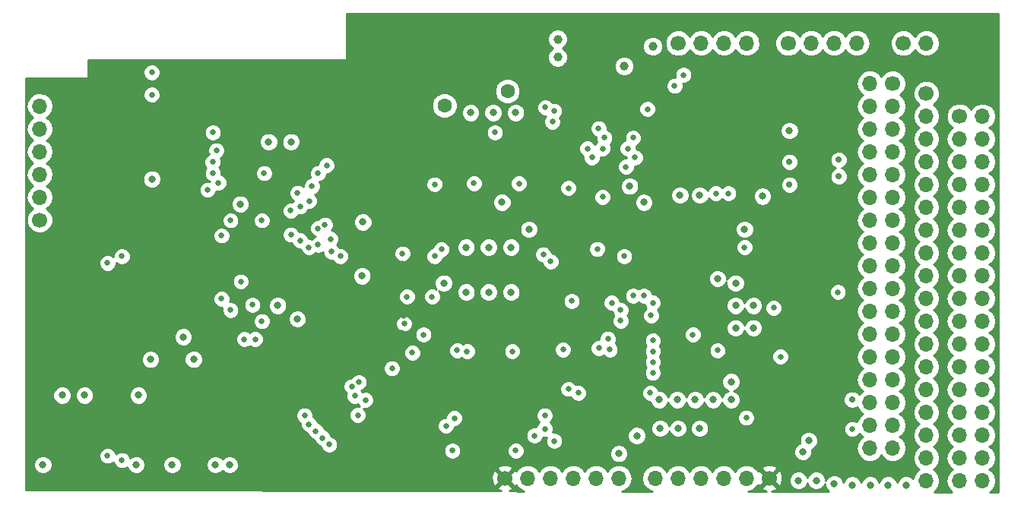
<source format=gbr>
%TF.GenerationSoftware,KiCad,Pcbnew,(5.0.0-rc2-dev-433-g81843c37a)*%
%TF.CreationDate,2018-08-17T12:44:53+02:00*%
%TF.ProjectId,phloppy_0,70686C6F7070795F302E6B696361645F,rev?*%
%TF.SameCoordinates,Original*%
%TF.FileFunction,Copper,L3,Inr,Signal*%
%TF.FilePolarity,Positive*%
%FSLAX46Y46*%
G04 Gerber Fmt 4.6, Leading zero omitted, Abs format (unit mm)*
G04 Created by KiCad (PCBNEW (5.0.0-rc2-dev-433-g81843c37a)) date Fri Aug 17 12:44:53 2018*
%MOMM*%
%LPD*%
G01*
G04 APERTURE LIST*
%TA.AperFunction,ViaPad*%
%ADD10O,1.700000X1.700000*%
%TD*%
%TA.AperFunction,ViaPad*%
%ADD11C,1.700000*%
%TD*%
%TA.AperFunction,ViaPad*%
%ADD12C,0.800000*%
%TD*%
%TA.AperFunction,ViaPad*%
%ADD13C,0.650000*%
%TD*%
%TA.AperFunction,ViaPad*%
%ADD14C,1.600000*%
%TD*%
%TA.AperFunction,ViaPad*%
%ADD15C,1.000000*%
%TD*%
%TA.AperFunction,ViaPad*%
%ADD16C,0.700000*%
%TD*%
%TA.AperFunction,Conductor*%
%ADD17C,0.254000*%
%TD*%
G04 APERTURE END LIST*
D10*
%TO.N,/rdy*%
%TO.C,P6*%
X121250000Y-73040000D03*
%TO.N,/side*%
X121250000Y-70500000D03*
%TO.N,/dkrd*%
X121250000Y-67960000D03*
%TO.N,/wprot*%
X121250000Y-65420000D03*
%TO.N,/trk0*%
X121250000Y-62880000D03*
%TO.N,/dkweb*%
X121250000Y-60340000D03*
%TO.N,/dkwdb*%
X121250000Y-57800000D03*
%TO.N,/step*%
X121250000Y-55260000D03*
%TO.N,GND*%
X121250000Y-52720000D03*
%TO.N,/debug4*%
X121250000Y-50180000D03*
%TO.N,/mtr0*%
X121250000Y-47640000D03*
%TO.N,/sel1*%
X121250000Y-45100000D03*
%TO.N,/sel0*%
X121250000Y-42560000D03*
%TO.N,/index*%
X121250000Y-40020000D03*
%TO.N,/debug3*%
X121250000Y-37480000D03*
%TO.N,/debug2*%
X121250000Y-34940000D03*
%TO.N,/chng*%
X121250000Y-32400000D03*
D11*
%TO.N,GND*%
X121250000Y-29860000D03*
%TD*%
D10*
%TO.N,/rdy*%
%TO.C,P8*%
X114960000Y-69390000D03*
%TO.N,GND*%
X117500000Y-69390000D03*
%TO.N,/side*%
X114960000Y-66850000D03*
%TO.N,GND*%
X117500000Y-66850000D03*
%TO.N,/dkrd*%
X114960000Y-64310000D03*
%TO.N,GND*%
X117500000Y-64310000D03*
%TO.N,/wprot*%
X114960000Y-61770000D03*
%TO.N,GND*%
X117500000Y-61770000D03*
%TO.N,/trk0*%
X114960000Y-59230000D03*
%TO.N,GND*%
X117500000Y-59230000D03*
%TO.N,/dkweb*%
X114960000Y-56690000D03*
%TO.N,GND*%
X117500000Y-56690000D03*
%TO.N,/dkwdb*%
X114960000Y-54150000D03*
%TO.N,GND*%
X117500000Y-54150000D03*
%TO.N,/step*%
X114960000Y-51610000D03*
%TO.N,GND*%
X117500000Y-51610000D03*
%TO.N,/dir*%
X114960000Y-49070000D03*
%TO.N,GND*%
X117500000Y-49070000D03*
%TO.N,/mtr0*%
X114960000Y-46530000D03*
%TO.N,GND*%
X117500000Y-46530000D03*
%TO.N,Net-(P8-Pad14)*%
X114960000Y-43990000D03*
%TO.N,GND*%
X117500000Y-43990000D03*
%TO.N,/sel1*%
X114960000Y-41450000D03*
%TO.N,GND*%
X117500000Y-41450000D03*
%TO.N,/sel0*%
X114960000Y-38910000D03*
%TO.N,GND*%
X117500000Y-38910000D03*
%TO.N,/index*%
X114960000Y-36370000D03*
%TO.N,GND*%
X117500000Y-36370000D03*
%TO.N,Net-(P8-Pad6)*%
X114960000Y-33830000D03*
%TO.N,GND*%
X117500000Y-33830000D03*
%TO.N,Net-(P8-Pad4)*%
X114960000Y-31290000D03*
%TO.N,GND*%
X117500000Y-31290000D03*
%TO.N,/chng*%
X114960000Y-28750000D03*
D11*
%TO.N,GND*%
X117500000Y-28750000D03*
%TD*%
%TO.N,+5V*%
%TO.C,P1*%
X93630000Y-24250000D03*
D10*
%TO.N,GND*%
X96170000Y-24250000D03*
X98710000Y-24250000D03*
%TO.N,+12V*%
X101250000Y-24250000D03*
%TD*%
D11*
%TO.N,+5V*%
%TO.C,P2*%
X105880000Y-24250000D03*
D10*
%TO.N,GND*%
X108420000Y-24250000D03*
X110960000Y-24250000D03*
%TO.N,+12V*%
X113500000Y-24250000D03*
%TD*%
D11*
%TO.N,GND*%
%TO.C,P3*%
X22500000Y-43950000D03*
D10*
%TO.N,/esp_io0*%
X22500000Y-41410000D03*
%TO.N,Net-(P3-Pad3)*%
X22500000Y-38870000D03*
%TO.N,/esp_rxd*%
X22500000Y-36330000D03*
%TO.N,/esp_txd*%
X22500000Y-33790000D03*
%TO.N,/esp_rst*%
X22500000Y-31250000D03*
%TD*%
D11*
%TO.N,+3V3*%
%TO.C,P4*%
X74300000Y-72750000D03*
D10*
%TO.N,/swclk*%
X76840000Y-72750000D03*
%TO.N,GND*%
X79380000Y-72750000D03*
%TO.N,/swdio*%
X81920000Y-72750000D03*
%TO.N,/nrst*%
X84460000Y-72750000D03*
%TO.N,Net-(P4-Pad6)*%
X87000000Y-72750000D03*
%TD*%
D11*
%TO.N,+3V3*%
%TO.C,P5*%
X103750000Y-72750000D03*
D10*
%TO.N,GND*%
X101210000Y-72750000D03*
%TO.N,/tck*%
X98670000Y-72750000D03*
%TO.N,/tdo*%
X96130000Y-72750000D03*
%TO.N,/tdi*%
X93590000Y-72750000D03*
%TO.N,/tms*%
X91050000Y-72750000D03*
%TD*%
%TO.N,/rdy*%
%TO.C,P7*%
X127500000Y-73040000D03*
%TO.N,GND*%
X124960000Y-73040000D03*
%TO.N,/side*%
X127500000Y-70500000D03*
%TO.N,GND*%
X124960000Y-70500000D03*
%TO.N,/dkrd*%
X127500000Y-67960000D03*
%TO.N,GND*%
X124960000Y-67960000D03*
%TO.N,/wprot*%
X127500000Y-65420000D03*
%TO.N,GND*%
X124960000Y-65420000D03*
%TO.N,/trk0*%
X127500000Y-62880000D03*
%TO.N,GND*%
X124960000Y-62880000D03*
%TO.N,/dkweb*%
X127500000Y-60340000D03*
%TO.N,GND*%
X124960000Y-60340000D03*
%TO.N,/dkwdb*%
X127500000Y-57800000D03*
%TO.N,GND*%
X124960000Y-57800000D03*
%TO.N,/step*%
X127500000Y-55260000D03*
%TO.N,GND*%
X124960000Y-55260000D03*
%TO.N,/dir*%
X127500000Y-52720000D03*
%TO.N,GND*%
X124960000Y-52720000D03*
%TO.N,/fdd_mtr0*%
X127500000Y-50180000D03*
%TO.N,GND*%
X124960000Y-50180000D03*
%TO.N,Net-(P7-Pad14)*%
X127500000Y-47640000D03*
%TO.N,GND*%
X124960000Y-47640000D03*
%TO.N,/fdd_sel1*%
X127500000Y-45100000D03*
%TO.N,GND*%
X124960000Y-45100000D03*
%TO.N,/fdd_sel0*%
X127500000Y-42560000D03*
%TO.N,GND*%
X124960000Y-42560000D03*
%TO.N,/index*%
X127500000Y-40020000D03*
%TO.N,GND*%
X124960000Y-40020000D03*
%TO.N,Net-(P7-Pad6)*%
X127500000Y-37480000D03*
%TO.N,GND*%
X124960000Y-37480000D03*
%TO.N,/fdd_mtr0*%
X127500000Y-34940000D03*
%TO.N,GND*%
X124960000Y-34940000D03*
%TO.N,/chng*%
X127500000Y-32400000D03*
D11*
%TO.N,GND*%
X124960000Y-32400000D03*
%TD*%
%TO.N,/sel3*%
%TO.C,J2*%
X118700000Y-24250000D03*
D10*
%TO.N,/sel2*%
X121240000Y-24250000D03*
%TD*%
D12*
%TO.N,GND*%
X35000000Y-39400000D03*
X50500000Y-35250000D03*
X48000000Y-35250000D03*
X106000000Y-34000000D03*
X75500000Y-32000000D03*
X73000000Y-32000000D03*
X70500000Y-32000000D03*
X49000000Y-53500000D03*
X38500000Y-57000000D03*
X33500000Y-63500000D03*
X27500000Y-63500000D03*
X25000000Y-63500000D03*
X74000000Y-42000000D03*
X77000000Y-45000000D03*
X67500000Y-51000000D03*
X70000000Y-52000000D03*
X72500000Y-52000000D03*
X75000000Y-52000000D03*
X75000000Y-47000000D03*
X72500000Y-47000000D03*
X70000000Y-47000000D03*
X89800000Y-42000000D03*
X96000000Y-41200000D03*
X93800000Y-41200000D03*
X88200000Y-40200000D03*
X98000000Y-50500000D03*
X100000000Y-51000000D03*
X100000000Y-53500000D03*
X102000000Y-53500000D03*
X102000000Y-56000000D03*
X100000000Y-56000000D03*
X87000000Y-70000000D03*
X99500000Y-62000000D03*
X89000000Y-68000000D03*
X96000000Y-67200000D03*
X93600000Y-67200000D03*
X91600000Y-67200000D03*
X99500000Y-64000000D03*
X97500000Y-64000000D03*
X95500000Y-64000000D03*
X93500000Y-64000000D03*
X91500000Y-64000000D03*
X119000000Y-73500000D03*
X117000000Y-73500000D03*
X115000000Y-73500000D03*
X113000000Y-73500000D03*
X111000000Y-73400000D03*
X109000000Y-73000000D03*
X107000000Y-73000000D03*
X107500000Y-69820000D03*
D13*
X81400000Y-40400000D03*
X70859616Y-39876225D03*
X84600000Y-47200000D03*
D12*
X44850000Y-42200000D03*
D13*
X79800000Y-31800000D03*
D12*
X58500000Y-44200000D03*
X58400000Y-50200000D03*
X51200000Y-55000000D03*
D14*
X67600000Y-31200000D03*
D15*
X90800000Y-24600000D03*
X80200000Y-23800000D03*
D12*
%TO.N,+3V3*%
X35000000Y-31600000D03*
X35000000Y-36800000D03*
X29650000Y-42800000D03*
D13*
X83750000Y-33200000D03*
D12*
X34850000Y-71200000D03*
X100550000Y-28600000D03*
D14*
X57000000Y-31200000D03*
D13*
%TO.N,Net-(C14-Pad1)*%
X79400000Y-48600000D03*
X80800000Y-58400000D03*
D14*
%TO.N,+5V*%
X74600000Y-29600000D03*
D13*
%TO.N,+5VD*%
X73200000Y-34199998D03*
D15*
X80200000Y-25800000D03*
X87600002Y-26800002D03*
D13*
%TO.N,/tdo*%
X104999998Y-59200000D03*
X101200000Y-66000000D03*
%TO.N,/swclk*%
X78600000Y-47800000D03*
%TO.N,/swdio*%
X89800000Y-52400000D03*
X85200012Y-41400000D03*
%TO.N,/nrst*%
X66200000Y-52500000D03*
X63400000Y-52500000D03*
%TO.N,/esp_miso*%
X42400000Y-39800000D03*
%TO.N,/esp_mosi*%
X41200010Y-40600000D03*
%TO.N,/esp_cs*%
X41800000Y-38750000D03*
%TO.N,/sdram_a7*%
X57258100Y-62519324D03*
%TO.N,/wprot*%
X113000000Y-67280000D03*
%TO.N,/sdram_dq0*%
X79800006Y-68600000D03*
%TO.N,/sdram_dq1*%
X77600000Y-68000000D03*
D16*
%TO.N,/side*%
X112995608Y-64001429D03*
D13*
%TO.N,/led1*%
X90200000Y-31600002D03*
X84750000Y-33750000D03*
%TO.N,/led2*%
X85400000Y-34800000D03*
X88600000Y-34800000D03*
%TO.N,/led3*%
X88000000Y-36000000D03*
X85200000Y-35999988D03*
%TO.N,/led4*%
X88800012Y-37000000D03*
X83500004Y-36000000D03*
%TO.N,/debug4*%
X111400000Y-52000000D03*
D16*
%TO.N,/index*%
X111500000Y-39100000D03*
D12*
%TO.N,/rdy*%
X108150000Y-68550000D03*
D16*
%TO.N,/fdd_sel1*%
X106000000Y-40040000D03*
D13*
%TO.N,/dkrd_uc*%
X90600000Y-54600000D03*
%TO.N,/flop3_trk0*%
X82500000Y-63250000D03*
X90500000Y-63250000D03*
D12*
%TO.N,GND*%
X103000000Y-41310000D03*
D13*
X81750000Y-53000000D03*
X95250000Y-56750000D03*
X101000000Y-47000000D03*
X104250000Y-53750000D03*
X98000000Y-58500000D03*
X63104899Y-55516293D03*
X62900784Y-47704424D03*
X75869402Y-39884390D03*
X75139489Y-58604464D03*
X70105209Y-58612628D03*
X64000000Y-58750000D03*
D12*
X39650000Y-59500000D03*
X34850000Y-59500000D03*
X22850000Y-71250000D03*
X33250000Y-71250000D03*
X37250000Y-71250000D03*
X42050000Y-71250000D03*
X43650000Y-71250000D03*
X101000000Y-45000000D03*
D13*
%TO.N,+3V3*%
X84406570Y-52819002D03*
D12*
X110200000Y-62200000D03*
X108500000Y-33690000D03*
D13*
X95250000Y-51250000D03*
X100809130Y-49607488D03*
X104250000Y-55750000D03*
X100500000Y-58500000D03*
X62746673Y-56537223D03*
X63014066Y-54637036D03*
X62892620Y-48831136D03*
X62750000Y-43000000D03*
X64000000Y-39750000D03*
X69651258Y-39876224D03*
X74636551Y-39876225D03*
X84250000Y-40500000D03*
X81750000Y-47000000D03*
X81334772Y-61267423D03*
X76339682Y-58612628D03*
X71370719Y-58604464D03*
X64500000Y-61250000D03*
D12*
X43650000Y-59500000D03*
X42050000Y-59500000D03*
X37250000Y-59500000D03*
X33250000Y-59500000D03*
X22850000Y-62250000D03*
X39650000Y-71250000D03*
D13*
%TO.N,/boot0*%
X66500000Y-40000000D03*
%TO.N,/boot1*%
X69000000Y-58500000D03*
%TO.N,/nrst*%
X81400000Y-62800000D03*
%TO.N,/esp_clk*%
X54454784Y-37875454D03*
X41750000Y-37500000D03*
%TO.N,/esp_miso*%
X52838837Y-40178644D03*
%TO.N,/esp_mosi*%
X51222889Y-40940183D03*
%TO.N,/esp_cs*%
X53500000Y-38750000D03*
X47500000Y-38750000D03*
%TO.N,/sdram_a0*%
X52520110Y-41841619D03*
X52492754Y-47004084D03*
%TO.N,/sdram_a1*%
X51500000Y-42468853D03*
X51500000Y-46250000D03*
%TO.N,/sdram_a2*%
X50478056Y-45597990D03*
X50453621Y-42922864D03*
%TO.N,/sdram_a4*%
X54882828Y-46068296D03*
X54257426Y-44496218D03*
%TO.N,/sdram_a5*%
X53494290Y-46725952D03*
X53500000Y-44881998D03*
%TO.N,/sdram_nras*%
X46189979Y-53406963D03*
X46500000Y-57254818D03*
%TO.N,/sdram_a6*%
X58048888Y-62034646D03*
X52000000Y-65750000D03*
%TO.N,/sdram_a7*%
X52500000Y-66750000D03*
%TO.N,/sdram_a8*%
X57589719Y-63590717D03*
X53250000Y-67500000D03*
%TO.N,/sdram_a9*%
X58775904Y-64039171D03*
X54000000Y-68250000D03*
%TO.N,/sdram_a10*%
X45281103Y-57254818D03*
X44911921Y-50835921D03*
%TO.N,/sdram_a11*%
X57940785Y-65717203D03*
X54750000Y-69000000D03*
%TO.N,/sdram_dq14*%
X78750000Y-65750000D03*
X78750000Y-67250000D03*
%TO.N,/sdram_dq0*%
X67762301Y-66922279D03*
%TO.N,/sdram_dq1*%
X68680096Y-66048108D03*
%TO.N,/sdram_ba0*%
X66500000Y-48000000D03*
X56000000Y-48000000D03*
%TO.N,/sdram_ba1*%
X67250000Y-47250000D03*
X55000000Y-47500000D03*
%TO.N,/sdram_clk*%
X87600000Y-48000000D03*
X88600000Y-52400000D03*
X68456914Y-69678972D03*
X75513208Y-69673062D03*
%TO.N,/sdram_dq2*%
X65250000Y-56750000D03*
X61750000Y-60500000D03*
%TO.N,/sdram_ncas*%
X43750000Y-44000000D03*
X43750000Y-54000000D03*
%TO.N,/sdram_cke*%
X30050000Y-48750000D03*
X30050000Y-70250000D03*
%TO.N,/sdram_ncs*%
X42740495Y-45696945D03*
X42750000Y-52750000D03*
%TO.N,/sdram_dqml*%
X47250000Y-44000000D03*
X47250000Y-55250000D03*
%TO.N,/sdram_dqmh*%
X31650000Y-48000000D03*
X31650000Y-70750000D03*
D16*
%TO.N,/fdd_mtr0*%
X111500000Y-37250000D03*
%TO.N,/fdd_sel0*%
X106000000Y-37500000D03*
D13*
%TO.N,/dir_uc*%
X90800000Y-59800000D03*
X85999992Y-58400000D03*
%TO.N,/wprot_uc*%
X90800000Y-61000000D03*
X84762685Y-58249731D03*
%TO.N,/dkrd_uc*%
X87200000Y-54000000D03*
%TO.N,/side_uc*%
X90800000Y-57400000D03*
X87200000Y-55200000D03*
%TO.N,/dkweb_uc*%
X90800000Y-53200000D03*
X86200000Y-53200000D03*
%TO.N,/xclk*%
X90800000Y-58600000D03*
X85799992Y-57200000D03*
%TO.N,/esp_rxd*%
X35000000Y-30000000D03*
%TO.N,/esp_txd*%
X35000000Y-27500000D03*
%TO.N,Net-(R11-Pad1)*%
X41800000Y-34200000D03*
%TO.N,Net-(R23-Pad1)*%
X42200000Y-36200000D03*
%TO.N,/flop2_trk0*%
X87793835Y-38024632D03*
X84000000Y-37000000D03*
%TO.N,/sel2*%
X93199992Y-29000000D03*
X79600000Y-33000000D03*
X97800000Y-41000000D03*
%TO.N,/sel3*%
X94199998Y-27800000D03*
X78800000Y-31400000D03*
X99200000Y-41000000D03*
%TD*%
D17*
%TO.N,+3V3*%
G36*
X129273000Y-74272766D02*
X128330561Y-74271030D01*
X128570625Y-74110625D01*
X128898839Y-73619418D01*
X129014092Y-73040000D01*
X128898839Y-72460582D01*
X128570625Y-71969375D01*
X128272239Y-71770000D01*
X128570625Y-71570625D01*
X128898839Y-71079418D01*
X129014092Y-70500000D01*
X128898839Y-69920582D01*
X128570625Y-69429375D01*
X128272239Y-69230000D01*
X128570625Y-69030625D01*
X128898839Y-68539418D01*
X129014092Y-67960000D01*
X128898839Y-67380582D01*
X128570625Y-66889375D01*
X128272239Y-66690000D01*
X128570625Y-66490625D01*
X128898839Y-65999418D01*
X129014092Y-65420000D01*
X128898839Y-64840582D01*
X128570625Y-64349375D01*
X128272239Y-64150000D01*
X128570625Y-63950625D01*
X128898839Y-63459418D01*
X129014092Y-62880000D01*
X128898839Y-62300582D01*
X128570625Y-61809375D01*
X128272239Y-61610000D01*
X128570625Y-61410625D01*
X128898839Y-60919418D01*
X129014092Y-60340000D01*
X128898839Y-59760582D01*
X128570625Y-59269375D01*
X128272239Y-59070000D01*
X128570625Y-58870625D01*
X128898839Y-58379418D01*
X129014092Y-57800000D01*
X128898839Y-57220582D01*
X128570625Y-56729375D01*
X128272239Y-56530000D01*
X128570625Y-56330625D01*
X128898839Y-55839418D01*
X129014092Y-55260000D01*
X128898839Y-54680582D01*
X128570625Y-54189375D01*
X128272239Y-53990000D01*
X128570625Y-53790625D01*
X128898839Y-53299418D01*
X129014092Y-52720000D01*
X128898839Y-52140582D01*
X128570625Y-51649375D01*
X128272239Y-51450000D01*
X128570625Y-51250625D01*
X128898839Y-50759418D01*
X129014092Y-50180000D01*
X128898839Y-49600582D01*
X128570625Y-49109375D01*
X128272239Y-48910000D01*
X128570625Y-48710625D01*
X128898839Y-48219418D01*
X129014092Y-47640000D01*
X128898839Y-47060582D01*
X128570625Y-46569375D01*
X128272239Y-46370000D01*
X128570625Y-46170625D01*
X128898839Y-45679418D01*
X129014092Y-45100000D01*
X128898839Y-44520582D01*
X128570625Y-44029375D01*
X128272239Y-43830000D01*
X128570625Y-43630625D01*
X128898839Y-43139418D01*
X129014092Y-42560000D01*
X128898839Y-41980582D01*
X128570625Y-41489375D01*
X128272239Y-41290000D01*
X128570625Y-41090625D01*
X128898839Y-40599418D01*
X129014092Y-40020000D01*
X128898839Y-39440582D01*
X128570625Y-38949375D01*
X128272239Y-38750000D01*
X128570625Y-38550625D01*
X128898839Y-38059418D01*
X129014092Y-37480000D01*
X128898839Y-36900582D01*
X128570625Y-36409375D01*
X128272239Y-36210000D01*
X128570625Y-36010625D01*
X128898839Y-35519418D01*
X129014092Y-34940000D01*
X128898839Y-34360582D01*
X128570625Y-33869375D01*
X128272239Y-33670000D01*
X128570625Y-33470625D01*
X128898839Y-32979418D01*
X129014092Y-32400000D01*
X128898839Y-31820582D01*
X128570625Y-31329375D01*
X128079418Y-31001161D01*
X127646256Y-30915000D01*
X127353744Y-30915000D01*
X126920582Y-31001161D01*
X126429375Y-31329375D01*
X126240791Y-31611611D01*
X126218922Y-31558815D01*
X125801185Y-31141078D01*
X125255385Y-30915000D01*
X124664615Y-30915000D01*
X124118815Y-31141078D01*
X123701078Y-31558815D01*
X123475000Y-32104615D01*
X123475000Y-32695385D01*
X123701078Y-33241185D01*
X124118815Y-33658922D01*
X124171611Y-33680791D01*
X123889375Y-33869375D01*
X123561161Y-34360582D01*
X123445908Y-34940000D01*
X123561161Y-35519418D01*
X123889375Y-36010625D01*
X124187761Y-36210000D01*
X123889375Y-36409375D01*
X123561161Y-36900582D01*
X123445908Y-37480000D01*
X123561161Y-38059418D01*
X123889375Y-38550625D01*
X124187761Y-38750000D01*
X123889375Y-38949375D01*
X123561161Y-39440582D01*
X123445908Y-40020000D01*
X123561161Y-40599418D01*
X123889375Y-41090625D01*
X124187761Y-41290000D01*
X123889375Y-41489375D01*
X123561161Y-41980582D01*
X123445908Y-42560000D01*
X123561161Y-43139418D01*
X123889375Y-43630625D01*
X124187761Y-43830000D01*
X123889375Y-44029375D01*
X123561161Y-44520582D01*
X123445908Y-45100000D01*
X123561161Y-45679418D01*
X123889375Y-46170625D01*
X124187761Y-46370000D01*
X123889375Y-46569375D01*
X123561161Y-47060582D01*
X123445908Y-47640000D01*
X123561161Y-48219418D01*
X123889375Y-48710625D01*
X124187761Y-48910000D01*
X123889375Y-49109375D01*
X123561161Y-49600582D01*
X123445908Y-50180000D01*
X123561161Y-50759418D01*
X123889375Y-51250625D01*
X124187761Y-51450000D01*
X123889375Y-51649375D01*
X123561161Y-52140582D01*
X123445908Y-52720000D01*
X123561161Y-53299418D01*
X123889375Y-53790625D01*
X124187761Y-53990000D01*
X123889375Y-54189375D01*
X123561161Y-54680582D01*
X123445908Y-55260000D01*
X123561161Y-55839418D01*
X123889375Y-56330625D01*
X124187761Y-56530000D01*
X123889375Y-56729375D01*
X123561161Y-57220582D01*
X123445908Y-57800000D01*
X123561161Y-58379418D01*
X123889375Y-58870625D01*
X124187761Y-59070000D01*
X123889375Y-59269375D01*
X123561161Y-59760582D01*
X123445908Y-60340000D01*
X123561161Y-60919418D01*
X123889375Y-61410625D01*
X124187761Y-61610000D01*
X123889375Y-61809375D01*
X123561161Y-62300582D01*
X123445908Y-62880000D01*
X123561161Y-63459418D01*
X123889375Y-63950625D01*
X124187761Y-64150000D01*
X123889375Y-64349375D01*
X123561161Y-64840582D01*
X123445908Y-65420000D01*
X123561161Y-65999418D01*
X123889375Y-66490625D01*
X124187761Y-66690000D01*
X123889375Y-66889375D01*
X123561161Y-67380582D01*
X123445908Y-67960000D01*
X123561161Y-68539418D01*
X123889375Y-69030625D01*
X124187761Y-69230000D01*
X123889375Y-69429375D01*
X123561161Y-69920582D01*
X123445908Y-70500000D01*
X123561161Y-71079418D01*
X123889375Y-71570625D01*
X124187761Y-71770000D01*
X123889375Y-71969375D01*
X123561161Y-72460582D01*
X123445908Y-73040000D01*
X123561161Y-73619418D01*
X123889375Y-74110625D01*
X124117828Y-74263272D01*
X122097740Y-74259552D01*
X122320625Y-74110625D01*
X122648839Y-73619418D01*
X122764092Y-73040000D01*
X122648839Y-72460582D01*
X122320625Y-71969375D01*
X122022239Y-71770000D01*
X122320625Y-71570625D01*
X122648839Y-71079418D01*
X122764092Y-70500000D01*
X122648839Y-69920582D01*
X122320625Y-69429375D01*
X122022239Y-69230000D01*
X122320625Y-69030625D01*
X122648839Y-68539418D01*
X122764092Y-67960000D01*
X122648839Y-67380582D01*
X122320625Y-66889375D01*
X122022239Y-66690000D01*
X122320625Y-66490625D01*
X122648839Y-65999418D01*
X122764092Y-65420000D01*
X122648839Y-64840582D01*
X122320625Y-64349375D01*
X122022239Y-64150000D01*
X122320625Y-63950625D01*
X122648839Y-63459418D01*
X122764092Y-62880000D01*
X122648839Y-62300582D01*
X122320625Y-61809375D01*
X122022239Y-61610000D01*
X122320625Y-61410625D01*
X122648839Y-60919418D01*
X122764092Y-60340000D01*
X122648839Y-59760582D01*
X122320625Y-59269375D01*
X122022239Y-59070000D01*
X122320625Y-58870625D01*
X122648839Y-58379418D01*
X122764092Y-57800000D01*
X122648839Y-57220582D01*
X122320625Y-56729375D01*
X122022239Y-56530000D01*
X122320625Y-56330625D01*
X122648839Y-55839418D01*
X122764092Y-55260000D01*
X122648839Y-54680582D01*
X122320625Y-54189375D01*
X122022239Y-53990000D01*
X122320625Y-53790625D01*
X122648839Y-53299418D01*
X122764092Y-52720000D01*
X122648839Y-52140582D01*
X122320625Y-51649375D01*
X122022239Y-51450000D01*
X122320625Y-51250625D01*
X122648839Y-50759418D01*
X122764092Y-50180000D01*
X122648839Y-49600582D01*
X122320625Y-49109375D01*
X122022239Y-48910000D01*
X122320625Y-48710625D01*
X122648839Y-48219418D01*
X122764092Y-47640000D01*
X122648839Y-47060582D01*
X122320625Y-46569375D01*
X122022239Y-46370000D01*
X122320625Y-46170625D01*
X122648839Y-45679418D01*
X122764092Y-45100000D01*
X122648839Y-44520582D01*
X122320625Y-44029375D01*
X122022239Y-43830000D01*
X122320625Y-43630625D01*
X122648839Y-43139418D01*
X122764092Y-42560000D01*
X122648839Y-41980582D01*
X122320625Y-41489375D01*
X122022239Y-41290000D01*
X122320625Y-41090625D01*
X122648839Y-40599418D01*
X122764092Y-40020000D01*
X122648839Y-39440582D01*
X122320625Y-38949375D01*
X122022239Y-38750000D01*
X122320625Y-38550625D01*
X122648839Y-38059418D01*
X122764092Y-37480000D01*
X122648839Y-36900582D01*
X122320625Y-36409375D01*
X122022239Y-36210000D01*
X122320625Y-36010625D01*
X122648839Y-35519418D01*
X122764092Y-34940000D01*
X122648839Y-34360582D01*
X122320625Y-33869375D01*
X122022239Y-33670000D01*
X122320625Y-33470625D01*
X122648839Y-32979418D01*
X122764092Y-32400000D01*
X122648839Y-31820582D01*
X122320625Y-31329375D01*
X122038389Y-31140791D01*
X122091185Y-31118922D01*
X122508922Y-30701185D01*
X122735000Y-30155385D01*
X122735000Y-29564615D01*
X122508922Y-29018815D01*
X122091185Y-28601078D01*
X121545385Y-28375000D01*
X120954615Y-28375000D01*
X120408815Y-28601078D01*
X119991078Y-29018815D01*
X119765000Y-29564615D01*
X119765000Y-30155385D01*
X119991078Y-30701185D01*
X120408815Y-31118922D01*
X120461611Y-31140791D01*
X120179375Y-31329375D01*
X119851161Y-31820582D01*
X119735908Y-32400000D01*
X119851161Y-32979418D01*
X120179375Y-33470625D01*
X120477761Y-33670000D01*
X120179375Y-33869375D01*
X119851161Y-34360582D01*
X119735908Y-34940000D01*
X119851161Y-35519418D01*
X120179375Y-36010625D01*
X120477761Y-36210000D01*
X120179375Y-36409375D01*
X119851161Y-36900582D01*
X119735908Y-37480000D01*
X119851161Y-38059418D01*
X120179375Y-38550625D01*
X120477761Y-38750000D01*
X120179375Y-38949375D01*
X119851161Y-39440582D01*
X119735908Y-40020000D01*
X119851161Y-40599418D01*
X120179375Y-41090625D01*
X120477761Y-41290000D01*
X120179375Y-41489375D01*
X119851161Y-41980582D01*
X119735908Y-42560000D01*
X119851161Y-43139418D01*
X120179375Y-43630625D01*
X120477761Y-43830000D01*
X120179375Y-44029375D01*
X119851161Y-44520582D01*
X119735908Y-45100000D01*
X119851161Y-45679418D01*
X120179375Y-46170625D01*
X120477761Y-46370000D01*
X120179375Y-46569375D01*
X119851161Y-47060582D01*
X119735908Y-47640000D01*
X119851161Y-48219418D01*
X120179375Y-48710625D01*
X120477761Y-48910000D01*
X120179375Y-49109375D01*
X119851161Y-49600582D01*
X119735908Y-50180000D01*
X119851161Y-50759418D01*
X120179375Y-51250625D01*
X120477761Y-51450000D01*
X120179375Y-51649375D01*
X119851161Y-52140582D01*
X119735908Y-52720000D01*
X119851161Y-53299418D01*
X120179375Y-53790625D01*
X120477761Y-53990000D01*
X120179375Y-54189375D01*
X119851161Y-54680582D01*
X119735908Y-55260000D01*
X119851161Y-55839418D01*
X120179375Y-56330625D01*
X120477761Y-56530000D01*
X120179375Y-56729375D01*
X119851161Y-57220582D01*
X119735908Y-57800000D01*
X119851161Y-58379418D01*
X120179375Y-58870625D01*
X120477761Y-59070000D01*
X120179375Y-59269375D01*
X119851161Y-59760582D01*
X119735908Y-60340000D01*
X119851161Y-60919418D01*
X120179375Y-61410625D01*
X120477761Y-61610000D01*
X120179375Y-61809375D01*
X119851161Y-62300582D01*
X119735908Y-62880000D01*
X119851161Y-63459418D01*
X120179375Y-63950625D01*
X120477761Y-64150000D01*
X120179375Y-64349375D01*
X119851161Y-64840582D01*
X119735908Y-65420000D01*
X119851161Y-65999418D01*
X120179375Y-66490625D01*
X120477761Y-66690000D01*
X120179375Y-66889375D01*
X119851161Y-67380582D01*
X119735908Y-67960000D01*
X119851161Y-68539418D01*
X120179375Y-69030625D01*
X120477761Y-69230000D01*
X120179375Y-69429375D01*
X119851161Y-69920582D01*
X119735908Y-70500000D01*
X119851161Y-71079418D01*
X120179375Y-71570625D01*
X120477761Y-71770000D01*
X120179375Y-71969375D01*
X119851161Y-72460582D01*
X119780339Y-72816628D01*
X119586280Y-72622569D01*
X119205874Y-72465000D01*
X118794126Y-72465000D01*
X118413720Y-72622569D01*
X118122569Y-72913720D01*
X118000000Y-73209628D01*
X117877431Y-72913720D01*
X117586280Y-72622569D01*
X117205874Y-72465000D01*
X116794126Y-72465000D01*
X116413720Y-72622569D01*
X116122569Y-72913720D01*
X116000000Y-73209628D01*
X115877431Y-72913720D01*
X115586280Y-72622569D01*
X115205874Y-72465000D01*
X114794126Y-72465000D01*
X114413720Y-72622569D01*
X114122569Y-72913720D01*
X114000000Y-73209628D01*
X113877431Y-72913720D01*
X113586280Y-72622569D01*
X113205874Y-72465000D01*
X112794126Y-72465000D01*
X112413720Y-72622569D01*
X112122569Y-72913720D01*
X112020711Y-73159628D01*
X111877431Y-72813720D01*
X111586280Y-72522569D01*
X111205874Y-72365000D01*
X110794126Y-72365000D01*
X110413720Y-72522569D01*
X110122569Y-72813720D01*
X110035000Y-73025131D01*
X110035000Y-72794126D01*
X109877431Y-72413720D01*
X109586280Y-72122569D01*
X109205874Y-71965000D01*
X108794126Y-71965000D01*
X108413720Y-72122569D01*
X108122569Y-72413720D01*
X108000000Y-72709628D01*
X107877431Y-72413720D01*
X107586280Y-72122569D01*
X107205874Y-71965000D01*
X106794126Y-71965000D01*
X106413720Y-72122569D01*
X106122569Y-72413720D01*
X105965000Y-72794126D01*
X105965000Y-73205874D01*
X106122569Y-73586280D01*
X106413720Y-73877431D01*
X106794126Y-74035000D01*
X107205874Y-74035000D01*
X107586280Y-73877431D01*
X107877431Y-73586280D01*
X108000000Y-73290372D01*
X108122569Y-73586280D01*
X108413720Y-73877431D01*
X108794126Y-74035000D01*
X109205874Y-74035000D01*
X109586280Y-73877431D01*
X109877431Y-73586280D01*
X109965000Y-73374869D01*
X109965000Y-73605874D01*
X110122569Y-73986280D01*
X110374251Y-74237962D01*
X103980222Y-74226186D01*
X104111458Y-74220315D01*
X104534080Y-74045259D01*
X104614353Y-73793958D01*
X103750000Y-72929605D01*
X102885647Y-73793958D01*
X102965920Y-74045259D01*
X103462048Y-74225232D01*
X101424231Y-74221479D01*
X101789418Y-74148839D01*
X102280625Y-73820625D01*
X102469037Y-73538647D01*
X102706042Y-73614353D01*
X103570395Y-72750000D01*
X103929605Y-72750000D01*
X104793958Y-73614353D01*
X105045259Y-73534080D01*
X105246718Y-72978721D01*
X105220315Y-72388542D01*
X105045259Y-71965920D01*
X104793958Y-71885647D01*
X103929605Y-72750000D01*
X103570395Y-72750000D01*
X102706042Y-71885647D01*
X102469037Y-71961353D01*
X102298444Y-71706042D01*
X102885647Y-71706042D01*
X103750000Y-72570395D01*
X104614353Y-71706042D01*
X104534080Y-71454741D01*
X103978721Y-71253282D01*
X103388542Y-71279685D01*
X102965920Y-71454741D01*
X102885647Y-71706042D01*
X102298444Y-71706042D01*
X102280625Y-71679375D01*
X101789418Y-71351161D01*
X101356256Y-71265000D01*
X101063744Y-71265000D01*
X100630582Y-71351161D01*
X100139375Y-71679375D01*
X99940000Y-71977761D01*
X99740625Y-71679375D01*
X99249418Y-71351161D01*
X98816256Y-71265000D01*
X98523744Y-71265000D01*
X98090582Y-71351161D01*
X97599375Y-71679375D01*
X97400000Y-71977761D01*
X97200625Y-71679375D01*
X96709418Y-71351161D01*
X96276256Y-71265000D01*
X95983744Y-71265000D01*
X95550582Y-71351161D01*
X95059375Y-71679375D01*
X94860000Y-71977761D01*
X94660625Y-71679375D01*
X94169418Y-71351161D01*
X93736256Y-71265000D01*
X93443744Y-71265000D01*
X93010582Y-71351161D01*
X92519375Y-71679375D01*
X92320000Y-71977761D01*
X92120625Y-71679375D01*
X91629418Y-71351161D01*
X91196256Y-71265000D01*
X90903744Y-71265000D01*
X90470582Y-71351161D01*
X89979375Y-71679375D01*
X89651161Y-72170582D01*
X89535908Y-72750000D01*
X89651161Y-73329418D01*
X89979375Y-73820625D01*
X90470582Y-74148839D01*
X90736819Y-74201797D01*
X87344588Y-74195549D01*
X87579418Y-74148839D01*
X88070625Y-73820625D01*
X88398839Y-73329418D01*
X88514092Y-72750000D01*
X88398839Y-72170582D01*
X88070625Y-71679375D01*
X87579418Y-71351161D01*
X87146256Y-71265000D01*
X86853744Y-71265000D01*
X86420582Y-71351161D01*
X85929375Y-71679375D01*
X85730000Y-71977761D01*
X85530625Y-71679375D01*
X85039418Y-71351161D01*
X84606256Y-71265000D01*
X84313744Y-71265000D01*
X83880582Y-71351161D01*
X83389375Y-71679375D01*
X83190000Y-71977761D01*
X82990625Y-71679375D01*
X82499418Y-71351161D01*
X82066256Y-71265000D01*
X81773744Y-71265000D01*
X81340582Y-71351161D01*
X80849375Y-71679375D01*
X80650000Y-71977761D01*
X80450625Y-71679375D01*
X79959418Y-71351161D01*
X79526256Y-71265000D01*
X79233744Y-71265000D01*
X78800582Y-71351161D01*
X78309375Y-71679375D01*
X78110000Y-71977761D01*
X77910625Y-71679375D01*
X77419418Y-71351161D01*
X76986256Y-71265000D01*
X76693744Y-71265000D01*
X76260582Y-71351161D01*
X75769375Y-71679375D01*
X75580963Y-71961353D01*
X75343958Y-71885647D01*
X74479605Y-72750000D01*
X75343958Y-73614353D01*
X75580963Y-73538647D01*
X75769375Y-73820625D01*
X76260582Y-74148839D01*
X76394026Y-74175383D01*
X74777123Y-74172405D01*
X75084080Y-74045259D01*
X75164353Y-73793958D01*
X74300000Y-72929605D01*
X73435647Y-73793958D01*
X73515920Y-74045259D01*
X73861774Y-74170719D01*
X20927000Y-74073233D01*
X20927000Y-72521279D01*
X72803282Y-72521279D01*
X72829685Y-73111458D01*
X73004741Y-73534080D01*
X73256042Y-73614353D01*
X74120395Y-72750000D01*
X73256042Y-71885647D01*
X73004741Y-71965920D01*
X72803282Y-72521279D01*
X20927000Y-72521279D01*
X20927000Y-71044126D01*
X21815000Y-71044126D01*
X21815000Y-71455874D01*
X21972569Y-71836280D01*
X22263720Y-72127431D01*
X22644126Y-72285000D01*
X23055874Y-72285000D01*
X23436280Y-72127431D01*
X23727431Y-71836280D01*
X23885000Y-71455874D01*
X23885000Y-71044126D01*
X23727431Y-70663720D01*
X23436280Y-70372569D01*
X23055874Y-70215000D01*
X22644126Y-70215000D01*
X22263720Y-70372569D01*
X21972569Y-70663720D01*
X21815000Y-71044126D01*
X20927000Y-71044126D01*
X20927000Y-70059044D01*
X29090000Y-70059044D01*
X29090000Y-70440956D01*
X29236151Y-70793797D01*
X29506203Y-71063849D01*
X29859044Y-71210000D01*
X30240956Y-71210000D01*
X30593797Y-71063849D01*
X30697817Y-70959829D01*
X30836151Y-71293797D01*
X31106203Y-71563849D01*
X31459044Y-71710000D01*
X31840956Y-71710000D01*
X32193797Y-71563849D01*
X32240415Y-71517231D01*
X32372569Y-71836280D01*
X32663720Y-72127431D01*
X33044126Y-72285000D01*
X33455874Y-72285000D01*
X33836280Y-72127431D01*
X34127431Y-71836280D01*
X34285000Y-71455874D01*
X34285000Y-71044126D01*
X36215000Y-71044126D01*
X36215000Y-71455874D01*
X36372569Y-71836280D01*
X36663720Y-72127431D01*
X37044126Y-72285000D01*
X37455874Y-72285000D01*
X37836280Y-72127431D01*
X38127431Y-71836280D01*
X38285000Y-71455874D01*
X38285000Y-71044126D01*
X41015000Y-71044126D01*
X41015000Y-71455874D01*
X41172569Y-71836280D01*
X41463720Y-72127431D01*
X41844126Y-72285000D01*
X42255874Y-72285000D01*
X42636280Y-72127431D01*
X42850000Y-71913711D01*
X43063720Y-72127431D01*
X43444126Y-72285000D01*
X43855874Y-72285000D01*
X44236280Y-72127431D01*
X44527431Y-71836280D01*
X44581377Y-71706042D01*
X73435647Y-71706042D01*
X74300000Y-72570395D01*
X75164353Y-71706042D01*
X75084080Y-71454741D01*
X74528721Y-71253282D01*
X73938542Y-71279685D01*
X73515920Y-71454741D01*
X73435647Y-71706042D01*
X44581377Y-71706042D01*
X44685000Y-71455874D01*
X44685000Y-71044126D01*
X44527431Y-70663720D01*
X44236280Y-70372569D01*
X43855874Y-70215000D01*
X43444126Y-70215000D01*
X43063720Y-70372569D01*
X42850000Y-70586289D01*
X42636280Y-70372569D01*
X42255874Y-70215000D01*
X41844126Y-70215000D01*
X41463720Y-70372569D01*
X41172569Y-70663720D01*
X41015000Y-71044126D01*
X38285000Y-71044126D01*
X38127431Y-70663720D01*
X37836280Y-70372569D01*
X37455874Y-70215000D01*
X37044126Y-70215000D01*
X36663720Y-70372569D01*
X36372569Y-70663720D01*
X36215000Y-71044126D01*
X34285000Y-71044126D01*
X34127431Y-70663720D01*
X33836280Y-70372569D01*
X33455874Y-70215000D01*
X33044126Y-70215000D01*
X32663720Y-70372569D01*
X32571117Y-70465172D01*
X32463849Y-70206203D01*
X32193797Y-69936151D01*
X31840956Y-69790000D01*
X31459044Y-69790000D01*
X31106203Y-69936151D01*
X31002183Y-70040171D01*
X30863849Y-69706203D01*
X30593797Y-69436151D01*
X30240956Y-69290000D01*
X29859044Y-69290000D01*
X29506203Y-69436151D01*
X29236151Y-69706203D01*
X29090000Y-70059044D01*
X20927000Y-70059044D01*
X20927000Y-65559044D01*
X51040000Y-65559044D01*
X51040000Y-65940956D01*
X51186151Y-66293797D01*
X51456203Y-66563849D01*
X51540000Y-66598559D01*
X51540000Y-66940956D01*
X51686151Y-67293797D01*
X51956203Y-67563849D01*
X52295578Y-67704422D01*
X52436151Y-68043797D01*
X52706203Y-68313849D01*
X53045578Y-68454422D01*
X53186151Y-68793797D01*
X53456203Y-69063849D01*
X53795578Y-69204422D01*
X53936151Y-69543797D01*
X54206203Y-69813849D01*
X54559044Y-69960000D01*
X54940956Y-69960000D01*
X55293797Y-69813849D01*
X55563849Y-69543797D01*
X55586954Y-69488016D01*
X67496914Y-69488016D01*
X67496914Y-69869928D01*
X67643065Y-70222769D01*
X67913117Y-70492821D01*
X68265958Y-70638972D01*
X68647870Y-70638972D01*
X69000711Y-70492821D01*
X69270763Y-70222769D01*
X69416914Y-69869928D01*
X69416914Y-69488016D01*
X69414467Y-69482106D01*
X74553208Y-69482106D01*
X74553208Y-69864018D01*
X74699359Y-70216859D01*
X74969411Y-70486911D01*
X75322252Y-70633062D01*
X75704164Y-70633062D01*
X76057005Y-70486911D01*
X76327057Y-70216859D01*
X76473208Y-69864018D01*
X76473208Y-69794126D01*
X85965000Y-69794126D01*
X85965000Y-70205874D01*
X86122569Y-70586280D01*
X86413720Y-70877431D01*
X86794126Y-71035000D01*
X87205874Y-71035000D01*
X87586280Y-70877431D01*
X87877431Y-70586280D01*
X88035000Y-70205874D01*
X88035000Y-69794126D01*
X87960442Y-69614126D01*
X106465000Y-69614126D01*
X106465000Y-70025874D01*
X106622569Y-70406280D01*
X106913720Y-70697431D01*
X107294126Y-70855000D01*
X107705874Y-70855000D01*
X108086280Y-70697431D01*
X108377431Y-70406280D01*
X108535000Y-70025874D01*
X108535000Y-69614126D01*
X108498470Y-69525935D01*
X108736280Y-69427431D01*
X109027431Y-69136280D01*
X109185000Y-68755874D01*
X109185000Y-68344126D01*
X109027431Y-67963720D01*
X108736280Y-67672569D01*
X108355874Y-67515000D01*
X107944126Y-67515000D01*
X107563720Y-67672569D01*
X107272569Y-67963720D01*
X107115000Y-68344126D01*
X107115000Y-68755874D01*
X107151530Y-68844065D01*
X106913720Y-68942569D01*
X106622569Y-69233720D01*
X106465000Y-69614126D01*
X87960442Y-69614126D01*
X87877431Y-69413720D01*
X87586280Y-69122569D01*
X87205874Y-68965000D01*
X86794126Y-68965000D01*
X86413720Y-69122569D01*
X86122569Y-69413720D01*
X85965000Y-69794126D01*
X76473208Y-69794126D01*
X76473208Y-69482106D01*
X76327057Y-69129265D01*
X76057005Y-68859213D01*
X75704164Y-68713062D01*
X75322252Y-68713062D01*
X74969411Y-68859213D01*
X74699359Y-69129265D01*
X74553208Y-69482106D01*
X69414467Y-69482106D01*
X69270763Y-69135175D01*
X69000711Y-68865123D01*
X68647870Y-68718972D01*
X68265958Y-68718972D01*
X67913117Y-68865123D01*
X67643065Y-69135175D01*
X67496914Y-69488016D01*
X55586954Y-69488016D01*
X55710000Y-69190956D01*
X55710000Y-68809044D01*
X55563849Y-68456203D01*
X55293797Y-68186151D01*
X54954422Y-68045578D01*
X54813849Y-67706203D01*
X54543797Y-67436151D01*
X54204422Y-67295578D01*
X54063849Y-66956203D01*
X53838969Y-66731323D01*
X66802301Y-66731323D01*
X66802301Y-67113235D01*
X66948452Y-67466076D01*
X67218504Y-67736128D01*
X67571345Y-67882279D01*
X67953257Y-67882279D01*
X68130062Y-67809044D01*
X76640000Y-67809044D01*
X76640000Y-68190956D01*
X76786151Y-68543797D01*
X77056203Y-68813849D01*
X77409044Y-68960000D01*
X77790956Y-68960000D01*
X78143797Y-68813849D01*
X78413849Y-68543797D01*
X78553127Y-68207549D01*
X78559044Y-68210000D01*
X78922452Y-68210000D01*
X78840006Y-68409044D01*
X78840006Y-68790956D01*
X78986157Y-69143797D01*
X79256209Y-69413849D01*
X79609050Y-69560000D01*
X79990962Y-69560000D01*
X80343803Y-69413849D01*
X80613855Y-69143797D01*
X80760006Y-68790956D01*
X80760006Y-68409044D01*
X80613855Y-68056203D01*
X80351778Y-67794126D01*
X87965000Y-67794126D01*
X87965000Y-68205874D01*
X88122569Y-68586280D01*
X88413720Y-68877431D01*
X88794126Y-69035000D01*
X89205874Y-69035000D01*
X89586280Y-68877431D01*
X89877431Y-68586280D01*
X90035000Y-68205874D01*
X90035000Y-67794126D01*
X89877431Y-67413720D01*
X89586280Y-67122569D01*
X89276191Y-66994126D01*
X90565000Y-66994126D01*
X90565000Y-67405874D01*
X90722569Y-67786280D01*
X91013720Y-68077431D01*
X91394126Y-68235000D01*
X91805874Y-68235000D01*
X92186280Y-68077431D01*
X92477431Y-67786280D01*
X92600000Y-67490372D01*
X92722569Y-67786280D01*
X93013720Y-68077431D01*
X93394126Y-68235000D01*
X93805874Y-68235000D01*
X94186280Y-68077431D01*
X94477431Y-67786280D01*
X94635000Y-67405874D01*
X94635000Y-66994126D01*
X94965000Y-66994126D01*
X94965000Y-67405874D01*
X95122569Y-67786280D01*
X95413720Y-68077431D01*
X95794126Y-68235000D01*
X96205874Y-68235000D01*
X96586280Y-68077431D01*
X96877431Y-67786280D01*
X97035000Y-67405874D01*
X97035000Y-66994126D01*
X96877431Y-66613720D01*
X96586280Y-66322569D01*
X96205874Y-66165000D01*
X95794126Y-66165000D01*
X95413720Y-66322569D01*
X95122569Y-66613720D01*
X94965000Y-66994126D01*
X94635000Y-66994126D01*
X94477431Y-66613720D01*
X94186280Y-66322569D01*
X93805874Y-66165000D01*
X93394126Y-66165000D01*
X93013720Y-66322569D01*
X92722569Y-66613720D01*
X92600000Y-66909628D01*
X92477431Y-66613720D01*
X92186280Y-66322569D01*
X91805874Y-66165000D01*
X91394126Y-66165000D01*
X91013720Y-66322569D01*
X90722569Y-66613720D01*
X90565000Y-66994126D01*
X89276191Y-66994126D01*
X89205874Y-66965000D01*
X88794126Y-66965000D01*
X88413720Y-67122569D01*
X88122569Y-67413720D01*
X87965000Y-67794126D01*
X80351778Y-67794126D01*
X80343803Y-67786151D01*
X79990962Y-67640000D01*
X79627554Y-67640000D01*
X79710000Y-67440956D01*
X79710000Y-67059044D01*
X79563849Y-66706203D01*
X79357646Y-66500000D01*
X79563849Y-66293797D01*
X79710000Y-65940956D01*
X79710000Y-65809044D01*
X100240000Y-65809044D01*
X100240000Y-66190956D01*
X100386151Y-66543797D01*
X100656203Y-66813849D01*
X101009044Y-66960000D01*
X101390956Y-66960000D01*
X101743797Y-66813849D01*
X102013849Y-66543797D01*
X102160000Y-66190956D01*
X102160000Y-65809044D01*
X102013849Y-65456203D01*
X101743797Y-65186151D01*
X101390956Y-65040000D01*
X101009044Y-65040000D01*
X100656203Y-65186151D01*
X100386151Y-65456203D01*
X100240000Y-65809044D01*
X79710000Y-65809044D01*
X79710000Y-65559044D01*
X79563849Y-65206203D01*
X79293797Y-64936151D01*
X78940956Y-64790000D01*
X78559044Y-64790000D01*
X78206203Y-64936151D01*
X77936151Y-65206203D01*
X77790000Y-65559044D01*
X77790000Y-65940956D01*
X77936151Y-66293797D01*
X78142354Y-66500000D01*
X77936151Y-66706203D01*
X77796873Y-67042451D01*
X77790956Y-67040000D01*
X77409044Y-67040000D01*
X77056203Y-67186151D01*
X76786151Y-67456203D01*
X76640000Y-67809044D01*
X68130062Y-67809044D01*
X68306098Y-67736128D01*
X68576150Y-67466076D01*
X68722301Y-67113235D01*
X68722301Y-67008108D01*
X68871052Y-67008108D01*
X69223893Y-66861957D01*
X69493945Y-66591905D01*
X69640096Y-66239064D01*
X69640096Y-65857152D01*
X69493945Y-65504311D01*
X69223893Y-65234259D01*
X68871052Y-65088108D01*
X68489140Y-65088108D01*
X68136299Y-65234259D01*
X67866247Y-65504311D01*
X67720096Y-65857152D01*
X67720096Y-65962279D01*
X67571345Y-65962279D01*
X67218504Y-66108430D01*
X66948452Y-66378482D01*
X66802301Y-66731323D01*
X53838969Y-66731323D01*
X53793797Y-66686151D01*
X53454422Y-66545578D01*
X53313849Y-66206203D01*
X53043797Y-65936151D01*
X52960000Y-65901441D01*
X52960000Y-65559044D01*
X52813849Y-65206203D01*
X52543797Y-64936151D01*
X52190956Y-64790000D01*
X51809044Y-64790000D01*
X51456203Y-64936151D01*
X51186151Y-65206203D01*
X51040000Y-65559044D01*
X20927000Y-65559044D01*
X20927000Y-63294126D01*
X23965000Y-63294126D01*
X23965000Y-63705874D01*
X24122569Y-64086280D01*
X24413720Y-64377431D01*
X24794126Y-64535000D01*
X25205874Y-64535000D01*
X25586280Y-64377431D01*
X25877431Y-64086280D01*
X26035000Y-63705874D01*
X26035000Y-63294126D01*
X26465000Y-63294126D01*
X26465000Y-63705874D01*
X26622569Y-64086280D01*
X26913720Y-64377431D01*
X27294126Y-64535000D01*
X27705874Y-64535000D01*
X28086280Y-64377431D01*
X28377431Y-64086280D01*
X28535000Y-63705874D01*
X28535000Y-63294126D01*
X32465000Y-63294126D01*
X32465000Y-63705874D01*
X32622569Y-64086280D01*
X32913720Y-64377431D01*
X33294126Y-64535000D01*
X33705874Y-64535000D01*
X34086280Y-64377431D01*
X34377431Y-64086280D01*
X34535000Y-63705874D01*
X34535000Y-63294126D01*
X34377431Y-62913720D01*
X34086280Y-62622569D01*
X33705874Y-62465000D01*
X33294126Y-62465000D01*
X32913720Y-62622569D01*
X32622569Y-62913720D01*
X32465000Y-63294126D01*
X28535000Y-63294126D01*
X28377431Y-62913720D01*
X28086280Y-62622569D01*
X27705874Y-62465000D01*
X27294126Y-62465000D01*
X26913720Y-62622569D01*
X26622569Y-62913720D01*
X26465000Y-63294126D01*
X26035000Y-63294126D01*
X25877431Y-62913720D01*
X25586280Y-62622569D01*
X25205874Y-62465000D01*
X24794126Y-62465000D01*
X24413720Y-62622569D01*
X24122569Y-62913720D01*
X23965000Y-63294126D01*
X20927000Y-63294126D01*
X20927000Y-62328368D01*
X56298100Y-62328368D01*
X56298100Y-62710280D01*
X56444251Y-63063121D01*
X56673996Y-63292866D01*
X56629719Y-63399761D01*
X56629719Y-63781673D01*
X56775870Y-64134514D01*
X57045922Y-64404566D01*
X57398763Y-64550717D01*
X57780675Y-64550717D01*
X57924090Y-64491313D01*
X57962055Y-64582968D01*
X58139507Y-64760420D01*
X58131741Y-64757203D01*
X57749829Y-64757203D01*
X57396988Y-64903354D01*
X57126936Y-65173406D01*
X56980785Y-65526247D01*
X56980785Y-65908159D01*
X57126936Y-66261000D01*
X57396988Y-66531052D01*
X57749829Y-66677203D01*
X58131741Y-66677203D01*
X58484582Y-66531052D01*
X58754634Y-66261000D01*
X58900785Y-65908159D01*
X58900785Y-65526247D01*
X58754634Y-65173406D01*
X58577182Y-64995954D01*
X58584948Y-64999171D01*
X58966860Y-64999171D01*
X59319701Y-64853020D01*
X59589753Y-64582968D01*
X59735904Y-64230127D01*
X59735904Y-63848215D01*
X59589753Y-63495374D01*
X59319701Y-63225322D01*
X58966860Y-63079171D01*
X58584948Y-63079171D01*
X58441533Y-63138575D01*
X58403568Y-63046920D01*
X58318651Y-62962003D01*
X58592685Y-62848495D01*
X58832136Y-62609044D01*
X80440000Y-62609044D01*
X80440000Y-62990956D01*
X80586151Y-63343797D01*
X80856203Y-63613849D01*
X81209044Y-63760000D01*
X81590956Y-63760000D01*
X81660261Y-63731293D01*
X81686151Y-63793797D01*
X81956203Y-64063849D01*
X82309044Y-64210000D01*
X82690956Y-64210000D01*
X83043797Y-64063849D01*
X83313849Y-63793797D01*
X83460000Y-63440956D01*
X83460000Y-63059044D01*
X89540000Y-63059044D01*
X89540000Y-63440956D01*
X89686151Y-63793797D01*
X89956203Y-64063849D01*
X90309044Y-64210000D01*
X90466709Y-64210000D01*
X90622569Y-64586280D01*
X90913720Y-64877431D01*
X91294126Y-65035000D01*
X91705874Y-65035000D01*
X92086280Y-64877431D01*
X92377431Y-64586280D01*
X92500000Y-64290372D01*
X92622569Y-64586280D01*
X92913720Y-64877431D01*
X93294126Y-65035000D01*
X93705874Y-65035000D01*
X94086280Y-64877431D01*
X94377431Y-64586280D01*
X94500000Y-64290372D01*
X94622569Y-64586280D01*
X94913720Y-64877431D01*
X95294126Y-65035000D01*
X95705874Y-65035000D01*
X96086280Y-64877431D01*
X96377431Y-64586280D01*
X96500000Y-64290372D01*
X96622569Y-64586280D01*
X96913720Y-64877431D01*
X97294126Y-65035000D01*
X97705874Y-65035000D01*
X98086280Y-64877431D01*
X98377431Y-64586280D01*
X98500000Y-64290372D01*
X98622569Y-64586280D01*
X98913720Y-64877431D01*
X99294126Y-65035000D01*
X99705874Y-65035000D01*
X100086280Y-64877431D01*
X100377431Y-64586280D01*
X100535000Y-64205874D01*
X100535000Y-63805500D01*
X112010608Y-63805500D01*
X112010608Y-64197358D01*
X112160566Y-64559387D01*
X112437650Y-64836471D01*
X112799679Y-64986429D01*
X113191537Y-64986429D01*
X113550853Y-64837595D01*
X113561161Y-64889418D01*
X113889375Y-65380625D01*
X114187761Y-65580000D01*
X113889375Y-65779375D01*
X113561161Y-66270582D01*
X113523899Y-66457909D01*
X113190956Y-66320000D01*
X112809044Y-66320000D01*
X112456203Y-66466151D01*
X112186151Y-66736203D01*
X112040000Y-67089044D01*
X112040000Y-67470956D01*
X112186151Y-67823797D01*
X112456203Y-68093849D01*
X112809044Y-68240000D01*
X113190956Y-68240000D01*
X113543797Y-68093849D01*
X113813849Y-67823797D01*
X113817993Y-67813794D01*
X113889375Y-67920625D01*
X114187761Y-68120000D01*
X113889375Y-68319375D01*
X113561161Y-68810582D01*
X113445908Y-69390000D01*
X113561161Y-69969418D01*
X113889375Y-70460625D01*
X114380582Y-70788839D01*
X114813744Y-70875000D01*
X115106256Y-70875000D01*
X115539418Y-70788839D01*
X116030625Y-70460625D01*
X116230000Y-70162239D01*
X116429375Y-70460625D01*
X116920582Y-70788839D01*
X117353744Y-70875000D01*
X117646256Y-70875000D01*
X118079418Y-70788839D01*
X118570625Y-70460625D01*
X118898839Y-69969418D01*
X119014092Y-69390000D01*
X118898839Y-68810582D01*
X118570625Y-68319375D01*
X118272239Y-68120000D01*
X118570625Y-67920625D01*
X118898839Y-67429418D01*
X119014092Y-66850000D01*
X118898839Y-66270582D01*
X118570625Y-65779375D01*
X118272239Y-65580000D01*
X118570625Y-65380625D01*
X118898839Y-64889418D01*
X119014092Y-64310000D01*
X118898839Y-63730582D01*
X118570625Y-63239375D01*
X118272239Y-63040000D01*
X118570625Y-62840625D01*
X118898839Y-62349418D01*
X119014092Y-61770000D01*
X118898839Y-61190582D01*
X118570625Y-60699375D01*
X118272239Y-60500000D01*
X118570625Y-60300625D01*
X118898839Y-59809418D01*
X119014092Y-59230000D01*
X118898839Y-58650582D01*
X118570625Y-58159375D01*
X118272239Y-57960000D01*
X118570625Y-57760625D01*
X118898839Y-57269418D01*
X119014092Y-56690000D01*
X118898839Y-56110582D01*
X118570625Y-55619375D01*
X118272239Y-55420000D01*
X118570625Y-55220625D01*
X118898839Y-54729418D01*
X119014092Y-54150000D01*
X118898839Y-53570582D01*
X118570625Y-53079375D01*
X118272239Y-52880000D01*
X118570625Y-52680625D01*
X118898839Y-52189418D01*
X119014092Y-51610000D01*
X118898839Y-51030582D01*
X118570625Y-50539375D01*
X118272239Y-50340000D01*
X118570625Y-50140625D01*
X118898839Y-49649418D01*
X119014092Y-49070000D01*
X118898839Y-48490582D01*
X118570625Y-47999375D01*
X118272239Y-47800000D01*
X118570625Y-47600625D01*
X118898839Y-47109418D01*
X119014092Y-46530000D01*
X118898839Y-45950582D01*
X118570625Y-45459375D01*
X118272239Y-45260000D01*
X118570625Y-45060625D01*
X118898839Y-44569418D01*
X119014092Y-43990000D01*
X118898839Y-43410582D01*
X118570625Y-42919375D01*
X118272239Y-42720000D01*
X118570625Y-42520625D01*
X118898839Y-42029418D01*
X119014092Y-41450000D01*
X118898839Y-40870582D01*
X118570625Y-40379375D01*
X118272239Y-40180000D01*
X118570625Y-39980625D01*
X118898839Y-39489418D01*
X119014092Y-38910000D01*
X118898839Y-38330582D01*
X118570625Y-37839375D01*
X118272239Y-37640000D01*
X118570625Y-37440625D01*
X118898839Y-36949418D01*
X119014092Y-36370000D01*
X118898839Y-35790582D01*
X118570625Y-35299375D01*
X118272239Y-35100000D01*
X118570625Y-34900625D01*
X118898839Y-34409418D01*
X119014092Y-33830000D01*
X118898839Y-33250582D01*
X118570625Y-32759375D01*
X118272239Y-32560000D01*
X118570625Y-32360625D01*
X118898839Y-31869418D01*
X119014092Y-31290000D01*
X118898839Y-30710582D01*
X118570625Y-30219375D01*
X118288389Y-30030791D01*
X118341185Y-30008922D01*
X118758922Y-29591185D01*
X118985000Y-29045385D01*
X118985000Y-28454615D01*
X118758922Y-27908815D01*
X118341185Y-27491078D01*
X117795385Y-27265000D01*
X117204615Y-27265000D01*
X116658815Y-27491078D01*
X116241078Y-27908815D01*
X116219209Y-27961611D01*
X116030625Y-27679375D01*
X115539418Y-27351161D01*
X115106256Y-27265000D01*
X114813744Y-27265000D01*
X114380582Y-27351161D01*
X113889375Y-27679375D01*
X113561161Y-28170582D01*
X113445908Y-28750000D01*
X113561161Y-29329418D01*
X113889375Y-29820625D01*
X114187761Y-30020000D01*
X113889375Y-30219375D01*
X113561161Y-30710582D01*
X113445908Y-31290000D01*
X113561161Y-31869418D01*
X113889375Y-32360625D01*
X114187761Y-32560000D01*
X113889375Y-32759375D01*
X113561161Y-33250582D01*
X113445908Y-33830000D01*
X113561161Y-34409418D01*
X113889375Y-34900625D01*
X114187761Y-35100000D01*
X113889375Y-35299375D01*
X113561161Y-35790582D01*
X113445908Y-36370000D01*
X113561161Y-36949418D01*
X113889375Y-37440625D01*
X114187761Y-37640000D01*
X113889375Y-37839375D01*
X113561161Y-38330582D01*
X113445908Y-38910000D01*
X113561161Y-39489418D01*
X113889375Y-39980625D01*
X114187761Y-40180000D01*
X113889375Y-40379375D01*
X113561161Y-40870582D01*
X113445908Y-41450000D01*
X113561161Y-42029418D01*
X113889375Y-42520625D01*
X114187761Y-42720000D01*
X113889375Y-42919375D01*
X113561161Y-43410582D01*
X113445908Y-43990000D01*
X113561161Y-44569418D01*
X113889375Y-45060625D01*
X114187761Y-45260000D01*
X113889375Y-45459375D01*
X113561161Y-45950582D01*
X113445908Y-46530000D01*
X113561161Y-47109418D01*
X113889375Y-47600625D01*
X114187761Y-47800000D01*
X113889375Y-47999375D01*
X113561161Y-48490582D01*
X113445908Y-49070000D01*
X113561161Y-49649418D01*
X113889375Y-50140625D01*
X114187761Y-50340000D01*
X113889375Y-50539375D01*
X113561161Y-51030582D01*
X113445908Y-51610000D01*
X113561161Y-52189418D01*
X113889375Y-52680625D01*
X114187761Y-52880000D01*
X113889375Y-53079375D01*
X113561161Y-53570582D01*
X113445908Y-54150000D01*
X113561161Y-54729418D01*
X113889375Y-55220625D01*
X114187761Y-55420000D01*
X113889375Y-55619375D01*
X113561161Y-56110582D01*
X113445908Y-56690000D01*
X113561161Y-57269418D01*
X113889375Y-57760625D01*
X114187761Y-57960000D01*
X113889375Y-58159375D01*
X113561161Y-58650582D01*
X113445908Y-59230000D01*
X113561161Y-59809418D01*
X113889375Y-60300625D01*
X114187761Y-60500000D01*
X113889375Y-60699375D01*
X113561161Y-61190582D01*
X113445908Y-61770000D01*
X113561161Y-62349418D01*
X113889375Y-62840625D01*
X114187761Y-63040000D01*
X113889375Y-63239375D01*
X113784104Y-63396925D01*
X113553566Y-63166387D01*
X113191537Y-63016429D01*
X112799679Y-63016429D01*
X112437650Y-63166387D01*
X112160566Y-63443471D01*
X112010608Y-63805500D01*
X100535000Y-63805500D01*
X100535000Y-63794126D01*
X100377431Y-63413720D01*
X100086280Y-63122569D01*
X99790372Y-63000000D01*
X100086280Y-62877431D01*
X100377431Y-62586280D01*
X100535000Y-62205874D01*
X100535000Y-61794126D01*
X100377431Y-61413720D01*
X100086280Y-61122569D01*
X99705874Y-60965000D01*
X99294126Y-60965000D01*
X98913720Y-61122569D01*
X98622569Y-61413720D01*
X98465000Y-61794126D01*
X98465000Y-62205874D01*
X98622569Y-62586280D01*
X98913720Y-62877431D01*
X99209628Y-63000000D01*
X98913720Y-63122569D01*
X98622569Y-63413720D01*
X98500000Y-63709628D01*
X98377431Y-63413720D01*
X98086280Y-63122569D01*
X97705874Y-62965000D01*
X97294126Y-62965000D01*
X96913720Y-63122569D01*
X96622569Y-63413720D01*
X96500000Y-63709628D01*
X96377431Y-63413720D01*
X96086280Y-63122569D01*
X95705874Y-62965000D01*
X95294126Y-62965000D01*
X94913720Y-63122569D01*
X94622569Y-63413720D01*
X94500000Y-63709628D01*
X94377431Y-63413720D01*
X94086280Y-63122569D01*
X93705874Y-62965000D01*
X93294126Y-62965000D01*
X92913720Y-63122569D01*
X92622569Y-63413720D01*
X92500000Y-63709628D01*
X92377431Y-63413720D01*
X92086280Y-63122569D01*
X91705874Y-62965000D01*
X91421046Y-62965000D01*
X91313849Y-62706203D01*
X91043797Y-62436151D01*
X90690956Y-62290000D01*
X90309044Y-62290000D01*
X89956203Y-62436151D01*
X89686151Y-62706203D01*
X89540000Y-63059044D01*
X83460000Y-63059044D01*
X83313849Y-62706203D01*
X83043797Y-62436151D01*
X82690956Y-62290000D01*
X82309044Y-62290000D01*
X82239739Y-62318707D01*
X82213849Y-62256203D01*
X81943797Y-61986151D01*
X81590956Y-61840000D01*
X81209044Y-61840000D01*
X80856203Y-61986151D01*
X80586151Y-62256203D01*
X80440000Y-62609044D01*
X58832136Y-62609044D01*
X58862737Y-62578443D01*
X59008888Y-62225602D01*
X59008888Y-61843690D01*
X58862737Y-61490849D01*
X58592685Y-61220797D01*
X58239844Y-61074646D01*
X57857932Y-61074646D01*
X57505091Y-61220797D01*
X57235039Y-61490849D01*
X57206676Y-61559324D01*
X57067144Y-61559324D01*
X56714303Y-61705475D01*
X56444251Y-61975527D01*
X56298100Y-62328368D01*
X20927000Y-62328368D01*
X20927000Y-59294126D01*
X33815000Y-59294126D01*
X33815000Y-59705874D01*
X33972569Y-60086280D01*
X34263720Y-60377431D01*
X34644126Y-60535000D01*
X35055874Y-60535000D01*
X35436280Y-60377431D01*
X35727431Y-60086280D01*
X35885000Y-59705874D01*
X35885000Y-59294126D01*
X38615000Y-59294126D01*
X38615000Y-59705874D01*
X38772569Y-60086280D01*
X39063720Y-60377431D01*
X39444126Y-60535000D01*
X39855874Y-60535000D01*
X40236280Y-60377431D01*
X40304667Y-60309044D01*
X60790000Y-60309044D01*
X60790000Y-60690956D01*
X60936151Y-61043797D01*
X61206203Y-61313849D01*
X61559044Y-61460000D01*
X61940956Y-61460000D01*
X62293797Y-61313849D01*
X62563849Y-61043797D01*
X62710000Y-60690956D01*
X62710000Y-60309044D01*
X62563849Y-59956203D01*
X62293797Y-59686151D01*
X61940956Y-59540000D01*
X61559044Y-59540000D01*
X61206203Y-59686151D01*
X60936151Y-59956203D01*
X60790000Y-60309044D01*
X40304667Y-60309044D01*
X40527431Y-60086280D01*
X40685000Y-59705874D01*
X40685000Y-59294126D01*
X40527431Y-58913720D01*
X40236280Y-58622569D01*
X40082917Y-58559044D01*
X63040000Y-58559044D01*
X63040000Y-58940956D01*
X63186151Y-59293797D01*
X63456203Y-59563849D01*
X63809044Y-59710000D01*
X64190956Y-59710000D01*
X64543797Y-59563849D01*
X64813849Y-59293797D01*
X64960000Y-58940956D01*
X64960000Y-58559044D01*
X64856447Y-58309044D01*
X68040000Y-58309044D01*
X68040000Y-58690956D01*
X68186151Y-59043797D01*
X68456203Y-59313849D01*
X68809044Y-59460000D01*
X69190956Y-59460000D01*
X69476613Y-59341678D01*
X69561412Y-59426477D01*
X69914253Y-59572628D01*
X70296165Y-59572628D01*
X70649006Y-59426477D01*
X70919058Y-59156425D01*
X71065209Y-58803584D01*
X71065209Y-58421672D01*
X71061828Y-58413508D01*
X74179489Y-58413508D01*
X74179489Y-58795420D01*
X74325640Y-59148261D01*
X74595692Y-59418313D01*
X74948533Y-59564464D01*
X75330445Y-59564464D01*
X75683286Y-59418313D01*
X75953338Y-59148261D01*
X76099489Y-58795420D01*
X76099489Y-58413508D01*
X76014798Y-58209044D01*
X79840000Y-58209044D01*
X79840000Y-58590956D01*
X79986151Y-58943797D01*
X80256203Y-59213849D01*
X80609044Y-59360000D01*
X80990956Y-59360000D01*
X81343797Y-59213849D01*
X81613849Y-58943797D01*
X81760000Y-58590956D01*
X81760000Y-58209044D01*
X81697757Y-58058775D01*
X83802685Y-58058775D01*
X83802685Y-58440687D01*
X83948836Y-58793528D01*
X84218888Y-59063580D01*
X84571729Y-59209731D01*
X84953641Y-59209731D01*
X85306089Y-59063743D01*
X85456195Y-59213849D01*
X85809036Y-59360000D01*
X86190948Y-59360000D01*
X86543789Y-59213849D01*
X86813841Y-58943797D01*
X86959992Y-58590956D01*
X86959992Y-58209044D01*
X86813841Y-57856203D01*
X86639497Y-57681859D01*
X86759992Y-57390956D01*
X86759992Y-57209044D01*
X89840000Y-57209044D01*
X89840000Y-57590956D01*
X89986151Y-57943797D01*
X90042354Y-58000000D01*
X89986151Y-58056203D01*
X89840000Y-58409044D01*
X89840000Y-58790956D01*
X89986151Y-59143797D01*
X90042354Y-59200000D01*
X89986151Y-59256203D01*
X89840000Y-59609044D01*
X89840000Y-59990956D01*
X89986151Y-60343797D01*
X90042354Y-60400000D01*
X89986151Y-60456203D01*
X89840000Y-60809044D01*
X89840000Y-61190956D01*
X89986151Y-61543797D01*
X90256203Y-61813849D01*
X90609044Y-61960000D01*
X90990956Y-61960000D01*
X91343797Y-61813849D01*
X91613849Y-61543797D01*
X91760000Y-61190956D01*
X91760000Y-60809044D01*
X91613849Y-60456203D01*
X91557646Y-60400000D01*
X91613849Y-60343797D01*
X91760000Y-59990956D01*
X91760000Y-59609044D01*
X91613849Y-59256203D01*
X91557646Y-59200000D01*
X91613849Y-59143797D01*
X91760000Y-58790956D01*
X91760000Y-58409044D01*
X91718579Y-58309044D01*
X97040000Y-58309044D01*
X97040000Y-58690956D01*
X97186151Y-59043797D01*
X97456203Y-59313849D01*
X97809044Y-59460000D01*
X98190956Y-59460000D01*
X98543797Y-59313849D01*
X98813849Y-59043797D01*
X98828244Y-59009044D01*
X104039998Y-59009044D01*
X104039998Y-59390956D01*
X104186149Y-59743797D01*
X104456201Y-60013849D01*
X104809042Y-60160000D01*
X105190954Y-60160000D01*
X105543795Y-60013849D01*
X105813847Y-59743797D01*
X105959998Y-59390956D01*
X105959998Y-59009044D01*
X105813847Y-58656203D01*
X105543795Y-58386151D01*
X105190954Y-58240000D01*
X104809042Y-58240000D01*
X104456201Y-58386151D01*
X104186149Y-58656203D01*
X104039998Y-59009044D01*
X98828244Y-59009044D01*
X98960000Y-58690956D01*
X98960000Y-58309044D01*
X98813849Y-57956203D01*
X98543797Y-57686151D01*
X98190956Y-57540000D01*
X97809044Y-57540000D01*
X97456203Y-57686151D01*
X97186151Y-57956203D01*
X97040000Y-58309044D01*
X91718579Y-58309044D01*
X91613849Y-58056203D01*
X91557646Y-58000000D01*
X91613849Y-57943797D01*
X91760000Y-57590956D01*
X91760000Y-57209044D01*
X91613849Y-56856203D01*
X91343797Y-56586151D01*
X91278355Y-56559044D01*
X94290000Y-56559044D01*
X94290000Y-56940956D01*
X94436151Y-57293797D01*
X94706203Y-57563849D01*
X95059044Y-57710000D01*
X95440956Y-57710000D01*
X95793797Y-57563849D01*
X96063849Y-57293797D01*
X96210000Y-56940956D01*
X96210000Y-56559044D01*
X96063849Y-56206203D01*
X95793797Y-55936151D01*
X95450918Y-55794126D01*
X98965000Y-55794126D01*
X98965000Y-56205874D01*
X99122569Y-56586280D01*
X99413720Y-56877431D01*
X99794126Y-57035000D01*
X100205874Y-57035000D01*
X100586280Y-56877431D01*
X100877431Y-56586280D01*
X101000000Y-56290372D01*
X101122569Y-56586280D01*
X101413720Y-56877431D01*
X101794126Y-57035000D01*
X102205874Y-57035000D01*
X102586280Y-56877431D01*
X102877431Y-56586280D01*
X103035000Y-56205874D01*
X103035000Y-55794126D01*
X102877431Y-55413720D01*
X102586280Y-55122569D01*
X102205874Y-54965000D01*
X101794126Y-54965000D01*
X101413720Y-55122569D01*
X101122569Y-55413720D01*
X101000000Y-55709628D01*
X100877431Y-55413720D01*
X100586280Y-55122569D01*
X100205874Y-54965000D01*
X99794126Y-54965000D01*
X99413720Y-55122569D01*
X99122569Y-55413720D01*
X98965000Y-55794126D01*
X95450918Y-55794126D01*
X95440956Y-55790000D01*
X95059044Y-55790000D01*
X94706203Y-55936151D01*
X94436151Y-56206203D01*
X94290000Y-56559044D01*
X91278355Y-56559044D01*
X90990956Y-56440000D01*
X90609044Y-56440000D01*
X90256203Y-56586151D01*
X89986151Y-56856203D01*
X89840000Y-57209044D01*
X86759992Y-57209044D01*
X86759992Y-57009044D01*
X86613841Y-56656203D01*
X86343789Y-56386151D01*
X85990948Y-56240000D01*
X85609036Y-56240000D01*
X85256195Y-56386151D01*
X84986143Y-56656203D01*
X84839992Y-57009044D01*
X84839992Y-57289731D01*
X84571729Y-57289731D01*
X84218888Y-57435882D01*
X83948836Y-57705934D01*
X83802685Y-58058775D01*
X81697757Y-58058775D01*
X81613849Y-57856203D01*
X81343797Y-57586151D01*
X80990956Y-57440000D01*
X80609044Y-57440000D01*
X80256203Y-57586151D01*
X79986151Y-57856203D01*
X79840000Y-58209044D01*
X76014798Y-58209044D01*
X75953338Y-58060667D01*
X75683286Y-57790615D01*
X75330445Y-57644464D01*
X74948533Y-57644464D01*
X74595692Y-57790615D01*
X74325640Y-58060667D01*
X74179489Y-58413508D01*
X71061828Y-58413508D01*
X70919058Y-58068831D01*
X70649006Y-57798779D01*
X70296165Y-57652628D01*
X69914253Y-57652628D01*
X69628596Y-57770950D01*
X69543797Y-57686151D01*
X69190956Y-57540000D01*
X68809044Y-57540000D01*
X68456203Y-57686151D01*
X68186151Y-57956203D01*
X68040000Y-58309044D01*
X64856447Y-58309044D01*
X64813849Y-58206203D01*
X64543797Y-57936151D01*
X64190956Y-57790000D01*
X63809044Y-57790000D01*
X63456203Y-57936151D01*
X63186151Y-58206203D01*
X63040000Y-58559044D01*
X40082917Y-58559044D01*
X39855874Y-58465000D01*
X39444126Y-58465000D01*
X39063720Y-58622569D01*
X38772569Y-58913720D01*
X38615000Y-59294126D01*
X35885000Y-59294126D01*
X35727431Y-58913720D01*
X35436280Y-58622569D01*
X35055874Y-58465000D01*
X34644126Y-58465000D01*
X34263720Y-58622569D01*
X33972569Y-58913720D01*
X33815000Y-59294126D01*
X20927000Y-59294126D01*
X20927000Y-56794126D01*
X37465000Y-56794126D01*
X37465000Y-57205874D01*
X37622569Y-57586280D01*
X37913720Y-57877431D01*
X38294126Y-58035000D01*
X38705874Y-58035000D01*
X39086280Y-57877431D01*
X39377431Y-57586280D01*
X39535000Y-57205874D01*
X39535000Y-57063862D01*
X44321103Y-57063862D01*
X44321103Y-57445774D01*
X44467254Y-57798615D01*
X44737306Y-58068667D01*
X45090147Y-58214818D01*
X45472059Y-58214818D01*
X45824900Y-58068667D01*
X45890552Y-58003016D01*
X45956203Y-58068667D01*
X46309044Y-58214818D01*
X46690956Y-58214818D01*
X47043797Y-58068667D01*
X47313849Y-57798615D01*
X47460000Y-57445774D01*
X47460000Y-57063862D01*
X47313849Y-56711021D01*
X47161872Y-56559044D01*
X64290000Y-56559044D01*
X64290000Y-56940956D01*
X64436151Y-57293797D01*
X64706203Y-57563849D01*
X65059044Y-57710000D01*
X65440956Y-57710000D01*
X65793797Y-57563849D01*
X66063849Y-57293797D01*
X66210000Y-56940956D01*
X66210000Y-56559044D01*
X66063849Y-56206203D01*
X65793797Y-55936151D01*
X65440956Y-55790000D01*
X65059044Y-55790000D01*
X64706203Y-55936151D01*
X64436151Y-56206203D01*
X64290000Y-56559044D01*
X47161872Y-56559044D01*
X47043797Y-56440969D01*
X46690956Y-56294818D01*
X46309044Y-56294818D01*
X45956203Y-56440969D01*
X45890552Y-56506621D01*
X45824900Y-56440969D01*
X45472059Y-56294818D01*
X45090147Y-56294818D01*
X44737306Y-56440969D01*
X44467254Y-56711021D01*
X44321103Y-57063862D01*
X39535000Y-57063862D01*
X39535000Y-56794126D01*
X39377431Y-56413720D01*
X39086280Y-56122569D01*
X38705874Y-55965000D01*
X38294126Y-55965000D01*
X37913720Y-56122569D01*
X37622569Y-56413720D01*
X37465000Y-56794126D01*
X20927000Y-56794126D01*
X20927000Y-55059044D01*
X46290000Y-55059044D01*
X46290000Y-55440956D01*
X46436151Y-55793797D01*
X46706203Y-56063849D01*
X47059044Y-56210000D01*
X47440956Y-56210000D01*
X47793797Y-56063849D01*
X48063849Y-55793797D01*
X48210000Y-55440956D01*
X48210000Y-55059044D01*
X48100268Y-54794126D01*
X50165000Y-54794126D01*
X50165000Y-55205874D01*
X50322569Y-55586280D01*
X50613720Y-55877431D01*
X50994126Y-56035000D01*
X51405874Y-56035000D01*
X51786280Y-55877431D01*
X52077431Y-55586280D01*
X52185516Y-55325337D01*
X62144899Y-55325337D01*
X62144899Y-55707249D01*
X62291050Y-56060090D01*
X62561102Y-56330142D01*
X62913943Y-56476293D01*
X63295855Y-56476293D01*
X63648696Y-56330142D01*
X63918748Y-56060090D01*
X64064899Y-55707249D01*
X64064899Y-55325337D01*
X63918748Y-54972496D01*
X63648696Y-54702444D01*
X63295855Y-54556293D01*
X62913943Y-54556293D01*
X62561102Y-54702444D01*
X62291050Y-54972496D01*
X62144899Y-55325337D01*
X52185516Y-55325337D01*
X52235000Y-55205874D01*
X52235000Y-54794126D01*
X52077431Y-54413720D01*
X51786280Y-54122569D01*
X51405874Y-53965000D01*
X50994126Y-53965000D01*
X50613720Y-54122569D01*
X50322569Y-54413720D01*
X50165000Y-54794126D01*
X48100268Y-54794126D01*
X48063849Y-54706203D01*
X47793797Y-54436151D01*
X47440956Y-54290000D01*
X47059044Y-54290000D01*
X46706203Y-54436151D01*
X46436151Y-54706203D01*
X46290000Y-55059044D01*
X20927000Y-55059044D01*
X20927000Y-52559044D01*
X41790000Y-52559044D01*
X41790000Y-52940956D01*
X41936151Y-53293797D01*
X42206203Y-53563849D01*
X42559044Y-53710000D01*
X42831025Y-53710000D01*
X42790000Y-53809044D01*
X42790000Y-54190956D01*
X42936151Y-54543797D01*
X43206203Y-54813849D01*
X43559044Y-54960000D01*
X43940956Y-54960000D01*
X44293797Y-54813849D01*
X44563849Y-54543797D01*
X44710000Y-54190956D01*
X44710000Y-53809044D01*
X44563849Y-53456203D01*
X44323653Y-53216007D01*
X45229979Y-53216007D01*
X45229979Y-53597919D01*
X45376130Y-53950760D01*
X45646182Y-54220812D01*
X45999023Y-54366963D01*
X46380935Y-54366963D01*
X46733776Y-54220812D01*
X47003828Y-53950760D01*
X47149979Y-53597919D01*
X47149979Y-53294126D01*
X47965000Y-53294126D01*
X47965000Y-53705874D01*
X48122569Y-54086280D01*
X48413720Y-54377431D01*
X48794126Y-54535000D01*
X49205874Y-54535000D01*
X49586280Y-54377431D01*
X49877431Y-54086280D01*
X50035000Y-53705874D01*
X50035000Y-53294126D01*
X49877431Y-52913720D01*
X49586280Y-52622569D01*
X49205874Y-52465000D01*
X48794126Y-52465000D01*
X48413720Y-52622569D01*
X48122569Y-52913720D01*
X47965000Y-53294126D01*
X47149979Y-53294126D01*
X47149979Y-53216007D01*
X47003828Y-52863166D01*
X46733776Y-52593114D01*
X46380935Y-52446963D01*
X45999023Y-52446963D01*
X45646182Y-52593114D01*
X45376130Y-52863166D01*
X45229979Y-53216007D01*
X44323653Y-53216007D01*
X44293797Y-53186151D01*
X43940956Y-53040000D01*
X43668975Y-53040000D01*
X43710000Y-52940956D01*
X43710000Y-52559044D01*
X43606447Y-52309044D01*
X62440000Y-52309044D01*
X62440000Y-52690956D01*
X62586151Y-53043797D01*
X62856203Y-53313849D01*
X63209044Y-53460000D01*
X63590956Y-53460000D01*
X63943797Y-53313849D01*
X64213849Y-53043797D01*
X64360000Y-52690956D01*
X64360000Y-52309044D01*
X65240000Y-52309044D01*
X65240000Y-52690956D01*
X65386151Y-53043797D01*
X65656203Y-53313849D01*
X66009044Y-53460000D01*
X66390956Y-53460000D01*
X66743797Y-53313849D01*
X67013849Y-53043797D01*
X67160000Y-52690956D01*
X67160000Y-52309044D01*
X67013849Y-51956203D01*
X66950179Y-51892533D01*
X67294126Y-52035000D01*
X67705874Y-52035000D01*
X68086280Y-51877431D01*
X68169585Y-51794126D01*
X68965000Y-51794126D01*
X68965000Y-52205874D01*
X69122569Y-52586280D01*
X69413720Y-52877431D01*
X69794126Y-53035000D01*
X70205874Y-53035000D01*
X70586280Y-52877431D01*
X70877431Y-52586280D01*
X71035000Y-52205874D01*
X71035000Y-51794126D01*
X71465000Y-51794126D01*
X71465000Y-52205874D01*
X71622569Y-52586280D01*
X71913720Y-52877431D01*
X72294126Y-53035000D01*
X72705874Y-53035000D01*
X73086280Y-52877431D01*
X73377431Y-52586280D01*
X73535000Y-52205874D01*
X73535000Y-51794126D01*
X73965000Y-51794126D01*
X73965000Y-52205874D01*
X74122569Y-52586280D01*
X74413720Y-52877431D01*
X74794126Y-53035000D01*
X75205874Y-53035000D01*
X75586280Y-52877431D01*
X75654667Y-52809044D01*
X80790000Y-52809044D01*
X80790000Y-53190956D01*
X80936151Y-53543797D01*
X81206203Y-53813849D01*
X81559044Y-53960000D01*
X81940956Y-53960000D01*
X82293797Y-53813849D01*
X82563849Y-53543797D01*
X82710000Y-53190956D01*
X82710000Y-53009044D01*
X85240000Y-53009044D01*
X85240000Y-53390956D01*
X85386151Y-53743797D01*
X85656203Y-54013849D01*
X86009044Y-54160000D01*
X86240000Y-54160000D01*
X86240000Y-54190956D01*
X86386151Y-54543797D01*
X86442354Y-54600000D01*
X86386151Y-54656203D01*
X86240000Y-55009044D01*
X86240000Y-55390956D01*
X86386151Y-55743797D01*
X86656203Y-56013849D01*
X87009044Y-56160000D01*
X87390956Y-56160000D01*
X87743797Y-56013849D01*
X88013849Y-55743797D01*
X88160000Y-55390956D01*
X88160000Y-55009044D01*
X88013849Y-54656203D01*
X87957646Y-54600000D01*
X88013849Y-54543797D01*
X88160000Y-54190956D01*
X88160000Y-53809044D01*
X88013849Y-53456203D01*
X87743797Y-53186151D01*
X87390956Y-53040000D01*
X87160000Y-53040000D01*
X87160000Y-53009044D01*
X87013849Y-52656203D01*
X86743797Y-52386151D01*
X86390956Y-52240000D01*
X86009044Y-52240000D01*
X85656203Y-52386151D01*
X85386151Y-52656203D01*
X85240000Y-53009044D01*
X82710000Y-53009044D01*
X82710000Y-52809044D01*
X82563849Y-52456203D01*
X82316690Y-52209044D01*
X87640000Y-52209044D01*
X87640000Y-52590956D01*
X87786151Y-52943797D01*
X88056203Y-53213849D01*
X88409044Y-53360000D01*
X88790956Y-53360000D01*
X89143797Y-53213849D01*
X89200000Y-53157646D01*
X89256203Y-53213849D01*
X89609044Y-53360000D01*
X89840000Y-53360000D01*
X89840000Y-53390956D01*
X89986151Y-53743797D01*
X90042354Y-53800000D01*
X89786151Y-54056203D01*
X89640000Y-54409044D01*
X89640000Y-54790956D01*
X89786151Y-55143797D01*
X90056203Y-55413849D01*
X90409044Y-55560000D01*
X90790956Y-55560000D01*
X91143797Y-55413849D01*
X91413849Y-55143797D01*
X91560000Y-54790956D01*
X91560000Y-54409044D01*
X91413849Y-54056203D01*
X91357646Y-54000000D01*
X91613849Y-53743797D01*
X91760000Y-53390956D01*
X91760000Y-53294126D01*
X98965000Y-53294126D01*
X98965000Y-53705874D01*
X99122569Y-54086280D01*
X99413720Y-54377431D01*
X99794126Y-54535000D01*
X100205874Y-54535000D01*
X100586280Y-54377431D01*
X100877431Y-54086280D01*
X101000000Y-53790372D01*
X101122569Y-54086280D01*
X101413720Y-54377431D01*
X101794126Y-54535000D01*
X102205874Y-54535000D01*
X102586280Y-54377431D01*
X102877431Y-54086280D01*
X103035000Y-53705874D01*
X103035000Y-53559044D01*
X103290000Y-53559044D01*
X103290000Y-53940956D01*
X103436151Y-54293797D01*
X103706203Y-54563849D01*
X104059044Y-54710000D01*
X104440956Y-54710000D01*
X104793797Y-54563849D01*
X105063849Y-54293797D01*
X105210000Y-53940956D01*
X105210000Y-53559044D01*
X105063849Y-53206203D01*
X104793797Y-52936151D01*
X104440956Y-52790000D01*
X104059044Y-52790000D01*
X103706203Y-52936151D01*
X103436151Y-53206203D01*
X103290000Y-53559044D01*
X103035000Y-53559044D01*
X103035000Y-53294126D01*
X102877431Y-52913720D01*
X102586280Y-52622569D01*
X102205874Y-52465000D01*
X101794126Y-52465000D01*
X101413720Y-52622569D01*
X101122569Y-52913720D01*
X101000000Y-53209628D01*
X100877431Y-52913720D01*
X100586280Y-52622569D01*
X100205874Y-52465000D01*
X99794126Y-52465000D01*
X99413720Y-52622569D01*
X99122569Y-52913720D01*
X98965000Y-53294126D01*
X91760000Y-53294126D01*
X91760000Y-53009044D01*
X91613849Y-52656203D01*
X91343797Y-52386151D01*
X90990956Y-52240000D01*
X90760000Y-52240000D01*
X90760000Y-52209044D01*
X90613849Y-51856203D01*
X90343797Y-51586151D01*
X89990956Y-51440000D01*
X89609044Y-51440000D01*
X89256203Y-51586151D01*
X89200000Y-51642354D01*
X89143797Y-51586151D01*
X88790956Y-51440000D01*
X88409044Y-51440000D01*
X88056203Y-51586151D01*
X87786151Y-51856203D01*
X87640000Y-52209044D01*
X82316690Y-52209044D01*
X82293797Y-52186151D01*
X81940956Y-52040000D01*
X81559044Y-52040000D01*
X81206203Y-52186151D01*
X80936151Y-52456203D01*
X80790000Y-52809044D01*
X75654667Y-52809044D01*
X75877431Y-52586280D01*
X76035000Y-52205874D01*
X76035000Y-51794126D01*
X75877431Y-51413720D01*
X75586280Y-51122569D01*
X75205874Y-50965000D01*
X74794126Y-50965000D01*
X74413720Y-51122569D01*
X74122569Y-51413720D01*
X73965000Y-51794126D01*
X73535000Y-51794126D01*
X73377431Y-51413720D01*
X73086280Y-51122569D01*
X72705874Y-50965000D01*
X72294126Y-50965000D01*
X71913720Y-51122569D01*
X71622569Y-51413720D01*
X71465000Y-51794126D01*
X71035000Y-51794126D01*
X70877431Y-51413720D01*
X70586280Y-51122569D01*
X70205874Y-50965000D01*
X69794126Y-50965000D01*
X69413720Y-51122569D01*
X69122569Y-51413720D01*
X68965000Y-51794126D01*
X68169585Y-51794126D01*
X68377431Y-51586280D01*
X68535000Y-51205874D01*
X68535000Y-50794126D01*
X68377431Y-50413720D01*
X68257837Y-50294126D01*
X96965000Y-50294126D01*
X96965000Y-50705874D01*
X97122569Y-51086280D01*
X97413720Y-51377431D01*
X97794126Y-51535000D01*
X98205874Y-51535000D01*
X98586280Y-51377431D01*
X98877431Y-51086280D01*
X98965000Y-50874869D01*
X98965000Y-51205874D01*
X99122569Y-51586280D01*
X99413720Y-51877431D01*
X99794126Y-52035000D01*
X100205874Y-52035000D01*
X100586280Y-51877431D01*
X100654667Y-51809044D01*
X110440000Y-51809044D01*
X110440000Y-52190956D01*
X110586151Y-52543797D01*
X110856203Y-52813849D01*
X111209044Y-52960000D01*
X111590956Y-52960000D01*
X111943797Y-52813849D01*
X112213849Y-52543797D01*
X112360000Y-52190956D01*
X112360000Y-51809044D01*
X112213849Y-51456203D01*
X111943797Y-51186151D01*
X111590956Y-51040000D01*
X111209044Y-51040000D01*
X110856203Y-51186151D01*
X110586151Y-51456203D01*
X110440000Y-51809044D01*
X100654667Y-51809044D01*
X100877431Y-51586280D01*
X101035000Y-51205874D01*
X101035000Y-50794126D01*
X100877431Y-50413720D01*
X100586280Y-50122569D01*
X100205874Y-49965000D01*
X99794126Y-49965000D01*
X99413720Y-50122569D01*
X99122569Y-50413720D01*
X99035000Y-50625131D01*
X99035000Y-50294126D01*
X98877431Y-49913720D01*
X98586280Y-49622569D01*
X98205874Y-49465000D01*
X97794126Y-49465000D01*
X97413720Y-49622569D01*
X97122569Y-49913720D01*
X96965000Y-50294126D01*
X68257837Y-50294126D01*
X68086280Y-50122569D01*
X67705874Y-49965000D01*
X67294126Y-49965000D01*
X66913720Y-50122569D01*
X66622569Y-50413720D01*
X66465000Y-50794126D01*
X66465000Y-51205874D01*
X66622569Y-51586280D01*
X66707338Y-51671049D01*
X66390956Y-51540000D01*
X66009044Y-51540000D01*
X65656203Y-51686151D01*
X65386151Y-51956203D01*
X65240000Y-52309044D01*
X64360000Y-52309044D01*
X64213849Y-51956203D01*
X63943797Y-51686151D01*
X63590956Y-51540000D01*
X63209044Y-51540000D01*
X62856203Y-51686151D01*
X62586151Y-51956203D01*
X62440000Y-52309044D01*
X43606447Y-52309044D01*
X43563849Y-52206203D01*
X43293797Y-51936151D01*
X42940956Y-51790000D01*
X42559044Y-51790000D01*
X42206203Y-51936151D01*
X41936151Y-52206203D01*
X41790000Y-52559044D01*
X20927000Y-52559044D01*
X20927000Y-50644965D01*
X43951921Y-50644965D01*
X43951921Y-51026877D01*
X44098072Y-51379718D01*
X44368124Y-51649770D01*
X44720965Y-51795921D01*
X45102877Y-51795921D01*
X45455718Y-51649770D01*
X45725770Y-51379718D01*
X45871921Y-51026877D01*
X45871921Y-50644965D01*
X45725770Y-50292124D01*
X45455718Y-50022072D01*
X45388251Y-49994126D01*
X57365000Y-49994126D01*
X57365000Y-50405874D01*
X57522569Y-50786280D01*
X57813720Y-51077431D01*
X58194126Y-51235000D01*
X58605874Y-51235000D01*
X58986280Y-51077431D01*
X59277431Y-50786280D01*
X59435000Y-50405874D01*
X59435000Y-49994126D01*
X59277431Y-49613720D01*
X58986280Y-49322569D01*
X58605874Y-49165000D01*
X58194126Y-49165000D01*
X57813720Y-49322569D01*
X57522569Y-49613720D01*
X57365000Y-49994126D01*
X45388251Y-49994126D01*
X45102877Y-49875921D01*
X44720965Y-49875921D01*
X44368124Y-50022072D01*
X44098072Y-50292124D01*
X43951921Y-50644965D01*
X20927000Y-50644965D01*
X20927000Y-48559044D01*
X29090000Y-48559044D01*
X29090000Y-48940956D01*
X29236151Y-49293797D01*
X29506203Y-49563849D01*
X29859044Y-49710000D01*
X30240956Y-49710000D01*
X30593797Y-49563849D01*
X30863849Y-49293797D01*
X31010000Y-48940956D01*
X31010000Y-48717646D01*
X31106203Y-48813849D01*
X31459044Y-48960000D01*
X31840956Y-48960000D01*
X32193797Y-48813849D01*
X32463849Y-48543797D01*
X32610000Y-48190956D01*
X32610000Y-47809044D01*
X32463849Y-47456203D01*
X32193797Y-47186151D01*
X31840956Y-47040000D01*
X31459044Y-47040000D01*
X31106203Y-47186151D01*
X30836151Y-47456203D01*
X30690000Y-47809044D01*
X30690000Y-48032354D01*
X30593797Y-47936151D01*
X30240956Y-47790000D01*
X29859044Y-47790000D01*
X29506203Y-47936151D01*
X29236151Y-48206203D01*
X29090000Y-48559044D01*
X20927000Y-48559044D01*
X20927000Y-45505989D01*
X41780495Y-45505989D01*
X41780495Y-45887901D01*
X41926646Y-46240742D01*
X42196698Y-46510794D01*
X42549539Y-46656945D01*
X42931451Y-46656945D01*
X43284292Y-46510794D01*
X43554344Y-46240742D01*
X43700495Y-45887901D01*
X43700495Y-45505989D01*
X43659507Y-45407034D01*
X49518056Y-45407034D01*
X49518056Y-45788946D01*
X49664207Y-46141787D01*
X49934259Y-46411839D01*
X50287100Y-46557990D01*
X50588477Y-46557990D01*
X50686151Y-46793797D01*
X50956203Y-47063849D01*
X51309044Y-47210000D01*
X51538951Y-47210000D01*
X51678905Y-47547881D01*
X51948957Y-47817933D01*
X52301798Y-47964084D01*
X52683710Y-47964084D01*
X53036551Y-47817933D01*
X53208014Y-47646470D01*
X53303334Y-47685952D01*
X53685246Y-47685952D01*
X54038087Y-47539801D01*
X54040000Y-47537888D01*
X54040000Y-47690956D01*
X54186151Y-48043797D01*
X54456203Y-48313849D01*
X54809044Y-48460000D01*
X55151441Y-48460000D01*
X55186151Y-48543797D01*
X55456203Y-48813849D01*
X55809044Y-48960000D01*
X56190956Y-48960000D01*
X56543797Y-48813849D01*
X56813849Y-48543797D01*
X56960000Y-48190956D01*
X56960000Y-47809044D01*
X56837569Y-47513468D01*
X61940784Y-47513468D01*
X61940784Y-47895380D01*
X62086935Y-48248221D01*
X62356987Y-48518273D01*
X62709828Y-48664424D01*
X63091740Y-48664424D01*
X63444581Y-48518273D01*
X63714633Y-48248221D01*
X63860784Y-47895380D01*
X63860784Y-47809044D01*
X65540000Y-47809044D01*
X65540000Y-48190956D01*
X65686151Y-48543797D01*
X65956203Y-48813849D01*
X66309044Y-48960000D01*
X66690956Y-48960000D01*
X67043797Y-48813849D01*
X67313849Y-48543797D01*
X67454422Y-48204422D01*
X67793797Y-48063849D01*
X68063849Y-47793797D01*
X68210000Y-47440956D01*
X68210000Y-47059044D01*
X68100268Y-46794126D01*
X68965000Y-46794126D01*
X68965000Y-47205874D01*
X69122569Y-47586280D01*
X69413720Y-47877431D01*
X69794126Y-48035000D01*
X70205874Y-48035000D01*
X70586280Y-47877431D01*
X70877431Y-47586280D01*
X71035000Y-47205874D01*
X71035000Y-46794126D01*
X71465000Y-46794126D01*
X71465000Y-47205874D01*
X71622569Y-47586280D01*
X71913720Y-47877431D01*
X72294126Y-48035000D01*
X72705874Y-48035000D01*
X73086280Y-47877431D01*
X73377431Y-47586280D01*
X73535000Y-47205874D01*
X73535000Y-46794126D01*
X73965000Y-46794126D01*
X73965000Y-47205874D01*
X74122569Y-47586280D01*
X74413720Y-47877431D01*
X74794126Y-48035000D01*
X75205874Y-48035000D01*
X75586280Y-47877431D01*
X75854667Y-47609044D01*
X77640000Y-47609044D01*
X77640000Y-47990956D01*
X77786151Y-48343797D01*
X78056203Y-48613849D01*
X78409044Y-48760000D01*
X78440000Y-48760000D01*
X78440000Y-48790956D01*
X78586151Y-49143797D01*
X78856203Y-49413849D01*
X79209044Y-49560000D01*
X79590956Y-49560000D01*
X79943797Y-49413849D01*
X80213849Y-49143797D01*
X80360000Y-48790956D01*
X80360000Y-48409044D01*
X80213849Y-48056203D01*
X79943797Y-47786151D01*
X79590956Y-47640000D01*
X79560000Y-47640000D01*
X79560000Y-47609044D01*
X79413849Y-47256203D01*
X79166690Y-47009044D01*
X83640000Y-47009044D01*
X83640000Y-47390956D01*
X83786151Y-47743797D01*
X84056203Y-48013849D01*
X84409044Y-48160000D01*
X84790956Y-48160000D01*
X85143797Y-48013849D01*
X85348602Y-47809044D01*
X86640000Y-47809044D01*
X86640000Y-48190956D01*
X86786151Y-48543797D01*
X87056203Y-48813849D01*
X87409044Y-48960000D01*
X87790956Y-48960000D01*
X88143797Y-48813849D01*
X88413849Y-48543797D01*
X88560000Y-48190956D01*
X88560000Y-47809044D01*
X88413849Y-47456203D01*
X88143797Y-47186151D01*
X87790956Y-47040000D01*
X87409044Y-47040000D01*
X87056203Y-47186151D01*
X86786151Y-47456203D01*
X86640000Y-47809044D01*
X85348602Y-47809044D01*
X85413849Y-47743797D01*
X85560000Y-47390956D01*
X85560000Y-47009044D01*
X85477158Y-46809044D01*
X100040000Y-46809044D01*
X100040000Y-47190956D01*
X100186151Y-47543797D01*
X100456203Y-47813849D01*
X100809044Y-47960000D01*
X101190956Y-47960000D01*
X101543797Y-47813849D01*
X101813849Y-47543797D01*
X101960000Y-47190956D01*
X101960000Y-46809044D01*
X101813849Y-46456203D01*
X101543797Y-46186151D01*
X101190956Y-46040000D01*
X100809044Y-46040000D01*
X100456203Y-46186151D01*
X100186151Y-46456203D01*
X100040000Y-46809044D01*
X85477158Y-46809044D01*
X85413849Y-46656203D01*
X85143797Y-46386151D01*
X84790956Y-46240000D01*
X84409044Y-46240000D01*
X84056203Y-46386151D01*
X83786151Y-46656203D01*
X83640000Y-47009044D01*
X79166690Y-47009044D01*
X79143797Y-46986151D01*
X78790956Y-46840000D01*
X78409044Y-46840000D01*
X78056203Y-46986151D01*
X77786151Y-47256203D01*
X77640000Y-47609044D01*
X75854667Y-47609044D01*
X75877431Y-47586280D01*
X76035000Y-47205874D01*
X76035000Y-46794126D01*
X75877431Y-46413720D01*
X75586280Y-46122569D01*
X75205874Y-45965000D01*
X74794126Y-45965000D01*
X74413720Y-46122569D01*
X74122569Y-46413720D01*
X73965000Y-46794126D01*
X73535000Y-46794126D01*
X73377431Y-46413720D01*
X73086280Y-46122569D01*
X72705874Y-45965000D01*
X72294126Y-45965000D01*
X71913720Y-46122569D01*
X71622569Y-46413720D01*
X71465000Y-46794126D01*
X71035000Y-46794126D01*
X70877431Y-46413720D01*
X70586280Y-46122569D01*
X70205874Y-45965000D01*
X69794126Y-45965000D01*
X69413720Y-46122569D01*
X69122569Y-46413720D01*
X68965000Y-46794126D01*
X68100268Y-46794126D01*
X68063849Y-46706203D01*
X67793797Y-46436151D01*
X67440956Y-46290000D01*
X67059044Y-46290000D01*
X66706203Y-46436151D01*
X66436151Y-46706203D01*
X66295578Y-47045578D01*
X65956203Y-47186151D01*
X65686151Y-47456203D01*
X65540000Y-47809044D01*
X63860784Y-47809044D01*
X63860784Y-47513468D01*
X63714633Y-47160627D01*
X63444581Y-46890575D01*
X63091740Y-46744424D01*
X62709828Y-46744424D01*
X62356987Y-46890575D01*
X62086935Y-47160627D01*
X61940784Y-47513468D01*
X56837569Y-47513468D01*
X56813849Y-47456203D01*
X56543797Y-47186151D01*
X56190956Y-47040000D01*
X55848559Y-47040000D01*
X55813849Y-46956203D01*
X55583208Y-46725562D01*
X55696677Y-46612093D01*
X55842828Y-46259252D01*
X55842828Y-45877340D01*
X55696677Y-45524499D01*
X55426625Y-45254447D01*
X55073784Y-45108296D01*
X55002994Y-45108296D01*
X55071275Y-45040015D01*
X55217426Y-44687174D01*
X55217426Y-44305262D01*
X55088550Y-43994126D01*
X57465000Y-43994126D01*
X57465000Y-44405874D01*
X57622569Y-44786280D01*
X57913720Y-45077431D01*
X58294126Y-45235000D01*
X58705874Y-45235000D01*
X59086280Y-45077431D01*
X59369585Y-44794126D01*
X75965000Y-44794126D01*
X75965000Y-45205874D01*
X76122569Y-45586280D01*
X76413720Y-45877431D01*
X76794126Y-46035000D01*
X77205874Y-46035000D01*
X77586280Y-45877431D01*
X77877431Y-45586280D01*
X78035000Y-45205874D01*
X78035000Y-44794126D01*
X99965000Y-44794126D01*
X99965000Y-45205874D01*
X100122569Y-45586280D01*
X100413720Y-45877431D01*
X100794126Y-46035000D01*
X101205874Y-46035000D01*
X101586280Y-45877431D01*
X101877431Y-45586280D01*
X102035000Y-45205874D01*
X102035000Y-44794126D01*
X101877431Y-44413720D01*
X101586280Y-44122569D01*
X101205874Y-43965000D01*
X100794126Y-43965000D01*
X100413720Y-44122569D01*
X100122569Y-44413720D01*
X99965000Y-44794126D01*
X78035000Y-44794126D01*
X77877431Y-44413720D01*
X77586280Y-44122569D01*
X77205874Y-43965000D01*
X76794126Y-43965000D01*
X76413720Y-44122569D01*
X76122569Y-44413720D01*
X75965000Y-44794126D01*
X59369585Y-44794126D01*
X59377431Y-44786280D01*
X59535000Y-44405874D01*
X59535000Y-43994126D01*
X59377431Y-43613720D01*
X59086280Y-43322569D01*
X58705874Y-43165000D01*
X58294126Y-43165000D01*
X57913720Y-43322569D01*
X57622569Y-43613720D01*
X57465000Y-43994126D01*
X55088550Y-43994126D01*
X55071275Y-43952421D01*
X54801223Y-43682369D01*
X54448382Y-43536218D01*
X54066470Y-43536218D01*
X53713629Y-43682369D01*
X53474000Y-43921998D01*
X53309044Y-43921998D01*
X52956203Y-44068149D01*
X52686151Y-44338201D01*
X52540000Y-44691042D01*
X52540000Y-45072954D01*
X52686151Y-45425795D01*
X52956203Y-45695847D01*
X53214393Y-45802792D01*
X52950493Y-45912103D01*
X52779030Y-46083566D01*
X52683710Y-46044084D01*
X52453803Y-46044084D01*
X52313849Y-45706203D01*
X52043797Y-45436151D01*
X51690956Y-45290000D01*
X51389579Y-45290000D01*
X51291905Y-45054193D01*
X51021853Y-44784141D01*
X50669012Y-44637990D01*
X50287100Y-44637990D01*
X49934259Y-44784141D01*
X49664207Y-45054193D01*
X49518056Y-45407034D01*
X43659507Y-45407034D01*
X43554344Y-45153148D01*
X43284292Y-44883096D01*
X42931451Y-44736945D01*
X42549539Y-44736945D01*
X42196698Y-44883096D01*
X41926646Y-45153148D01*
X41780495Y-45505989D01*
X20927000Y-45505989D01*
X20927000Y-31250000D01*
X20985908Y-31250000D01*
X21101161Y-31829418D01*
X21429375Y-32320625D01*
X21727761Y-32520000D01*
X21429375Y-32719375D01*
X21101161Y-33210582D01*
X20985908Y-33790000D01*
X21101161Y-34369418D01*
X21429375Y-34860625D01*
X21727761Y-35060000D01*
X21429375Y-35259375D01*
X21101161Y-35750582D01*
X20985908Y-36330000D01*
X21101161Y-36909418D01*
X21429375Y-37400625D01*
X21727761Y-37600000D01*
X21429375Y-37799375D01*
X21101161Y-38290582D01*
X20985908Y-38870000D01*
X21101161Y-39449418D01*
X21429375Y-39940625D01*
X21727761Y-40140000D01*
X21429375Y-40339375D01*
X21101161Y-40830582D01*
X20985908Y-41410000D01*
X21101161Y-41989418D01*
X21429375Y-42480625D01*
X21711611Y-42669209D01*
X21658815Y-42691078D01*
X21241078Y-43108815D01*
X21015000Y-43654615D01*
X21015000Y-44245385D01*
X21241078Y-44791185D01*
X21658815Y-45208922D01*
X22204615Y-45435000D01*
X22795385Y-45435000D01*
X23341185Y-45208922D01*
X23758922Y-44791185D01*
X23985000Y-44245385D01*
X23985000Y-43809044D01*
X42790000Y-43809044D01*
X42790000Y-44190956D01*
X42936151Y-44543797D01*
X43206203Y-44813849D01*
X43559044Y-44960000D01*
X43940956Y-44960000D01*
X44293797Y-44813849D01*
X44563849Y-44543797D01*
X44710000Y-44190956D01*
X44710000Y-43809044D01*
X46290000Y-43809044D01*
X46290000Y-44190956D01*
X46436151Y-44543797D01*
X46706203Y-44813849D01*
X47059044Y-44960000D01*
X47440956Y-44960000D01*
X47793797Y-44813849D01*
X48063849Y-44543797D01*
X48210000Y-44190956D01*
X48210000Y-43809044D01*
X48063849Y-43456203D01*
X47793797Y-43186151D01*
X47440956Y-43040000D01*
X47059044Y-43040000D01*
X46706203Y-43186151D01*
X46436151Y-43456203D01*
X46290000Y-43809044D01*
X44710000Y-43809044D01*
X44563849Y-43456203D01*
X44293797Y-43186151D01*
X43940956Y-43040000D01*
X43559044Y-43040000D01*
X43206203Y-43186151D01*
X42936151Y-43456203D01*
X42790000Y-43809044D01*
X23985000Y-43809044D01*
X23985000Y-43654615D01*
X23758922Y-43108815D01*
X23341185Y-42691078D01*
X23288389Y-42669209D01*
X23570625Y-42480625D01*
X23895693Y-41994126D01*
X43815000Y-41994126D01*
X43815000Y-42405874D01*
X43972569Y-42786280D01*
X44263720Y-43077431D01*
X44644126Y-43235000D01*
X45055874Y-43235000D01*
X45436280Y-43077431D01*
X45727431Y-42786280D01*
X45749952Y-42731908D01*
X49493621Y-42731908D01*
X49493621Y-43113820D01*
X49639772Y-43466661D01*
X49909824Y-43736713D01*
X50262665Y-43882864D01*
X50644577Y-43882864D01*
X50997418Y-43736713D01*
X51267470Y-43466661D01*
X51286925Y-43419691D01*
X51309044Y-43428853D01*
X51690956Y-43428853D01*
X52043797Y-43282702D01*
X52313849Y-43012650D01*
X52401261Y-42801619D01*
X52711066Y-42801619D01*
X53063907Y-42655468D01*
X53333959Y-42385416D01*
X53480110Y-42032575D01*
X53480110Y-41794126D01*
X72965000Y-41794126D01*
X72965000Y-42205874D01*
X73122569Y-42586280D01*
X73413720Y-42877431D01*
X73794126Y-43035000D01*
X74205874Y-43035000D01*
X74586280Y-42877431D01*
X74877431Y-42586280D01*
X75035000Y-42205874D01*
X75035000Y-41794126D01*
X74877431Y-41413720D01*
X74586280Y-41122569D01*
X74205874Y-40965000D01*
X73794126Y-40965000D01*
X73413720Y-41122569D01*
X73122569Y-41413720D01*
X72965000Y-41794126D01*
X53480110Y-41794126D01*
X53480110Y-41650663D01*
X53333959Y-41297822D01*
X53132315Y-41096178D01*
X53382634Y-40992493D01*
X53652686Y-40722441D01*
X53798837Y-40369600D01*
X53798837Y-39987688D01*
X53724841Y-39809044D01*
X65540000Y-39809044D01*
X65540000Y-40190956D01*
X65686151Y-40543797D01*
X65956203Y-40813849D01*
X66309044Y-40960000D01*
X66690956Y-40960000D01*
X67043797Y-40813849D01*
X67313849Y-40543797D01*
X67460000Y-40190956D01*
X67460000Y-39809044D01*
X67408731Y-39685269D01*
X69899616Y-39685269D01*
X69899616Y-40067181D01*
X70045767Y-40420022D01*
X70315819Y-40690074D01*
X70668660Y-40836225D01*
X71050572Y-40836225D01*
X71403413Y-40690074D01*
X71673465Y-40420022D01*
X71819616Y-40067181D01*
X71819616Y-39693434D01*
X74909402Y-39693434D01*
X74909402Y-40075346D01*
X75055553Y-40428187D01*
X75325605Y-40698239D01*
X75678446Y-40844390D01*
X76060358Y-40844390D01*
X76413199Y-40698239D01*
X76683251Y-40428187D01*
X76774022Y-40209044D01*
X80440000Y-40209044D01*
X80440000Y-40590956D01*
X80586151Y-40943797D01*
X80856203Y-41213849D01*
X81209044Y-41360000D01*
X81590956Y-41360000D01*
X81943797Y-41213849D01*
X81948602Y-41209044D01*
X84240012Y-41209044D01*
X84240012Y-41590956D01*
X84386163Y-41943797D01*
X84656215Y-42213849D01*
X85009056Y-42360000D01*
X85390968Y-42360000D01*
X85743809Y-42213849D01*
X86013861Y-41943797D01*
X86075856Y-41794126D01*
X88765000Y-41794126D01*
X88765000Y-42205874D01*
X88922569Y-42586280D01*
X89213720Y-42877431D01*
X89594126Y-43035000D01*
X90005874Y-43035000D01*
X90386280Y-42877431D01*
X90677431Y-42586280D01*
X90835000Y-42205874D01*
X90835000Y-41794126D01*
X90677431Y-41413720D01*
X90386280Y-41122569D01*
X90076191Y-40994126D01*
X92765000Y-40994126D01*
X92765000Y-41405874D01*
X92922569Y-41786280D01*
X93213720Y-42077431D01*
X93594126Y-42235000D01*
X94005874Y-42235000D01*
X94386280Y-42077431D01*
X94677431Y-41786280D01*
X94835000Y-41405874D01*
X94835000Y-40994126D01*
X94965000Y-40994126D01*
X94965000Y-41405874D01*
X95122569Y-41786280D01*
X95413720Y-42077431D01*
X95794126Y-42235000D01*
X96205874Y-42235000D01*
X96586280Y-42077431D01*
X96877431Y-41786280D01*
X96982011Y-41533802D01*
X96986151Y-41543797D01*
X97256203Y-41813849D01*
X97609044Y-41960000D01*
X97990956Y-41960000D01*
X98343797Y-41813849D01*
X98500000Y-41657646D01*
X98656203Y-41813849D01*
X99009044Y-41960000D01*
X99390956Y-41960000D01*
X99743797Y-41813849D01*
X100013849Y-41543797D01*
X100160000Y-41190956D01*
X100160000Y-41104126D01*
X101965000Y-41104126D01*
X101965000Y-41515874D01*
X102122569Y-41896280D01*
X102413720Y-42187431D01*
X102794126Y-42345000D01*
X103205874Y-42345000D01*
X103586280Y-42187431D01*
X103877431Y-41896280D01*
X104035000Y-41515874D01*
X104035000Y-41104126D01*
X103877431Y-40723720D01*
X103586280Y-40432569D01*
X103205874Y-40275000D01*
X102794126Y-40275000D01*
X102413720Y-40432569D01*
X102122569Y-40723720D01*
X101965000Y-41104126D01*
X100160000Y-41104126D01*
X100160000Y-40809044D01*
X100013849Y-40456203D01*
X99743797Y-40186151D01*
X99390956Y-40040000D01*
X99009044Y-40040000D01*
X98656203Y-40186151D01*
X98500000Y-40342354D01*
X98343797Y-40186151D01*
X97990956Y-40040000D01*
X97609044Y-40040000D01*
X97256203Y-40186151D01*
X96986151Y-40456203D01*
X96899168Y-40666199D01*
X96877431Y-40613720D01*
X96586280Y-40322569D01*
X96205874Y-40165000D01*
X95794126Y-40165000D01*
X95413720Y-40322569D01*
X95122569Y-40613720D01*
X94965000Y-40994126D01*
X94835000Y-40994126D01*
X94677431Y-40613720D01*
X94386280Y-40322569D01*
X94005874Y-40165000D01*
X93594126Y-40165000D01*
X93213720Y-40322569D01*
X92922569Y-40613720D01*
X92765000Y-40994126D01*
X90076191Y-40994126D01*
X90005874Y-40965000D01*
X89594126Y-40965000D01*
X89213720Y-41122569D01*
X88922569Y-41413720D01*
X88765000Y-41794126D01*
X86075856Y-41794126D01*
X86160012Y-41590956D01*
X86160012Y-41209044D01*
X86013861Y-40856203D01*
X85743809Y-40586151D01*
X85390968Y-40440000D01*
X85009056Y-40440000D01*
X84656215Y-40586151D01*
X84386163Y-40856203D01*
X84240012Y-41209044D01*
X81948602Y-41209044D01*
X82213849Y-40943797D01*
X82360000Y-40590956D01*
X82360000Y-40209044D01*
X82270979Y-39994126D01*
X87165000Y-39994126D01*
X87165000Y-40405874D01*
X87322569Y-40786280D01*
X87613720Y-41077431D01*
X87994126Y-41235000D01*
X88405874Y-41235000D01*
X88786280Y-41077431D01*
X89077431Y-40786280D01*
X89235000Y-40405874D01*
X89235000Y-39994126D01*
X89172846Y-39844071D01*
X105015000Y-39844071D01*
X105015000Y-40235929D01*
X105164958Y-40597958D01*
X105442042Y-40875042D01*
X105804071Y-41025000D01*
X106195929Y-41025000D01*
X106557958Y-40875042D01*
X106835042Y-40597958D01*
X106985000Y-40235929D01*
X106985000Y-39844071D01*
X106835042Y-39482042D01*
X106557958Y-39204958D01*
X106195929Y-39055000D01*
X105804071Y-39055000D01*
X105442042Y-39204958D01*
X105164958Y-39482042D01*
X105015000Y-39844071D01*
X89172846Y-39844071D01*
X89077431Y-39613720D01*
X88786280Y-39322569D01*
X88405874Y-39165000D01*
X87994126Y-39165000D01*
X87613720Y-39322569D01*
X87322569Y-39613720D01*
X87165000Y-39994126D01*
X82270979Y-39994126D01*
X82213849Y-39856203D01*
X81943797Y-39586151D01*
X81590956Y-39440000D01*
X81209044Y-39440000D01*
X80856203Y-39586151D01*
X80586151Y-39856203D01*
X80440000Y-40209044D01*
X76774022Y-40209044D01*
X76829402Y-40075346D01*
X76829402Y-39693434D01*
X76683251Y-39340593D01*
X76413199Y-39070541D01*
X76060358Y-38924390D01*
X75678446Y-38924390D01*
X75325605Y-39070541D01*
X75055553Y-39340593D01*
X74909402Y-39693434D01*
X71819616Y-39693434D01*
X71819616Y-39685269D01*
X71673465Y-39332428D01*
X71403413Y-39062376D01*
X71050572Y-38916225D01*
X70668660Y-38916225D01*
X70315819Y-39062376D01*
X70045767Y-39332428D01*
X69899616Y-39685269D01*
X67408731Y-39685269D01*
X67313849Y-39456203D01*
X67043797Y-39186151D01*
X66690956Y-39040000D01*
X66309044Y-39040000D01*
X65956203Y-39186151D01*
X65686151Y-39456203D01*
X65540000Y-39809044D01*
X53724841Y-39809044D01*
X53683815Y-39710000D01*
X53690956Y-39710000D01*
X54043797Y-39563849D01*
X54313849Y-39293797D01*
X54460000Y-38940956D01*
X54460000Y-38835454D01*
X54645740Y-38835454D01*
X54998581Y-38689303D01*
X55268633Y-38419251D01*
X55414784Y-38066410D01*
X55414784Y-37684498D01*
X55268633Y-37331657D01*
X54998581Y-37061605D01*
X54645740Y-36915454D01*
X54263828Y-36915454D01*
X53910987Y-37061605D01*
X53640935Y-37331657D01*
X53494784Y-37684498D01*
X53494784Y-37790000D01*
X53309044Y-37790000D01*
X52956203Y-37936151D01*
X52686151Y-38206203D01*
X52540000Y-38559044D01*
X52540000Y-38940956D01*
X52655022Y-39218644D01*
X52647881Y-39218644D01*
X52295040Y-39364795D01*
X52024988Y-39634847D01*
X51878837Y-39987688D01*
X51878837Y-40238485D01*
X51766686Y-40126334D01*
X51413845Y-39980183D01*
X51031933Y-39980183D01*
X50679092Y-40126334D01*
X50409040Y-40396386D01*
X50262889Y-40749227D01*
X50262889Y-41131139D01*
X50409040Y-41483980D01*
X50679092Y-41754032D01*
X50805016Y-41806191D01*
X50686151Y-41925056D01*
X50666696Y-41972026D01*
X50644577Y-41962864D01*
X50262665Y-41962864D01*
X49909824Y-42109015D01*
X49639772Y-42379067D01*
X49493621Y-42731908D01*
X45749952Y-42731908D01*
X45885000Y-42405874D01*
X45885000Y-41994126D01*
X45727431Y-41613720D01*
X45436280Y-41322569D01*
X45055874Y-41165000D01*
X44644126Y-41165000D01*
X44263720Y-41322569D01*
X43972569Y-41613720D01*
X43815000Y-41994126D01*
X23895693Y-41994126D01*
X23898839Y-41989418D01*
X24014092Y-41410000D01*
X23898839Y-40830582D01*
X23570625Y-40339375D01*
X23272239Y-40140000D01*
X23570625Y-39940625D01*
X23898839Y-39449418D01*
X23949619Y-39194126D01*
X33965000Y-39194126D01*
X33965000Y-39605874D01*
X34122569Y-39986280D01*
X34413720Y-40277431D01*
X34794126Y-40435000D01*
X35205874Y-40435000D01*
X35268537Y-40409044D01*
X40240010Y-40409044D01*
X40240010Y-40790956D01*
X40386161Y-41143797D01*
X40656213Y-41413849D01*
X41009054Y-41560000D01*
X41390966Y-41560000D01*
X41743807Y-41413849D01*
X42013859Y-41143797D01*
X42160010Y-40790956D01*
X42160010Y-40739690D01*
X42209044Y-40760000D01*
X42590956Y-40760000D01*
X42943797Y-40613849D01*
X43213849Y-40343797D01*
X43360000Y-39990956D01*
X43360000Y-39609044D01*
X43213849Y-39256203D01*
X42943797Y-38986151D01*
X42760000Y-38910020D01*
X42760000Y-38559044D01*
X46540000Y-38559044D01*
X46540000Y-38940956D01*
X46686151Y-39293797D01*
X46956203Y-39563849D01*
X47309044Y-39710000D01*
X47690956Y-39710000D01*
X48043797Y-39563849D01*
X48313849Y-39293797D01*
X48460000Y-38940956D01*
X48460000Y-38559044D01*
X48313849Y-38206203D01*
X48043797Y-37936151D01*
X47690956Y-37790000D01*
X47309044Y-37790000D01*
X46956203Y-37936151D01*
X46686151Y-38206203D01*
X46540000Y-38559044D01*
X42760000Y-38559044D01*
X42613849Y-38206203D01*
X42507646Y-38100000D01*
X42563849Y-38043797D01*
X42710000Y-37690956D01*
X42710000Y-37309044D01*
X42610582Y-37069028D01*
X42743797Y-37013849D01*
X43013849Y-36743797D01*
X43160000Y-36390956D01*
X43160000Y-36009044D01*
X43013849Y-35656203D01*
X42743797Y-35386151D01*
X42390956Y-35240000D01*
X42009044Y-35240000D01*
X41656203Y-35386151D01*
X41386151Y-35656203D01*
X41240000Y-36009044D01*
X41240000Y-36390956D01*
X41339418Y-36630972D01*
X41206203Y-36686151D01*
X40936151Y-36956203D01*
X40790000Y-37309044D01*
X40790000Y-37690956D01*
X40936151Y-38043797D01*
X41042354Y-38150000D01*
X40986151Y-38206203D01*
X40840000Y-38559044D01*
X40840000Y-38940956D01*
X40986151Y-39293797D01*
X41256203Y-39563849D01*
X41440000Y-39639980D01*
X41440000Y-39660310D01*
X41390966Y-39640000D01*
X41009054Y-39640000D01*
X40656213Y-39786151D01*
X40386161Y-40056203D01*
X40240010Y-40409044D01*
X35268537Y-40409044D01*
X35586280Y-40277431D01*
X35877431Y-39986280D01*
X36035000Y-39605874D01*
X36035000Y-39194126D01*
X35877431Y-38813720D01*
X35586280Y-38522569D01*
X35205874Y-38365000D01*
X34794126Y-38365000D01*
X34413720Y-38522569D01*
X34122569Y-38813720D01*
X33965000Y-39194126D01*
X23949619Y-39194126D01*
X24014092Y-38870000D01*
X23898839Y-38290582D01*
X23570625Y-37799375D01*
X23272239Y-37600000D01*
X23570625Y-37400625D01*
X23898839Y-36909418D01*
X24014092Y-36330000D01*
X23898839Y-35750582D01*
X23570625Y-35259375D01*
X23272239Y-35060000D01*
X23570625Y-34860625D01*
X23898839Y-34369418D01*
X23970521Y-34009044D01*
X40840000Y-34009044D01*
X40840000Y-34390956D01*
X40986151Y-34743797D01*
X41256203Y-35013849D01*
X41609044Y-35160000D01*
X41990956Y-35160000D01*
X42270701Y-35044126D01*
X46965000Y-35044126D01*
X46965000Y-35455874D01*
X47122569Y-35836280D01*
X47413720Y-36127431D01*
X47794126Y-36285000D01*
X48205874Y-36285000D01*
X48586280Y-36127431D01*
X48877431Y-35836280D01*
X49035000Y-35455874D01*
X49035000Y-35044126D01*
X49465000Y-35044126D01*
X49465000Y-35455874D01*
X49622569Y-35836280D01*
X49913720Y-36127431D01*
X50294126Y-36285000D01*
X50705874Y-36285000D01*
X51086280Y-36127431D01*
X51377431Y-35836280D01*
X51388712Y-35809044D01*
X82540004Y-35809044D01*
X82540004Y-36190956D01*
X82686155Y-36543797D01*
X82956207Y-36813849D01*
X83040000Y-36848557D01*
X83040000Y-37190956D01*
X83186151Y-37543797D01*
X83456203Y-37813849D01*
X83809044Y-37960000D01*
X84190956Y-37960000D01*
X84495930Y-37833676D01*
X86833835Y-37833676D01*
X86833835Y-38215588D01*
X86979986Y-38568429D01*
X87250038Y-38838481D01*
X87602879Y-38984632D01*
X87984791Y-38984632D01*
X88337632Y-38838481D01*
X88607684Y-38568429D01*
X88753835Y-38215588D01*
X88753835Y-37960000D01*
X88990968Y-37960000D01*
X89343809Y-37813849D01*
X89613861Y-37543797D01*
X89713158Y-37304071D01*
X105015000Y-37304071D01*
X105015000Y-37695929D01*
X105164958Y-38057958D01*
X105442042Y-38335042D01*
X105804071Y-38485000D01*
X106195929Y-38485000D01*
X106557958Y-38335042D01*
X106835042Y-38057958D01*
X106985000Y-37695929D01*
X106985000Y-37304071D01*
X106881447Y-37054071D01*
X110515000Y-37054071D01*
X110515000Y-37445929D01*
X110664958Y-37807958D01*
X110942042Y-38085042D01*
X111159219Y-38175000D01*
X110942042Y-38264958D01*
X110664958Y-38542042D01*
X110515000Y-38904071D01*
X110515000Y-39295929D01*
X110664958Y-39657958D01*
X110942042Y-39935042D01*
X111304071Y-40085000D01*
X111695929Y-40085000D01*
X112057958Y-39935042D01*
X112335042Y-39657958D01*
X112485000Y-39295929D01*
X112485000Y-38904071D01*
X112335042Y-38542042D01*
X112057958Y-38264958D01*
X111840781Y-38175000D01*
X112057958Y-38085042D01*
X112335042Y-37807958D01*
X112485000Y-37445929D01*
X112485000Y-37054071D01*
X112335042Y-36692042D01*
X112057958Y-36414958D01*
X111695929Y-36265000D01*
X111304071Y-36265000D01*
X110942042Y-36414958D01*
X110664958Y-36692042D01*
X110515000Y-37054071D01*
X106881447Y-37054071D01*
X106835042Y-36942042D01*
X106557958Y-36664958D01*
X106195929Y-36515000D01*
X105804071Y-36515000D01*
X105442042Y-36664958D01*
X105164958Y-36942042D01*
X105015000Y-37304071D01*
X89713158Y-37304071D01*
X89760012Y-37190956D01*
X89760012Y-36809044D01*
X89613861Y-36456203D01*
X89343809Y-36186151D01*
X88990968Y-36040000D01*
X88960000Y-36040000D01*
X88960000Y-35809044D01*
X88917905Y-35707416D01*
X89143797Y-35613849D01*
X89413849Y-35343797D01*
X89560000Y-34990956D01*
X89560000Y-34609044D01*
X89413849Y-34256203D01*
X89143797Y-33986151D01*
X88790956Y-33840000D01*
X88409044Y-33840000D01*
X88056203Y-33986151D01*
X87786151Y-34256203D01*
X87640000Y-34609044D01*
X87640000Y-34990956D01*
X87682095Y-35092584D01*
X87456203Y-35186151D01*
X87186151Y-35456203D01*
X87040000Y-35809044D01*
X87040000Y-36190956D01*
X87186151Y-36543797D01*
X87456203Y-36813849D01*
X87809044Y-36960000D01*
X87840012Y-36960000D01*
X87840012Y-37064632D01*
X87602879Y-37064632D01*
X87250038Y-37210783D01*
X86979986Y-37480835D01*
X86833835Y-37833676D01*
X84495930Y-37833676D01*
X84543797Y-37813849D01*
X84813849Y-37543797D01*
X84960000Y-37190956D01*
X84960000Y-36939673D01*
X85009044Y-36959988D01*
X85390956Y-36959988D01*
X85743797Y-36813837D01*
X86013849Y-36543785D01*
X86160000Y-36190944D01*
X86160000Y-35809032D01*
X86039508Y-35518138D01*
X86213849Y-35343797D01*
X86360000Y-34990956D01*
X86360000Y-34609044D01*
X86213849Y-34256203D01*
X85943797Y-33986151D01*
X85710000Y-33889309D01*
X85710000Y-33794126D01*
X104965000Y-33794126D01*
X104965000Y-34205874D01*
X105122569Y-34586280D01*
X105413720Y-34877431D01*
X105794126Y-35035000D01*
X106205874Y-35035000D01*
X106586280Y-34877431D01*
X106877431Y-34586280D01*
X107035000Y-34205874D01*
X107035000Y-33794126D01*
X106877431Y-33413720D01*
X106586280Y-33122569D01*
X106205874Y-32965000D01*
X105794126Y-32965000D01*
X105413720Y-33122569D01*
X105122569Y-33413720D01*
X104965000Y-33794126D01*
X85710000Y-33794126D01*
X85710000Y-33559044D01*
X85563849Y-33206203D01*
X85293797Y-32936151D01*
X84940956Y-32790000D01*
X84559044Y-32790000D01*
X84206203Y-32936151D01*
X83936151Y-33206203D01*
X83790000Y-33559044D01*
X83790000Y-33940956D01*
X83936151Y-34293797D01*
X84206203Y-34563849D01*
X84440000Y-34660691D01*
X84440000Y-34990956D01*
X84560492Y-35281850D01*
X84386151Y-35456191D01*
X84350000Y-35543469D01*
X84313853Y-35456203D01*
X84043801Y-35186151D01*
X83690960Y-35040000D01*
X83309048Y-35040000D01*
X82956207Y-35186151D01*
X82686155Y-35456203D01*
X82540004Y-35809044D01*
X51388712Y-35809044D01*
X51535000Y-35455874D01*
X51535000Y-35044126D01*
X51377431Y-34663720D01*
X51086280Y-34372569D01*
X50705874Y-34215000D01*
X50294126Y-34215000D01*
X49913720Y-34372569D01*
X49622569Y-34663720D01*
X49465000Y-35044126D01*
X49035000Y-35044126D01*
X48877431Y-34663720D01*
X48586280Y-34372569D01*
X48205874Y-34215000D01*
X47794126Y-34215000D01*
X47413720Y-34372569D01*
X47122569Y-34663720D01*
X46965000Y-35044126D01*
X42270701Y-35044126D01*
X42343797Y-35013849D01*
X42613849Y-34743797D01*
X42760000Y-34390956D01*
X42760000Y-34009044D01*
X42760000Y-34009042D01*
X72240000Y-34009042D01*
X72240000Y-34390954D01*
X72386151Y-34743795D01*
X72656203Y-35013847D01*
X73009044Y-35159998D01*
X73390956Y-35159998D01*
X73743797Y-35013847D01*
X74013849Y-34743795D01*
X74160000Y-34390954D01*
X74160000Y-34009042D01*
X74013849Y-33656201D01*
X73743797Y-33386149D01*
X73390956Y-33239998D01*
X73009044Y-33239998D01*
X72656203Y-33386149D01*
X72386151Y-33656201D01*
X72240000Y-34009042D01*
X42760000Y-34009042D01*
X42613849Y-33656203D01*
X42343797Y-33386151D01*
X41990956Y-33240000D01*
X41609044Y-33240000D01*
X41256203Y-33386151D01*
X40986151Y-33656203D01*
X40840000Y-34009044D01*
X23970521Y-34009044D01*
X24014092Y-33790000D01*
X23898839Y-33210582D01*
X23570625Y-32719375D01*
X23272239Y-32520000D01*
X23570625Y-32320625D01*
X23898839Y-31829418D01*
X24014092Y-31250000D01*
X23898839Y-30670582D01*
X23570625Y-30179375D01*
X23079418Y-29851161D01*
X22867681Y-29809044D01*
X34040000Y-29809044D01*
X34040000Y-30190956D01*
X34186151Y-30543797D01*
X34456203Y-30813849D01*
X34809044Y-30960000D01*
X35190956Y-30960000D01*
X35300655Y-30914561D01*
X66165000Y-30914561D01*
X66165000Y-31485439D01*
X66383466Y-32012862D01*
X66787138Y-32416534D01*
X67314561Y-32635000D01*
X67885439Y-32635000D01*
X68412862Y-32416534D01*
X68816534Y-32012862D01*
X68907137Y-31794126D01*
X69465000Y-31794126D01*
X69465000Y-32205874D01*
X69622569Y-32586280D01*
X69913720Y-32877431D01*
X70294126Y-33035000D01*
X70705874Y-33035000D01*
X71086280Y-32877431D01*
X71377431Y-32586280D01*
X71535000Y-32205874D01*
X71535000Y-31794126D01*
X71965000Y-31794126D01*
X71965000Y-32205874D01*
X72122569Y-32586280D01*
X72413720Y-32877431D01*
X72794126Y-33035000D01*
X73205874Y-33035000D01*
X73586280Y-32877431D01*
X73877431Y-32586280D01*
X74035000Y-32205874D01*
X74035000Y-31794126D01*
X74465000Y-31794126D01*
X74465000Y-32205874D01*
X74622569Y-32586280D01*
X74913720Y-32877431D01*
X75294126Y-33035000D01*
X75705874Y-33035000D01*
X76086280Y-32877431D01*
X76377431Y-32586280D01*
X76535000Y-32205874D01*
X76535000Y-31794126D01*
X76377431Y-31413720D01*
X76172755Y-31209044D01*
X77840000Y-31209044D01*
X77840000Y-31590956D01*
X77986151Y-31943797D01*
X78256203Y-32213849D01*
X78609044Y-32360000D01*
X78882354Y-32360000D01*
X78786151Y-32456203D01*
X78640000Y-32809044D01*
X78640000Y-33190956D01*
X78786151Y-33543797D01*
X79056203Y-33813849D01*
X79409044Y-33960000D01*
X79790956Y-33960000D01*
X80143797Y-33813849D01*
X80413849Y-33543797D01*
X80560000Y-33190956D01*
X80560000Y-32809044D01*
X80439505Y-32518141D01*
X80613849Y-32343797D01*
X80760000Y-31990956D01*
X80760000Y-31609044D01*
X80677159Y-31409046D01*
X89240000Y-31409046D01*
X89240000Y-31790958D01*
X89386151Y-32143799D01*
X89656203Y-32413851D01*
X90009044Y-32560002D01*
X90390956Y-32560002D01*
X90743797Y-32413851D01*
X91013849Y-32143799D01*
X91160000Y-31790958D01*
X91160000Y-31409046D01*
X91013849Y-31056205D01*
X90743797Y-30786153D01*
X90390956Y-30640002D01*
X90009044Y-30640002D01*
X89656203Y-30786153D01*
X89386151Y-31056205D01*
X89240000Y-31409046D01*
X80677159Y-31409046D01*
X80613849Y-31256203D01*
X80343797Y-30986151D01*
X79990956Y-30840000D01*
X79609044Y-30840000D01*
X79600984Y-30843338D01*
X79343797Y-30586151D01*
X78990956Y-30440000D01*
X78609044Y-30440000D01*
X78256203Y-30586151D01*
X77986151Y-30856203D01*
X77840000Y-31209044D01*
X76172755Y-31209044D01*
X76086280Y-31122569D01*
X75705874Y-30965000D01*
X75294126Y-30965000D01*
X74913720Y-31122569D01*
X74622569Y-31413720D01*
X74465000Y-31794126D01*
X74035000Y-31794126D01*
X73877431Y-31413720D01*
X73586280Y-31122569D01*
X73205874Y-30965000D01*
X72794126Y-30965000D01*
X72413720Y-31122569D01*
X72122569Y-31413720D01*
X71965000Y-31794126D01*
X71535000Y-31794126D01*
X71377431Y-31413720D01*
X71086280Y-31122569D01*
X70705874Y-30965000D01*
X70294126Y-30965000D01*
X69913720Y-31122569D01*
X69622569Y-31413720D01*
X69465000Y-31794126D01*
X68907137Y-31794126D01*
X69035000Y-31485439D01*
X69035000Y-30914561D01*
X68816534Y-30387138D01*
X68412862Y-29983466D01*
X67885439Y-29765000D01*
X67314561Y-29765000D01*
X66787138Y-29983466D01*
X66383466Y-30387138D01*
X66165000Y-30914561D01*
X35300655Y-30914561D01*
X35543797Y-30813849D01*
X35813849Y-30543797D01*
X35960000Y-30190956D01*
X35960000Y-29809044D01*
X35813849Y-29456203D01*
X35672207Y-29314561D01*
X73165000Y-29314561D01*
X73165000Y-29885439D01*
X73383466Y-30412862D01*
X73787138Y-30816534D01*
X74314561Y-31035000D01*
X74885439Y-31035000D01*
X75412862Y-30816534D01*
X75816534Y-30412862D01*
X76035000Y-29885439D01*
X76035000Y-29314561D01*
X75825608Y-28809044D01*
X92239992Y-28809044D01*
X92239992Y-29190956D01*
X92386143Y-29543797D01*
X92656195Y-29813849D01*
X93009036Y-29960000D01*
X93390948Y-29960000D01*
X93743789Y-29813849D01*
X94013841Y-29543797D01*
X94159992Y-29190956D01*
X94159992Y-28809044D01*
X94139677Y-28760000D01*
X94390954Y-28760000D01*
X94743795Y-28613849D01*
X95013847Y-28343797D01*
X95159998Y-27990956D01*
X95159998Y-27609044D01*
X95013847Y-27256203D01*
X94743795Y-26986151D01*
X94390954Y-26840000D01*
X94009042Y-26840000D01*
X93656201Y-26986151D01*
X93386149Y-27256203D01*
X93239998Y-27609044D01*
X93239998Y-27990956D01*
X93260313Y-28040000D01*
X93009036Y-28040000D01*
X92656195Y-28186151D01*
X92386143Y-28456203D01*
X92239992Y-28809044D01*
X75825608Y-28809044D01*
X75816534Y-28787138D01*
X75412862Y-28383466D01*
X74885439Y-28165000D01*
X74314561Y-28165000D01*
X73787138Y-28383466D01*
X73383466Y-28787138D01*
X73165000Y-29314561D01*
X35672207Y-29314561D01*
X35543797Y-29186151D01*
X35190956Y-29040000D01*
X34809044Y-29040000D01*
X34456203Y-29186151D01*
X34186151Y-29456203D01*
X34040000Y-29809044D01*
X22867681Y-29809044D01*
X22646256Y-29765000D01*
X22353744Y-29765000D01*
X21920582Y-29851161D01*
X21429375Y-30179375D01*
X21101161Y-30670582D01*
X20985908Y-31250000D01*
X20927000Y-31250000D01*
X20927000Y-28127000D01*
X27800000Y-28127000D01*
X27848601Y-28117333D01*
X27889803Y-28089803D01*
X27917333Y-28048601D01*
X27927000Y-28000000D01*
X27927000Y-27309044D01*
X34040000Y-27309044D01*
X34040000Y-27690956D01*
X34186151Y-28043797D01*
X34456203Y-28313849D01*
X34809044Y-28460000D01*
X35190956Y-28460000D01*
X35543797Y-28313849D01*
X35813849Y-28043797D01*
X35960000Y-27690956D01*
X35960000Y-27309044D01*
X35813849Y-26956203D01*
X35543797Y-26686151D01*
X35190956Y-26540000D01*
X34809044Y-26540000D01*
X34456203Y-26686151D01*
X34186151Y-26956203D01*
X34040000Y-27309044D01*
X27927000Y-27309044D01*
X27927000Y-26127000D01*
X56600000Y-26127000D01*
X56648601Y-26117333D01*
X56689803Y-26089803D01*
X56717333Y-26048601D01*
X56727000Y-26000000D01*
X56727000Y-23574234D01*
X79065000Y-23574234D01*
X79065000Y-24025766D01*
X79237793Y-24442926D01*
X79557074Y-24762207D01*
X79648315Y-24800000D01*
X79557074Y-24837793D01*
X79237793Y-25157074D01*
X79065000Y-25574234D01*
X79065000Y-26025766D01*
X79237793Y-26442926D01*
X79557074Y-26762207D01*
X79974234Y-26935000D01*
X80425766Y-26935000D01*
X80842926Y-26762207D01*
X81030897Y-26574236D01*
X86465002Y-26574236D01*
X86465002Y-27025768D01*
X86637795Y-27442928D01*
X86957076Y-27762209D01*
X87374236Y-27935002D01*
X87825768Y-27935002D01*
X88242928Y-27762209D01*
X88562209Y-27442928D01*
X88735002Y-27025768D01*
X88735002Y-26574236D01*
X88562209Y-26157076D01*
X88242928Y-25837795D01*
X87825768Y-25665002D01*
X87374236Y-25665002D01*
X86957076Y-25837795D01*
X86637795Y-26157076D01*
X86465002Y-26574236D01*
X81030897Y-26574236D01*
X81162207Y-26442926D01*
X81335000Y-26025766D01*
X81335000Y-25574234D01*
X81162207Y-25157074D01*
X80842926Y-24837793D01*
X80751685Y-24800000D01*
X80842926Y-24762207D01*
X81162207Y-24442926D01*
X81190660Y-24374234D01*
X89665000Y-24374234D01*
X89665000Y-24825766D01*
X89837793Y-25242926D01*
X90157074Y-25562207D01*
X90574234Y-25735000D01*
X91025766Y-25735000D01*
X91442926Y-25562207D01*
X91762207Y-25242926D01*
X91935000Y-24825766D01*
X91935000Y-24374234D01*
X91762207Y-23957074D01*
X91759748Y-23954615D01*
X92145000Y-23954615D01*
X92145000Y-24545385D01*
X92371078Y-25091185D01*
X92788815Y-25508922D01*
X93334615Y-25735000D01*
X93925385Y-25735000D01*
X94471185Y-25508922D01*
X94888922Y-25091185D01*
X94910791Y-25038389D01*
X95099375Y-25320625D01*
X95590582Y-25648839D01*
X96023744Y-25735000D01*
X96316256Y-25735000D01*
X96749418Y-25648839D01*
X97240625Y-25320625D01*
X97440000Y-25022239D01*
X97639375Y-25320625D01*
X98130582Y-25648839D01*
X98563744Y-25735000D01*
X98856256Y-25735000D01*
X99289418Y-25648839D01*
X99780625Y-25320625D01*
X99980000Y-25022239D01*
X100179375Y-25320625D01*
X100670582Y-25648839D01*
X101103744Y-25735000D01*
X101396256Y-25735000D01*
X101829418Y-25648839D01*
X102320625Y-25320625D01*
X102648839Y-24829418D01*
X102764092Y-24250000D01*
X102705337Y-23954615D01*
X104395000Y-23954615D01*
X104395000Y-24545385D01*
X104621078Y-25091185D01*
X105038815Y-25508922D01*
X105584615Y-25735000D01*
X106175385Y-25735000D01*
X106721185Y-25508922D01*
X107138922Y-25091185D01*
X107160791Y-25038389D01*
X107349375Y-25320625D01*
X107840582Y-25648839D01*
X108273744Y-25735000D01*
X108566256Y-25735000D01*
X108999418Y-25648839D01*
X109490625Y-25320625D01*
X109690000Y-25022239D01*
X109889375Y-25320625D01*
X110380582Y-25648839D01*
X110813744Y-25735000D01*
X111106256Y-25735000D01*
X111539418Y-25648839D01*
X112030625Y-25320625D01*
X112230000Y-25022239D01*
X112429375Y-25320625D01*
X112920582Y-25648839D01*
X113353744Y-25735000D01*
X113646256Y-25735000D01*
X114079418Y-25648839D01*
X114570625Y-25320625D01*
X114898839Y-24829418D01*
X115014092Y-24250000D01*
X114955337Y-23954615D01*
X117215000Y-23954615D01*
X117215000Y-24545385D01*
X117441078Y-25091185D01*
X117858815Y-25508922D01*
X118404615Y-25735000D01*
X118995385Y-25735000D01*
X119541185Y-25508922D01*
X119958922Y-25091185D01*
X119980791Y-25038389D01*
X120169375Y-25320625D01*
X120660582Y-25648839D01*
X121093744Y-25735000D01*
X121386256Y-25735000D01*
X121819418Y-25648839D01*
X122310625Y-25320625D01*
X122638839Y-24829418D01*
X122754092Y-24250000D01*
X122638839Y-23670582D01*
X122310625Y-23179375D01*
X121819418Y-22851161D01*
X121386256Y-22765000D01*
X121093744Y-22765000D01*
X120660582Y-22851161D01*
X120169375Y-23179375D01*
X119980791Y-23461611D01*
X119958922Y-23408815D01*
X119541185Y-22991078D01*
X118995385Y-22765000D01*
X118404615Y-22765000D01*
X117858815Y-22991078D01*
X117441078Y-23408815D01*
X117215000Y-23954615D01*
X114955337Y-23954615D01*
X114898839Y-23670582D01*
X114570625Y-23179375D01*
X114079418Y-22851161D01*
X113646256Y-22765000D01*
X113353744Y-22765000D01*
X112920582Y-22851161D01*
X112429375Y-23179375D01*
X112230000Y-23477761D01*
X112030625Y-23179375D01*
X111539418Y-22851161D01*
X111106256Y-22765000D01*
X110813744Y-22765000D01*
X110380582Y-22851161D01*
X109889375Y-23179375D01*
X109690000Y-23477761D01*
X109490625Y-23179375D01*
X108999418Y-22851161D01*
X108566256Y-22765000D01*
X108273744Y-22765000D01*
X107840582Y-22851161D01*
X107349375Y-23179375D01*
X107160791Y-23461611D01*
X107138922Y-23408815D01*
X106721185Y-22991078D01*
X106175385Y-22765000D01*
X105584615Y-22765000D01*
X105038815Y-22991078D01*
X104621078Y-23408815D01*
X104395000Y-23954615D01*
X102705337Y-23954615D01*
X102648839Y-23670582D01*
X102320625Y-23179375D01*
X101829418Y-22851161D01*
X101396256Y-22765000D01*
X101103744Y-22765000D01*
X100670582Y-22851161D01*
X100179375Y-23179375D01*
X99980000Y-23477761D01*
X99780625Y-23179375D01*
X99289418Y-22851161D01*
X98856256Y-22765000D01*
X98563744Y-22765000D01*
X98130582Y-22851161D01*
X97639375Y-23179375D01*
X97440000Y-23477761D01*
X97240625Y-23179375D01*
X96749418Y-22851161D01*
X96316256Y-22765000D01*
X96023744Y-22765000D01*
X95590582Y-22851161D01*
X95099375Y-23179375D01*
X94910791Y-23461611D01*
X94888922Y-23408815D01*
X94471185Y-22991078D01*
X93925385Y-22765000D01*
X93334615Y-22765000D01*
X92788815Y-22991078D01*
X92371078Y-23408815D01*
X92145000Y-23954615D01*
X91759748Y-23954615D01*
X91442926Y-23637793D01*
X91025766Y-23465000D01*
X90574234Y-23465000D01*
X90157074Y-23637793D01*
X89837793Y-23957074D01*
X89665000Y-24374234D01*
X81190660Y-24374234D01*
X81335000Y-24025766D01*
X81335000Y-23574234D01*
X81162207Y-23157074D01*
X80842926Y-22837793D01*
X80425766Y-22665000D01*
X79974234Y-22665000D01*
X79557074Y-22837793D01*
X79237793Y-23157074D01*
X79065000Y-23574234D01*
X56727000Y-23574234D01*
X56727000Y-20927000D01*
X129273000Y-20927000D01*
X129273000Y-74272766D01*
X129273000Y-74272766D01*
G37*
X129273000Y-74272766D02*
X128330561Y-74271030D01*
X128570625Y-74110625D01*
X128898839Y-73619418D01*
X129014092Y-73040000D01*
X128898839Y-72460582D01*
X128570625Y-71969375D01*
X128272239Y-71770000D01*
X128570625Y-71570625D01*
X128898839Y-71079418D01*
X129014092Y-70500000D01*
X128898839Y-69920582D01*
X128570625Y-69429375D01*
X128272239Y-69230000D01*
X128570625Y-69030625D01*
X128898839Y-68539418D01*
X129014092Y-67960000D01*
X128898839Y-67380582D01*
X128570625Y-66889375D01*
X128272239Y-66690000D01*
X128570625Y-66490625D01*
X128898839Y-65999418D01*
X129014092Y-65420000D01*
X128898839Y-64840582D01*
X128570625Y-64349375D01*
X128272239Y-64150000D01*
X128570625Y-63950625D01*
X128898839Y-63459418D01*
X129014092Y-62880000D01*
X128898839Y-62300582D01*
X128570625Y-61809375D01*
X128272239Y-61610000D01*
X128570625Y-61410625D01*
X128898839Y-60919418D01*
X129014092Y-60340000D01*
X128898839Y-59760582D01*
X128570625Y-59269375D01*
X128272239Y-59070000D01*
X128570625Y-58870625D01*
X128898839Y-58379418D01*
X129014092Y-57800000D01*
X128898839Y-57220582D01*
X128570625Y-56729375D01*
X128272239Y-56530000D01*
X128570625Y-56330625D01*
X128898839Y-55839418D01*
X129014092Y-55260000D01*
X128898839Y-54680582D01*
X128570625Y-54189375D01*
X128272239Y-53990000D01*
X128570625Y-53790625D01*
X128898839Y-53299418D01*
X129014092Y-52720000D01*
X128898839Y-52140582D01*
X128570625Y-51649375D01*
X128272239Y-51450000D01*
X128570625Y-51250625D01*
X128898839Y-50759418D01*
X129014092Y-50180000D01*
X128898839Y-49600582D01*
X128570625Y-49109375D01*
X128272239Y-48910000D01*
X128570625Y-48710625D01*
X128898839Y-48219418D01*
X129014092Y-47640000D01*
X128898839Y-47060582D01*
X128570625Y-46569375D01*
X128272239Y-46370000D01*
X128570625Y-46170625D01*
X128898839Y-45679418D01*
X129014092Y-45100000D01*
X128898839Y-44520582D01*
X128570625Y-44029375D01*
X128272239Y-43830000D01*
X128570625Y-43630625D01*
X128898839Y-43139418D01*
X129014092Y-42560000D01*
X128898839Y-41980582D01*
X128570625Y-41489375D01*
X128272239Y-41290000D01*
X128570625Y-41090625D01*
X128898839Y-40599418D01*
X129014092Y-40020000D01*
X128898839Y-39440582D01*
X128570625Y-38949375D01*
X128272239Y-38750000D01*
X128570625Y-38550625D01*
X128898839Y-38059418D01*
X129014092Y-37480000D01*
X128898839Y-36900582D01*
X128570625Y-36409375D01*
X128272239Y-36210000D01*
X128570625Y-36010625D01*
X128898839Y-35519418D01*
X129014092Y-34940000D01*
X128898839Y-34360582D01*
X128570625Y-33869375D01*
X128272239Y-33670000D01*
X128570625Y-33470625D01*
X128898839Y-32979418D01*
X129014092Y-32400000D01*
X128898839Y-31820582D01*
X128570625Y-31329375D01*
X128079418Y-31001161D01*
X127646256Y-30915000D01*
X127353744Y-30915000D01*
X126920582Y-31001161D01*
X126429375Y-31329375D01*
X126240791Y-31611611D01*
X126218922Y-31558815D01*
X125801185Y-31141078D01*
X125255385Y-30915000D01*
X124664615Y-30915000D01*
X124118815Y-31141078D01*
X123701078Y-31558815D01*
X123475000Y-32104615D01*
X123475000Y-32695385D01*
X123701078Y-33241185D01*
X124118815Y-33658922D01*
X124171611Y-33680791D01*
X123889375Y-33869375D01*
X123561161Y-34360582D01*
X123445908Y-34940000D01*
X123561161Y-35519418D01*
X123889375Y-36010625D01*
X124187761Y-36210000D01*
X123889375Y-36409375D01*
X123561161Y-36900582D01*
X123445908Y-37480000D01*
X123561161Y-38059418D01*
X123889375Y-38550625D01*
X124187761Y-38750000D01*
X123889375Y-38949375D01*
X123561161Y-39440582D01*
X123445908Y-40020000D01*
X123561161Y-40599418D01*
X123889375Y-41090625D01*
X124187761Y-41290000D01*
X123889375Y-41489375D01*
X123561161Y-41980582D01*
X123445908Y-42560000D01*
X123561161Y-43139418D01*
X123889375Y-43630625D01*
X124187761Y-43830000D01*
X123889375Y-44029375D01*
X123561161Y-44520582D01*
X123445908Y-45100000D01*
X123561161Y-45679418D01*
X123889375Y-46170625D01*
X124187761Y-46370000D01*
X123889375Y-46569375D01*
X123561161Y-47060582D01*
X123445908Y-47640000D01*
X123561161Y-48219418D01*
X123889375Y-48710625D01*
X124187761Y-48910000D01*
X123889375Y-49109375D01*
X123561161Y-49600582D01*
X123445908Y-50180000D01*
X123561161Y-50759418D01*
X123889375Y-51250625D01*
X124187761Y-51450000D01*
X123889375Y-51649375D01*
X123561161Y-52140582D01*
X123445908Y-52720000D01*
X123561161Y-53299418D01*
X123889375Y-53790625D01*
X124187761Y-53990000D01*
X123889375Y-54189375D01*
X123561161Y-54680582D01*
X123445908Y-55260000D01*
X123561161Y-55839418D01*
X123889375Y-56330625D01*
X124187761Y-56530000D01*
X123889375Y-56729375D01*
X123561161Y-57220582D01*
X123445908Y-57800000D01*
X123561161Y-58379418D01*
X123889375Y-58870625D01*
X124187761Y-59070000D01*
X123889375Y-59269375D01*
X123561161Y-59760582D01*
X123445908Y-60340000D01*
X123561161Y-60919418D01*
X123889375Y-61410625D01*
X124187761Y-61610000D01*
X123889375Y-61809375D01*
X123561161Y-62300582D01*
X123445908Y-62880000D01*
X123561161Y-63459418D01*
X123889375Y-63950625D01*
X124187761Y-64150000D01*
X123889375Y-64349375D01*
X123561161Y-64840582D01*
X123445908Y-65420000D01*
X123561161Y-65999418D01*
X123889375Y-66490625D01*
X124187761Y-66690000D01*
X123889375Y-66889375D01*
X123561161Y-67380582D01*
X123445908Y-67960000D01*
X123561161Y-68539418D01*
X123889375Y-69030625D01*
X124187761Y-69230000D01*
X123889375Y-69429375D01*
X123561161Y-69920582D01*
X123445908Y-70500000D01*
X123561161Y-71079418D01*
X123889375Y-71570625D01*
X124187761Y-71770000D01*
X123889375Y-71969375D01*
X123561161Y-72460582D01*
X123445908Y-73040000D01*
X123561161Y-73619418D01*
X123889375Y-74110625D01*
X124117828Y-74263272D01*
X122097740Y-74259552D01*
X122320625Y-74110625D01*
X122648839Y-73619418D01*
X122764092Y-73040000D01*
X122648839Y-72460582D01*
X122320625Y-71969375D01*
X122022239Y-71770000D01*
X122320625Y-71570625D01*
X122648839Y-71079418D01*
X122764092Y-70500000D01*
X122648839Y-69920582D01*
X122320625Y-69429375D01*
X122022239Y-69230000D01*
X122320625Y-69030625D01*
X122648839Y-68539418D01*
X122764092Y-67960000D01*
X122648839Y-67380582D01*
X122320625Y-66889375D01*
X122022239Y-66690000D01*
X122320625Y-66490625D01*
X122648839Y-65999418D01*
X122764092Y-65420000D01*
X122648839Y-64840582D01*
X122320625Y-64349375D01*
X122022239Y-64150000D01*
X122320625Y-63950625D01*
X122648839Y-63459418D01*
X122764092Y-62880000D01*
X122648839Y-62300582D01*
X122320625Y-61809375D01*
X122022239Y-61610000D01*
X122320625Y-61410625D01*
X122648839Y-60919418D01*
X122764092Y-60340000D01*
X122648839Y-59760582D01*
X122320625Y-59269375D01*
X122022239Y-59070000D01*
X122320625Y-58870625D01*
X122648839Y-58379418D01*
X122764092Y-57800000D01*
X122648839Y-57220582D01*
X122320625Y-56729375D01*
X122022239Y-56530000D01*
X122320625Y-56330625D01*
X122648839Y-55839418D01*
X122764092Y-55260000D01*
X122648839Y-54680582D01*
X122320625Y-54189375D01*
X122022239Y-53990000D01*
X122320625Y-53790625D01*
X122648839Y-53299418D01*
X122764092Y-52720000D01*
X122648839Y-52140582D01*
X122320625Y-51649375D01*
X122022239Y-51450000D01*
X122320625Y-51250625D01*
X122648839Y-50759418D01*
X122764092Y-50180000D01*
X122648839Y-49600582D01*
X122320625Y-49109375D01*
X122022239Y-48910000D01*
X122320625Y-48710625D01*
X122648839Y-48219418D01*
X122764092Y-47640000D01*
X122648839Y-47060582D01*
X122320625Y-46569375D01*
X122022239Y-46370000D01*
X122320625Y-46170625D01*
X122648839Y-45679418D01*
X122764092Y-45100000D01*
X122648839Y-44520582D01*
X122320625Y-44029375D01*
X122022239Y-43830000D01*
X122320625Y-43630625D01*
X122648839Y-43139418D01*
X122764092Y-42560000D01*
X122648839Y-41980582D01*
X122320625Y-41489375D01*
X122022239Y-41290000D01*
X122320625Y-41090625D01*
X122648839Y-40599418D01*
X122764092Y-40020000D01*
X122648839Y-39440582D01*
X122320625Y-38949375D01*
X122022239Y-38750000D01*
X122320625Y-38550625D01*
X122648839Y-38059418D01*
X122764092Y-37480000D01*
X122648839Y-36900582D01*
X122320625Y-36409375D01*
X122022239Y-36210000D01*
X122320625Y-36010625D01*
X122648839Y-35519418D01*
X122764092Y-34940000D01*
X122648839Y-34360582D01*
X122320625Y-33869375D01*
X122022239Y-33670000D01*
X122320625Y-33470625D01*
X122648839Y-32979418D01*
X122764092Y-32400000D01*
X122648839Y-31820582D01*
X122320625Y-31329375D01*
X122038389Y-31140791D01*
X122091185Y-31118922D01*
X122508922Y-30701185D01*
X122735000Y-30155385D01*
X122735000Y-29564615D01*
X122508922Y-29018815D01*
X122091185Y-28601078D01*
X121545385Y-28375000D01*
X120954615Y-28375000D01*
X120408815Y-28601078D01*
X119991078Y-29018815D01*
X119765000Y-29564615D01*
X119765000Y-30155385D01*
X119991078Y-30701185D01*
X120408815Y-31118922D01*
X120461611Y-31140791D01*
X120179375Y-31329375D01*
X119851161Y-31820582D01*
X119735908Y-32400000D01*
X119851161Y-32979418D01*
X120179375Y-33470625D01*
X120477761Y-33670000D01*
X120179375Y-33869375D01*
X119851161Y-34360582D01*
X119735908Y-34940000D01*
X119851161Y-35519418D01*
X120179375Y-36010625D01*
X120477761Y-36210000D01*
X120179375Y-36409375D01*
X119851161Y-36900582D01*
X119735908Y-37480000D01*
X119851161Y-38059418D01*
X120179375Y-38550625D01*
X120477761Y-38750000D01*
X120179375Y-38949375D01*
X119851161Y-39440582D01*
X119735908Y-40020000D01*
X119851161Y-40599418D01*
X120179375Y-41090625D01*
X120477761Y-41290000D01*
X120179375Y-41489375D01*
X119851161Y-41980582D01*
X119735908Y-42560000D01*
X119851161Y-43139418D01*
X120179375Y-43630625D01*
X120477761Y-43830000D01*
X120179375Y-44029375D01*
X119851161Y-44520582D01*
X119735908Y-45100000D01*
X119851161Y-45679418D01*
X120179375Y-46170625D01*
X120477761Y-46370000D01*
X120179375Y-46569375D01*
X119851161Y-47060582D01*
X119735908Y-47640000D01*
X119851161Y-48219418D01*
X120179375Y-48710625D01*
X120477761Y-48910000D01*
X120179375Y-49109375D01*
X119851161Y-49600582D01*
X119735908Y-50180000D01*
X119851161Y-50759418D01*
X120179375Y-51250625D01*
X120477761Y-51450000D01*
X120179375Y-51649375D01*
X119851161Y-52140582D01*
X119735908Y-52720000D01*
X119851161Y-53299418D01*
X120179375Y-53790625D01*
X120477761Y-53990000D01*
X120179375Y-54189375D01*
X119851161Y-54680582D01*
X119735908Y-55260000D01*
X119851161Y-55839418D01*
X120179375Y-56330625D01*
X120477761Y-56530000D01*
X120179375Y-56729375D01*
X119851161Y-57220582D01*
X119735908Y-57800000D01*
X119851161Y-58379418D01*
X120179375Y-58870625D01*
X120477761Y-59070000D01*
X120179375Y-59269375D01*
X119851161Y-59760582D01*
X119735908Y-60340000D01*
X119851161Y-60919418D01*
X120179375Y-61410625D01*
X120477761Y-61610000D01*
X120179375Y-61809375D01*
X119851161Y-62300582D01*
X119735908Y-62880000D01*
X119851161Y-63459418D01*
X120179375Y-63950625D01*
X120477761Y-64150000D01*
X120179375Y-64349375D01*
X119851161Y-64840582D01*
X119735908Y-65420000D01*
X119851161Y-65999418D01*
X120179375Y-66490625D01*
X120477761Y-66690000D01*
X120179375Y-66889375D01*
X119851161Y-67380582D01*
X119735908Y-67960000D01*
X119851161Y-68539418D01*
X120179375Y-69030625D01*
X120477761Y-69230000D01*
X120179375Y-69429375D01*
X119851161Y-69920582D01*
X119735908Y-70500000D01*
X119851161Y-71079418D01*
X120179375Y-71570625D01*
X120477761Y-71770000D01*
X120179375Y-71969375D01*
X119851161Y-72460582D01*
X119780339Y-72816628D01*
X119586280Y-72622569D01*
X119205874Y-72465000D01*
X118794126Y-72465000D01*
X118413720Y-72622569D01*
X118122569Y-72913720D01*
X118000000Y-73209628D01*
X117877431Y-72913720D01*
X117586280Y-72622569D01*
X117205874Y-72465000D01*
X116794126Y-72465000D01*
X116413720Y-72622569D01*
X116122569Y-72913720D01*
X116000000Y-73209628D01*
X115877431Y-72913720D01*
X115586280Y-72622569D01*
X115205874Y-72465000D01*
X114794126Y-72465000D01*
X114413720Y-72622569D01*
X114122569Y-72913720D01*
X114000000Y-73209628D01*
X113877431Y-72913720D01*
X113586280Y-72622569D01*
X113205874Y-72465000D01*
X112794126Y-72465000D01*
X112413720Y-72622569D01*
X112122569Y-72913720D01*
X112020711Y-73159628D01*
X111877431Y-72813720D01*
X111586280Y-72522569D01*
X111205874Y-72365000D01*
X110794126Y-72365000D01*
X110413720Y-72522569D01*
X110122569Y-72813720D01*
X110035000Y-73025131D01*
X110035000Y-72794126D01*
X109877431Y-72413720D01*
X109586280Y-72122569D01*
X109205874Y-71965000D01*
X108794126Y-71965000D01*
X108413720Y-72122569D01*
X108122569Y-72413720D01*
X108000000Y-72709628D01*
X107877431Y-72413720D01*
X107586280Y-72122569D01*
X107205874Y-71965000D01*
X106794126Y-71965000D01*
X106413720Y-72122569D01*
X106122569Y-72413720D01*
X105965000Y-72794126D01*
X105965000Y-73205874D01*
X106122569Y-73586280D01*
X106413720Y-73877431D01*
X106794126Y-74035000D01*
X107205874Y-74035000D01*
X107586280Y-73877431D01*
X107877431Y-73586280D01*
X108000000Y-73290372D01*
X108122569Y-73586280D01*
X108413720Y-73877431D01*
X108794126Y-74035000D01*
X109205874Y-74035000D01*
X109586280Y-73877431D01*
X109877431Y-73586280D01*
X109965000Y-73374869D01*
X109965000Y-73605874D01*
X110122569Y-73986280D01*
X110374251Y-74237962D01*
X103980222Y-74226186D01*
X104111458Y-74220315D01*
X104534080Y-74045259D01*
X104614353Y-73793958D01*
X103750000Y-72929605D01*
X102885647Y-73793958D01*
X102965920Y-74045259D01*
X103462048Y-74225232D01*
X101424231Y-74221479D01*
X101789418Y-74148839D01*
X102280625Y-73820625D01*
X102469037Y-73538647D01*
X102706042Y-73614353D01*
X103570395Y-72750000D01*
X103929605Y-72750000D01*
X104793958Y-73614353D01*
X105045259Y-73534080D01*
X105246718Y-72978721D01*
X105220315Y-72388542D01*
X105045259Y-71965920D01*
X104793958Y-71885647D01*
X103929605Y-72750000D01*
X103570395Y-72750000D01*
X102706042Y-71885647D01*
X102469037Y-71961353D01*
X102298444Y-71706042D01*
X102885647Y-71706042D01*
X103750000Y-72570395D01*
X104614353Y-71706042D01*
X104534080Y-71454741D01*
X103978721Y-71253282D01*
X103388542Y-71279685D01*
X102965920Y-71454741D01*
X102885647Y-71706042D01*
X102298444Y-71706042D01*
X102280625Y-71679375D01*
X101789418Y-71351161D01*
X101356256Y-71265000D01*
X101063744Y-71265000D01*
X100630582Y-71351161D01*
X100139375Y-71679375D01*
X99940000Y-71977761D01*
X99740625Y-71679375D01*
X99249418Y-71351161D01*
X98816256Y-71265000D01*
X98523744Y-71265000D01*
X98090582Y-71351161D01*
X97599375Y-71679375D01*
X97400000Y-71977761D01*
X97200625Y-71679375D01*
X96709418Y-71351161D01*
X96276256Y-71265000D01*
X95983744Y-71265000D01*
X95550582Y-71351161D01*
X95059375Y-71679375D01*
X94860000Y-71977761D01*
X94660625Y-71679375D01*
X94169418Y-71351161D01*
X93736256Y-71265000D01*
X93443744Y-71265000D01*
X93010582Y-71351161D01*
X92519375Y-71679375D01*
X92320000Y-71977761D01*
X92120625Y-71679375D01*
X91629418Y-71351161D01*
X91196256Y-71265000D01*
X90903744Y-71265000D01*
X90470582Y-71351161D01*
X89979375Y-71679375D01*
X89651161Y-72170582D01*
X89535908Y-72750000D01*
X89651161Y-73329418D01*
X89979375Y-73820625D01*
X90470582Y-74148839D01*
X90736819Y-74201797D01*
X87344588Y-74195549D01*
X87579418Y-74148839D01*
X88070625Y-73820625D01*
X88398839Y-73329418D01*
X88514092Y-72750000D01*
X88398839Y-72170582D01*
X88070625Y-71679375D01*
X87579418Y-71351161D01*
X87146256Y-71265000D01*
X86853744Y-71265000D01*
X86420582Y-71351161D01*
X85929375Y-71679375D01*
X85730000Y-71977761D01*
X85530625Y-71679375D01*
X85039418Y-71351161D01*
X84606256Y-71265000D01*
X84313744Y-71265000D01*
X83880582Y-71351161D01*
X83389375Y-71679375D01*
X83190000Y-71977761D01*
X82990625Y-71679375D01*
X82499418Y-71351161D01*
X82066256Y-71265000D01*
X81773744Y-71265000D01*
X81340582Y-71351161D01*
X80849375Y-71679375D01*
X80650000Y-71977761D01*
X80450625Y-71679375D01*
X79959418Y-71351161D01*
X79526256Y-71265000D01*
X79233744Y-71265000D01*
X78800582Y-71351161D01*
X78309375Y-71679375D01*
X78110000Y-71977761D01*
X77910625Y-71679375D01*
X77419418Y-71351161D01*
X76986256Y-71265000D01*
X76693744Y-71265000D01*
X76260582Y-71351161D01*
X75769375Y-71679375D01*
X75580963Y-71961353D01*
X75343958Y-71885647D01*
X74479605Y-72750000D01*
X75343958Y-73614353D01*
X75580963Y-73538647D01*
X75769375Y-73820625D01*
X76260582Y-74148839D01*
X76394026Y-74175383D01*
X74777123Y-74172405D01*
X75084080Y-74045259D01*
X75164353Y-73793958D01*
X74300000Y-72929605D01*
X73435647Y-73793958D01*
X73515920Y-74045259D01*
X73861774Y-74170719D01*
X20927000Y-74073233D01*
X20927000Y-72521279D01*
X72803282Y-72521279D01*
X72829685Y-73111458D01*
X73004741Y-73534080D01*
X73256042Y-73614353D01*
X74120395Y-72750000D01*
X73256042Y-71885647D01*
X73004741Y-71965920D01*
X72803282Y-72521279D01*
X20927000Y-72521279D01*
X20927000Y-71044126D01*
X21815000Y-71044126D01*
X21815000Y-71455874D01*
X21972569Y-71836280D01*
X22263720Y-72127431D01*
X22644126Y-72285000D01*
X23055874Y-72285000D01*
X23436280Y-72127431D01*
X23727431Y-71836280D01*
X23885000Y-71455874D01*
X23885000Y-71044126D01*
X23727431Y-70663720D01*
X23436280Y-70372569D01*
X23055874Y-70215000D01*
X22644126Y-70215000D01*
X22263720Y-70372569D01*
X21972569Y-70663720D01*
X21815000Y-71044126D01*
X20927000Y-71044126D01*
X20927000Y-70059044D01*
X29090000Y-70059044D01*
X29090000Y-70440956D01*
X29236151Y-70793797D01*
X29506203Y-71063849D01*
X29859044Y-71210000D01*
X30240956Y-71210000D01*
X30593797Y-71063849D01*
X30697817Y-70959829D01*
X30836151Y-71293797D01*
X31106203Y-71563849D01*
X31459044Y-71710000D01*
X31840956Y-71710000D01*
X32193797Y-71563849D01*
X32240415Y-71517231D01*
X32372569Y-71836280D01*
X32663720Y-72127431D01*
X33044126Y-72285000D01*
X33455874Y-72285000D01*
X33836280Y-72127431D01*
X34127431Y-71836280D01*
X34285000Y-71455874D01*
X34285000Y-71044126D01*
X36215000Y-71044126D01*
X36215000Y-71455874D01*
X36372569Y-71836280D01*
X36663720Y-72127431D01*
X37044126Y-72285000D01*
X37455874Y-72285000D01*
X37836280Y-72127431D01*
X38127431Y-71836280D01*
X38285000Y-71455874D01*
X38285000Y-71044126D01*
X41015000Y-71044126D01*
X41015000Y-71455874D01*
X41172569Y-71836280D01*
X41463720Y-72127431D01*
X41844126Y-72285000D01*
X42255874Y-72285000D01*
X42636280Y-72127431D01*
X42850000Y-71913711D01*
X43063720Y-72127431D01*
X43444126Y-72285000D01*
X43855874Y-72285000D01*
X44236280Y-72127431D01*
X44527431Y-71836280D01*
X44581377Y-71706042D01*
X73435647Y-71706042D01*
X74300000Y-72570395D01*
X75164353Y-71706042D01*
X75084080Y-71454741D01*
X74528721Y-71253282D01*
X73938542Y-71279685D01*
X73515920Y-71454741D01*
X73435647Y-71706042D01*
X44581377Y-71706042D01*
X44685000Y-71455874D01*
X44685000Y-71044126D01*
X44527431Y-70663720D01*
X44236280Y-70372569D01*
X43855874Y-70215000D01*
X43444126Y-70215000D01*
X43063720Y-70372569D01*
X42850000Y-70586289D01*
X42636280Y-70372569D01*
X42255874Y-70215000D01*
X41844126Y-70215000D01*
X41463720Y-70372569D01*
X41172569Y-70663720D01*
X41015000Y-71044126D01*
X38285000Y-71044126D01*
X38127431Y-70663720D01*
X37836280Y-70372569D01*
X37455874Y-70215000D01*
X37044126Y-70215000D01*
X36663720Y-70372569D01*
X36372569Y-70663720D01*
X36215000Y-71044126D01*
X34285000Y-71044126D01*
X34127431Y-70663720D01*
X33836280Y-70372569D01*
X33455874Y-70215000D01*
X33044126Y-70215000D01*
X32663720Y-70372569D01*
X32571117Y-70465172D01*
X32463849Y-70206203D01*
X32193797Y-69936151D01*
X31840956Y-69790000D01*
X31459044Y-69790000D01*
X31106203Y-69936151D01*
X31002183Y-70040171D01*
X30863849Y-69706203D01*
X30593797Y-69436151D01*
X30240956Y-69290000D01*
X29859044Y-69290000D01*
X29506203Y-69436151D01*
X29236151Y-69706203D01*
X29090000Y-70059044D01*
X20927000Y-70059044D01*
X20927000Y-65559044D01*
X51040000Y-65559044D01*
X51040000Y-65940956D01*
X51186151Y-66293797D01*
X51456203Y-66563849D01*
X51540000Y-66598559D01*
X51540000Y-66940956D01*
X51686151Y-67293797D01*
X51956203Y-67563849D01*
X52295578Y-67704422D01*
X52436151Y-68043797D01*
X52706203Y-68313849D01*
X53045578Y-68454422D01*
X53186151Y-68793797D01*
X53456203Y-69063849D01*
X53795578Y-69204422D01*
X53936151Y-69543797D01*
X54206203Y-69813849D01*
X54559044Y-69960000D01*
X54940956Y-69960000D01*
X55293797Y-69813849D01*
X55563849Y-69543797D01*
X55586954Y-69488016D01*
X67496914Y-69488016D01*
X67496914Y-69869928D01*
X67643065Y-70222769D01*
X67913117Y-70492821D01*
X68265958Y-70638972D01*
X68647870Y-70638972D01*
X69000711Y-70492821D01*
X69270763Y-70222769D01*
X69416914Y-69869928D01*
X69416914Y-69488016D01*
X69414467Y-69482106D01*
X74553208Y-69482106D01*
X74553208Y-69864018D01*
X74699359Y-70216859D01*
X74969411Y-70486911D01*
X75322252Y-70633062D01*
X75704164Y-70633062D01*
X76057005Y-70486911D01*
X76327057Y-70216859D01*
X76473208Y-69864018D01*
X76473208Y-69794126D01*
X85965000Y-69794126D01*
X85965000Y-70205874D01*
X86122569Y-70586280D01*
X86413720Y-70877431D01*
X86794126Y-71035000D01*
X87205874Y-71035000D01*
X87586280Y-70877431D01*
X87877431Y-70586280D01*
X88035000Y-70205874D01*
X88035000Y-69794126D01*
X87960442Y-69614126D01*
X106465000Y-69614126D01*
X106465000Y-70025874D01*
X106622569Y-70406280D01*
X106913720Y-70697431D01*
X107294126Y-70855000D01*
X107705874Y-70855000D01*
X108086280Y-70697431D01*
X108377431Y-70406280D01*
X108535000Y-70025874D01*
X108535000Y-69614126D01*
X108498470Y-69525935D01*
X108736280Y-69427431D01*
X109027431Y-69136280D01*
X109185000Y-68755874D01*
X109185000Y-68344126D01*
X109027431Y-67963720D01*
X108736280Y-67672569D01*
X108355874Y-67515000D01*
X107944126Y-67515000D01*
X107563720Y-67672569D01*
X107272569Y-67963720D01*
X107115000Y-68344126D01*
X107115000Y-68755874D01*
X107151530Y-68844065D01*
X106913720Y-68942569D01*
X106622569Y-69233720D01*
X106465000Y-69614126D01*
X87960442Y-69614126D01*
X87877431Y-69413720D01*
X87586280Y-69122569D01*
X87205874Y-68965000D01*
X86794126Y-68965000D01*
X86413720Y-69122569D01*
X86122569Y-69413720D01*
X85965000Y-69794126D01*
X76473208Y-69794126D01*
X76473208Y-69482106D01*
X76327057Y-69129265D01*
X76057005Y-68859213D01*
X75704164Y-68713062D01*
X75322252Y-68713062D01*
X74969411Y-68859213D01*
X74699359Y-69129265D01*
X74553208Y-69482106D01*
X69414467Y-69482106D01*
X69270763Y-69135175D01*
X69000711Y-68865123D01*
X68647870Y-68718972D01*
X68265958Y-68718972D01*
X67913117Y-68865123D01*
X67643065Y-69135175D01*
X67496914Y-69488016D01*
X55586954Y-69488016D01*
X55710000Y-69190956D01*
X55710000Y-68809044D01*
X55563849Y-68456203D01*
X55293797Y-68186151D01*
X54954422Y-68045578D01*
X54813849Y-67706203D01*
X54543797Y-67436151D01*
X54204422Y-67295578D01*
X54063849Y-66956203D01*
X53838969Y-66731323D01*
X66802301Y-66731323D01*
X66802301Y-67113235D01*
X66948452Y-67466076D01*
X67218504Y-67736128D01*
X67571345Y-67882279D01*
X67953257Y-67882279D01*
X68130062Y-67809044D01*
X76640000Y-67809044D01*
X76640000Y-68190956D01*
X76786151Y-68543797D01*
X77056203Y-68813849D01*
X77409044Y-68960000D01*
X77790956Y-68960000D01*
X78143797Y-68813849D01*
X78413849Y-68543797D01*
X78553127Y-68207549D01*
X78559044Y-68210000D01*
X78922452Y-68210000D01*
X78840006Y-68409044D01*
X78840006Y-68790956D01*
X78986157Y-69143797D01*
X79256209Y-69413849D01*
X79609050Y-69560000D01*
X79990962Y-69560000D01*
X80343803Y-69413849D01*
X80613855Y-69143797D01*
X80760006Y-68790956D01*
X80760006Y-68409044D01*
X80613855Y-68056203D01*
X80351778Y-67794126D01*
X87965000Y-67794126D01*
X87965000Y-68205874D01*
X88122569Y-68586280D01*
X88413720Y-68877431D01*
X88794126Y-69035000D01*
X89205874Y-69035000D01*
X89586280Y-68877431D01*
X89877431Y-68586280D01*
X90035000Y-68205874D01*
X90035000Y-67794126D01*
X89877431Y-67413720D01*
X89586280Y-67122569D01*
X89276191Y-66994126D01*
X90565000Y-66994126D01*
X90565000Y-67405874D01*
X90722569Y-67786280D01*
X91013720Y-68077431D01*
X91394126Y-68235000D01*
X91805874Y-68235000D01*
X92186280Y-68077431D01*
X92477431Y-67786280D01*
X92600000Y-67490372D01*
X92722569Y-67786280D01*
X93013720Y-68077431D01*
X93394126Y-68235000D01*
X93805874Y-68235000D01*
X94186280Y-68077431D01*
X94477431Y-67786280D01*
X94635000Y-67405874D01*
X94635000Y-66994126D01*
X94965000Y-66994126D01*
X94965000Y-67405874D01*
X95122569Y-67786280D01*
X95413720Y-68077431D01*
X95794126Y-68235000D01*
X96205874Y-68235000D01*
X96586280Y-68077431D01*
X96877431Y-67786280D01*
X97035000Y-67405874D01*
X97035000Y-66994126D01*
X96877431Y-66613720D01*
X96586280Y-66322569D01*
X96205874Y-66165000D01*
X95794126Y-66165000D01*
X95413720Y-66322569D01*
X95122569Y-66613720D01*
X94965000Y-66994126D01*
X94635000Y-66994126D01*
X94477431Y-66613720D01*
X94186280Y-66322569D01*
X93805874Y-66165000D01*
X93394126Y-66165000D01*
X93013720Y-66322569D01*
X92722569Y-66613720D01*
X92600000Y-66909628D01*
X92477431Y-66613720D01*
X92186280Y-66322569D01*
X91805874Y-66165000D01*
X91394126Y-66165000D01*
X91013720Y-66322569D01*
X90722569Y-66613720D01*
X90565000Y-66994126D01*
X89276191Y-66994126D01*
X89205874Y-66965000D01*
X88794126Y-66965000D01*
X88413720Y-67122569D01*
X88122569Y-67413720D01*
X87965000Y-67794126D01*
X80351778Y-67794126D01*
X80343803Y-67786151D01*
X79990962Y-67640000D01*
X79627554Y-67640000D01*
X79710000Y-67440956D01*
X79710000Y-67059044D01*
X79563849Y-66706203D01*
X79357646Y-66500000D01*
X79563849Y-66293797D01*
X79710000Y-65940956D01*
X79710000Y-65809044D01*
X100240000Y-65809044D01*
X100240000Y-66190956D01*
X100386151Y-66543797D01*
X100656203Y-66813849D01*
X101009044Y-66960000D01*
X101390956Y-66960000D01*
X101743797Y-66813849D01*
X102013849Y-66543797D01*
X102160000Y-66190956D01*
X102160000Y-65809044D01*
X102013849Y-65456203D01*
X101743797Y-65186151D01*
X101390956Y-65040000D01*
X101009044Y-65040000D01*
X100656203Y-65186151D01*
X100386151Y-65456203D01*
X100240000Y-65809044D01*
X79710000Y-65809044D01*
X79710000Y-65559044D01*
X79563849Y-65206203D01*
X79293797Y-64936151D01*
X78940956Y-64790000D01*
X78559044Y-64790000D01*
X78206203Y-64936151D01*
X77936151Y-65206203D01*
X77790000Y-65559044D01*
X77790000Y-65940956D01*
X77936151Y-66293797D01*
X78142354Y-66500000D01*
X77936151Y-66706203D01*
X77796873Y-67042451D01*
X77790956Y-67040000D01*
X77409044Y-67040000D01*
X77056203Y-67186151D01*
X76786151Y-67456203D01*
X76640000Y-67809044D01*
X68130062Y-67809044D01*
X68306098Y-67736128D01*
X68576150Y-67466076D01*
X68722301Y-67113235D01*
X68722301Y-67008108D01*
X68871052Y-67008108D01*
X69223893Y-66861957D01*
X69493945Y-66591905D01*
X69640096Y-66239064D01*
X69640096Y-65857152D01*
X69493945Y-65504311D01*
X69223893Y-65234259D01*
X68871052Y-65088108D01*
X68489140Y-65088108D01*
X68136299Y-65234259D01*
X67866247Y-65504311D01*
X67720096Y-65857152D01*
X67720096Y-65962279D01*
X67571345Y-65962279D01*
X67218504Y-66108430D01*
X66948452Y-66378482D01*
X66802301Y-66731323D01*
X53838969Y-66731323D01*
X53793797Y-66686151D01*
X53454422Y-66545578D01*
X53313849Y-66206203D01*
X53043797Y-65936151D01*
X52960000Y-65901441D01*
X52960000Y-65559044D01*
X52813849Y-65206203D01*
X52543797Y-64936151D01*
X52190956Y-64790000D01*
X51809044Y-64790000D01*
X51456203Y-64936151D01*
X51186151Y-65206203D01*
X51040000Y-65559044D01*
X20927000Y-65559044D01*
X20927000Y-63294126D01*
X23965000Y-63294126D01*
X23965000Y-63705874D01*
X24122569Y-64086280D01*
X24413720Y-64377431D01*
X24794126Y-64535000D01*
X25205874Y-64535000D01*
X25586280Y-64377431D01*
X25877431Y-64086280D01*
X26035000Y-63705874D01*
X26035000Y-63294126D01*
X26465000Y-63294126D01*
X26465000Y-63705874D01*
X26622569Y-64086280D01*
X26913720Y-64377431D01*
X27294126Y-64535000D01*
X27705874Y-64535000D01*
X28086280Y-64377431D01*
X28377431Y-64086280D01*
X28535000Y-63705874D01*
X28535000Y-63294126D01*
X32465000Y-63294126D01*
X32465000Y-63705874D01*
X32622569Y-64086280D01*
X32913720Y-64377431D01*
X33294126Y-64535000D01*
X33705874Y-64535000D01*
X34086280Y-64377431D01*
X34377431Y-64086280D01*
X34535000Y-63705874D01*
X34535000Y-63294126D01*
X34377431Y-62913720D01*
X34086280Y-62622569D01*
X33705874Y-62465000D01*
X33294126Y-62465000D01*
X32913720Y-62622569D01*
X32622569Y-62913720D01*
X32465000Y-63294126D01*
X28535000Y-63294126D01*
X28377431Y-62913720D01*
X28086280Y-62622569D01*
X27705874Y-62465000D01*
X27294126Y-62465000D01*
X26913720Y-62622569D01*
X26622569Y-62913720D01*
X26465000Y-63294126D01*
X26035000Y-63294126D01*
X25877431Y-62913720D01*
X25586280Y-62622569D01*
X25205874Y-62465000D01*
X24794126Y-62465000D01*
X24413720Y-62622569D01*
X24122569Y-62913720D01*
X23965000Y-63294126D01*
X20927000Y-63294126D01*
X20927000Y-62328368D01*
X56298100Y-62328368D01*
X56298100Y-62710280D01*
X56444251Y-63063121D01*
X56673996Y-63292866D01*
X56629719Y-63399761D01*
X56629719Y-63781673D01*
X56775870Y-64134514D01*
X57045922Y-64404566D01*
X57398763Y-64550717D01*
X57780675Y-64550717D01*
X57924090Y-64491313D01*
X57962055Y-64582968D01*
X58139507Y-64760420D01*
X58131741Y-64757203D01*
X57749829Y-64757203D01*
X57396988Y-64903354D01*
X57126936Y-65173406D01*
X56980785Y-65526247D01*
X56980785Y-65908159D01*
X57126936Y-66261000D01*
X57396988Y-66531052D01*
X57749829Y-66677203D01*
X58131741Y-66677203D01*
X58484582Y-66531052D01*
X58754634Y-66261000D01*
X58900785Y-65908159D01*
X58900785Y-65526247D01*
X58754634Y-65173406D01*
X58577182Y-64995954D01*
X58584948Y-64999171D01*
X58966860Y-64999171D01*
X59319701Y-64853020D01*
X59589753Y-64582968D01*
X59735904Y-64230127D01*
X59735904Y-63848215D01*
X59589753Y-63495374D01*
X59319701Y-63225322D01*
X58966860Y-63079171D01*
X58584948Y-63079171D01*
X58441533Y-63138575D01*
X58403568Y-63046920D01*
X58318651Y-62962003D01*
X58592685Y-62848495D01*
X58832136Y-62609044D01*
X80440000Y-62609044D01*
X80440000Y-62990956D01*
X80586151Y-63343797D01*
X80856203Y-63613849D01*
X81209044Y-63760000D01*
X81590956Y-63760000D01*
X81660261Y-63731293D01*
X81686151Y-63793797D01*
X81956203Y-64063849D01*
X82309044Y-64210000D01*
X82690956Y-64210000D01*
X83043797Y-64063849D01*
X83313849Y-63793797D01*
X83460000Y-63440956D01*
X83460000Y-63059044D01*
X89540000Y-63059044D01*
X89540000Y-63440956D01*
X89686151Y-63793797D01*
X89956203Y-64063849D01*
X90309044Y-64210000D01*
X90466709Y-64210000D01*
X90622569Y-64586280D01*
X90913720Y-64877431D01*
X91294126Y-65035000D01*
X91705874Y-65035000D01*
X92086280Y-64877431D01*
X92377431Y-64586280D01*
X92500000Y-64290372D01*
X92622569Y-64586280D01*
X92913720Y-64877431D01*
X93294126Y-65035000D01*
X93705874Y-65035000D01*
X94086280Y-64877431D01*
X94377431Y-64586280D01*
X94500000Y-64290372D01*
X94622569Y-64586280D01*
X94913720Y-64877431D01*
X95294126Y-65035000D01*
X95705874Y-65035000D01*
X96086280Y-64877431D01*
X96377431Y-64586280D01*
X96500000Y-64290372D01*
X96622569Y-64586280D01*
X96913720Y-64877431D01*
X97294126Y-65035000D01*
X97705874Y-65035000D01*
X98086280Y-64877431D01*
X98377431Y-64586280D01*
X98500000Y-64290372D01*
X98622569Y-64586280D01*
X98913720Y-64877431D01*
X99294126Y-65035000D01*
X99705874Y-65035000D01*
X100086280Y-64877431D01*
X100377431Y-64586280D01*
X100535000Y-64205874D01*
X100535000Y-63805500D01*
X112010608Y-63805500D01*
X112010608Y-64197358D01*
X112160566Y-64559387D01*
X112437650Y-64836471D01*
X112799679Y-64986429D01*
X113191537Y-64986429D01*
X113550853Y-64837595D01*
X113561161Y-64889418D01*
X113889375Y-65380625D01*
X114187761Y-65580000D01*
X113889375Y-65779375D01*
X113561161Y-66270582D01*
X113523899Y-66457909D01*
X113190956Y-66320000D01*
X112809044Y-66320000D01*
X112456203Y-66466151D01*
X112186151Y-66736203D01*
X112040000Y-67089044D01*
X112040000Y-67470956D01*
X112186151Y-67823797D01*
X112456203Y-68093849D01*
X112809044Y-68240000D01*
X113190956Y-68240000D01*
X113543797Y-68093849D01*
X113813849Y-67823797D01*
X113817993Y-67813794D01*
X113889375Y-67920625D01*
X114187761Y-68120000D01*
X113889375Y-68319375D01*
X113561161Y-68810582D01*
X113445908Y-69390000D01*
X113561161Y-69969418D01*
X113889375Y-70460625D01*
X114380582Y-70788839D01*
X114813744Y-70875000D01*
X115106256Y-70875000D01*
X115539418Y-70788839D01*
X116030625Y-70460625D01*
X116230000Y-70162239D01*
X116429375Y-70460625D01*
X116920582Y-70788839D01*
X117353744Y-70875000D01*
X117646256Y-70875000D01*
X118079418Y-70788839D01*
X118570625Y-70460625D01*
X118898839Y-69969418D01*
X119014092Y-69390000D01*
X118898839Y-68810582D01*
X118570625Y-68319375D01*
X118272239Y-68120000D01*
X118570625Y-67920625D01*
X118898839Y-67429418D01*
X119014092Y-66850000D01*
X118898839Y-66270582D01*
X118570625Y-65779375D01*
X118272239Y-65580000D01*
X118570625Y-65380625D01*
X118898839Y-64889418D01*
X119014092Y-64310000D01*
X118898839Y-63730582D01*
X118570625Y-63239375D01*
X118272239Y-63040000D01*
X118570625Y-62840625D01*
X118898839Y-62349418D01*
X119014092Y-61770000D01*
X118898839Y-61190582D01*
X118570625Y-60699375D01*
X118272239Y-60500000D01*
X118570625Y-60300625D01*
X118898839Y-59809418D01*
X119014092Y-59230000D01*
X118898839Y-58650582D01*
X118570625Y-58159375D01*
X118272239Y-57960000D01*
X118570625Y-57760625D01*
X118898839Y-57269418D01*
X119014092Y-56690000D01*
X118898839Y-56110582D01*
X118570625Y-55619375D01*
X118272239Y-55420000D01*
X118570625Y-55220625D01*
X118898839Y-54729418D01*
X119014092Y-54150000D01*
X118898839Y-53570582D01*
X118570625Y-53079375D01*
X118272239Y-52880000D01*
X118570625Y-52680625D01*
X118898839Y-52189418D01*
X119014092Y-51610000D01*
X118898839Y-51030582D01*
X118570625Y-50539375D01*
X118272239Y-50340000D01*
X118570625Y-50140625D01*
X118898839Y-49649418D01*
X119014092Y-49070000D01*
X118898839Y-48490582D01*
X118570625Y-47999375D01*
X118272239Y-47800000D01*
X118570625Y-47600625D01*
X118898839Y-47109418D01*
X119014092Y-46530000D01*
X118898839Y-45950582D01*
X118570625Y-45459375D01*
X118272239Y-45260000D01*
X118570625Y-45060625D01*
X118898839Y-44569418D01*
X119014092Y-43990000D01*
X118898839Y-43410582D01*
X118570625Y-42919375D01*
X118272239Y-42720000D01*
X118570625Y-42520625D01*
X118898839Y-42029418D01*
X119014092Y-41450000D01*
X118898839Y-40870582D01*
X118570625Y-40379375D01*
X118272239Y-40180000D01*
X118570625Y-39980625D01*
X118898839Y-39489418D01*
X119014092Y-38910000D01*
X118898839Y-38330582D01*
X118570625Y-37839375D01*
X118272239Y-37640000D01*
X118570625Y-37440625D01*
X118898839Y-36949418D01*
X119014092Y-36370000D01*
X118898839Y-35790582D01*
X118570625Y-35299375D01*
X118272239Y-35100000D01*
X118570625Y-34900625D01*
X118898839Y-34409418D01*
X119014092Y-33830000D01*
X118898839Y-33250582D01*
X118570625Y-32759375D01*
X118272239Y-32560000D01*
X118570625Y-32360625D01*
X118898839Y-31869418D01*
X119014092Y-31290000D01*
X118898839Y-30710582D01*
X118570625Y-30219375D01*
X118288389Y-30030791D01*
X118341185Y-30008922D01*
X118758922Y-29591185D01*
X118985000Y-29045385D01*
X118985000Y-28454615D01*
X118758922Y-27908815D01*
X118341185Y-27491078D01*
X117795385Y-27265000D01*
X117204615Y-27265000D01*
X116658815Y-27491078D01*
X116241078Y-27908815D01*
X116219209Y-27961611D01*
X116030625Y-27679375D01*
X115539418Y-27351161D01*
X115106256Y-27265000D01*
X114813744Y-27265000D01*
X114380582Y-27351161D01*
X113889375Y-27679375D01*
X113561161Y-28170582D01*
X113445908Y-28750000D01*
X113561161Y-29329418D01*
X113889375Y-29820625D01*
X114187761Y-30020000D01*
X113889375Y-30219375D01*
X113561161Y-30710582D01*
X113445908Y-31290000D01*
X113561161Y-31869418D01*
X113889375Y-32360625D01*
X114187761Y-32560000D01*
X113889375Y-32759375D01*
X113561161Y-33250582D01*
X113445908Y-33830000D01*
X113561161Y-34409418D01*
X113889375Y-34900625D01*
X114187761Y-35100000D01*
X113889375Y-35299375D01*
X113561161Y-35790582D01*
X113445908Y-36370000D01*
X113561161Y-36949418D01*
X113889375Y-37440625D01*
X114187761Y-37640000D01*
X113889375Y-37839375D01*
X113561161Y-38330582D01*
X113445908Y-38910000D01*
X113561161Y-39489418D01*
X113889375Y-39980625D01*
X114187761Y-40180000D01*
X113889375Y-40379375D01*
X113561161Y-40870582D01*
X113445908Y-41450000D01*
X113561161Y-42029418D01*
X113889375Y-42520625D01*
X114187761Y-42720000D01*
X113889375Y-42919375D01*
X113561161Y-43410582D01*
X113445908Y-43990000D01*
X113561161Y-44569418D01*
X113889375Y-45060625D01*
X114187761Y-45260000D01*
X113889375Y-45459375D01*
X113561161Y-45950582D01*
X113445908Y-46530000D01*
X113561161Y-47109418D01*
X113889375Y-47600625D01*
X114187761Y-47800000D01*
X113889375Y-47999375D01*
X113561161Y-48490582D01*
X113445908Y-49070000D01*
X113561161Y-49649418D01*
X113889375Y-50140625D01*
X114187761Y-50340000D01*
X113889375Y-50539375D01*
X113561161Y-51030582D01*
X113445908Y-51610000D01*
X113561161Y-52189418D01*
X113889375Y-52680625D01*
X114187761Y-52880000D01*
X113889375Y-53079375D01*
X113561161Y-53570582D01*
X113445908Y-54150000D01*
X113561161Y-54729418D01*
X113889375Y-55220625D01*
X114187761Y-55420000D01*
X113889375Y-55619375D01*
X113561161Y-56110582D01*
X113445908Y-56690000D01*
X113561161Y-57269418D01*
X113889375Y-57760625D01*
X114187761Y-57960000D01*
X113889375Y-58159375D01*
X113561161Y-58650582D01*
X113445908Y-59230000D01*
X113561161Y-59809418D01*
X113889375Y-60300625D01*
X114187761Y-60500000D01*
X113889375Y-60699375D01*
X113561161Y-61190582D01*
X113445908Y-61770000D01*
X113561161Y-62349418D01*
X113889375Y-62840625D01*
X114187761Y-63040000D01*
X113889375Y-63239375D01*
X113784104Y-63396925D01*
X113553566Y-63166387D01*
X113191537Y-63016429D01*
X112799679Y-63016429D01*
X112437650Y-63166387D01*
X112160566Y-63443471D01*
X112010608Y-63805500D01*
X100535000Y-63805500D01*
X100535000Y-63794126D01*
X100377431Y-63413720D01*
X100086280Y-63122569D01*
X99790372Y-63000000D01*
X100086280Y-62877431D01*
X100377431Y-62586280D01*
X100535000Y-62205874D01*
X100535000Y-61794126D01*
X100377431Y-61413720D01*
X100086280Y-61122569D01*
X99705874Y-60965000D01*
X99294126Y-60965000D01*
X98913720Y-61122569D01*
X98622569Y-61413720D01*
X98465000Y-61794126D01*
X98465000Y-62205874D01*
X98622569Y-62586280D01*
X98913720Y-62877431D01*
X99209628Y-63000000D01*
X98913720Y-63122569D01*
X98622569Y-63413720D01*
X98500000Y-63709628D01*
X98377431Y-63413720D01*
X98086280Y-63122569D01*
X97705874Y-62965000D01*
X97294126Y-62965000D01*
X96913720Y-63122569D01*
X96622569Y-63413720D01*
X96500000Y-63709628D01*
X96377431Y-63413720D01*
X96086280Y-63122569D01*
X95705874Y-62965000D01*
X95294126Y-62965000D01*
X94913720Y-63122569D01*
X94622569Y-63413720D01*
X94500000Y-63709628D01*
X94377431Y-63413720D01*
X94086280Y-63122569D01*
X93705874Y-62965000D01*
X93294126Y-62965000D01*
X92913720Y-63122569D01*
X92622569Y-63413720D01*
X92500000Y-63709628D01*
X92377431Y-63413720D01*
X92086280Y-63122569D01*
X91705874Y-62965000D01*
X91421046Y-62965000D01*
X91313849Y-62706203D01*
X91043797Y-62436151D01*
X90690956Y-62290000D01*
X90309044Y-62290000D01*
X89956203Y-62436151D01*
X89686151Y-62706203D01*
X89540000Y-63059044D01*
X83460000Y-63059044D01*
X83313849Y-62706203D01*
X83043797Y-62436151D01*
X82690956Y-62290000D01*
X82309044Y-62290000D01*
X82239739Y-62318707D01*
X82213849Y-62256203D01*
X81943797Y-61986151D01*
X81590956Y-61840000D01*
X81209044Y-61840000D01*
X80856203Y-61986151D01*
X80586151Y-62256203D01*
X80440000Y-62609044D01*
X58832136Y-62609044D01*
X58862737Y-62578443D01*
X59008888Y-62225602D01*
X59008888Y-61843690D01*
X58862737Y-61490849D01*
X58592685Y-61220797D01*
X58239844Y-61074646D01*
X57857932Y-61074646D01*
X57505091Y-61220797D01*
X57235039Y-61490849D01*
X57206676Y-61559324D01*
X57067144Y-61559324D01*
X56714303Y-61705475D01*
X56444251Y-61975527D01*
X56298100Y-62328368D01*
X20927000Y-62328368D01*
X20927000Y-59294126D01*
X33815000Y-59294126D01*
X33815000Y-59705874D01*
X33972569Y-60086280D01*
X34263720Y-60377431D01*
X34644126Y-60535000D01*
X35055874Y-60535000D01*
X35436280Y-60377431D01*
X35727431Y-60086280D01*
X35885000Y-59705874D01*
X35885000Y-59294126D01*
X38615000Y-59294126D01*
X38615000Y-59705874D01*
X38772569Y-60086280D01*
X39063720Y-60377431D01*
X39444126Y-60535000D01*
X39855874Y-60535000D01*
X40236280Y-60377431D01*
X40304667Y-60309044D01*
X60790000Y-60309044D01*
X60790000Y-60690956D01*
X60936151Y-61043797D01*
X61206203Y-61313849D01*
X61559044Y-61460000D01*
X61940956Y-61460000D01*
X62293797Y-61313849D01*
X62563849Y-61043797D01*
X62710000Y-60690956D01*
X62710000Y-60309044D01*
X62563849Y-59956203D01*
X62293797Y-59686151D01*
X61940956Y-59540000D01*
X61559044Y-59540000D01*
X61206203Y-59686151D01*
X60936151Y-59956203D01*
X60790000Y-60309044D01*
X40304667Y-60309044D01*
X40527431Y-60086280D01*
X40685000Y-59705874D01*
X40685000Y-59294126D01*
X40527431Y-58913720D01*
X40236280Y-58622569D01*
X40082917Y-58559044D01*
X63040000Y-58559044D01*
X63040000Y-58940956D01*
X63186151Y-59293797D01*
X63456203Y-59563849D01*
X63809044Y-59710000D01*
X64190956Y-59710000D01*
X64543797Y-59563849D01*
X64813849Y-59293797D01*
X64960000Y-58940956D01*
X64960000Y-58559044D01*
X64856447Y-58309044D01*
X68040000Y-58309044D01*
X68040000Y-58690956D01*
X68186151Y-59043797D01*
X68456203Y-59313849D01*
X68809044Y-59460000D01*
X69190956Y-59460000D01*
X69476613Y-59341678D01*
X69561412Y-59426477D01*
X69914253Y-59572628D01*
X70296165Y-59572628D01*
X70649006Y-59426477D01*
X70919058Y-59156425D01*
X71065209Y-58803584D01*
X71065209Y-58421672D01*
X71061828Y-58413508D01*
X74179489Y-58413508D01*
X74179489Y-58795420D01*
X74325640Y-59148261D01*
X74595692Y-59418313D01*
X74948533Y-59564464D01*
X75330445Y-59564464D01*
X75683286Y-59418313D01*
X75953338Y-59148261D01*
X76099489Y-58795420D01*
X76099489Y-58413508D01*
X76014798Y-58209044D01*
X79840000Y-58209044D01*
X79840000Y-58590956D01*
X79986151Y-58943797D01*
X80256203Y-59213849D01*
X80609044Y-59360000D01*
X80990956Y-59360000D01*
X81343797Y-59213849D01*
X81613849Y-58943797D01*
X81760000Y-58590956D01*
X81760000Y-58209044D01*
X81697757Y-58058775D01*
X83802685Y-58058775D01*
X83802685Y-58440687D01*
X83948836Y-58793528D01*
X84218888Y-59063580D01*
X84571729Y-59209731D01*
X84953641Y-59209731D01*
X85306089Y-59063743D01*
X85456195Y-59213849D01*
X85809036Y-59360000D01*
X86190948Y-59360000D01*
X86543789Y-59213849D01*
X86813841Y-58943797D01*
X86959992Y-58590956D01*
X86959992Y-58209044D01*
X86813841Y-57856203D01*
X86639497Y-57681859D01*
X86759992Y-57390956D01*
X86759992Y-57209044D01*
X89840000Y-57209044D01*
X89840000Y-57590956D01*
X89986151Y-57943797D01*
X90042354Y-58000000D01*
X89986151Y-58056203D01*
X89840000Y-58409044D01*
X89840000Y-58790956D01*
X89986151Y-59143797D01*
X90042354Y-59200000D01*
X89986151Y-59256203D01*
X89840000Y-59609044D01*
X89840000Y-59990956D01*
X89986151Y-60343797D01*
X90042354Y-60400000D01*
X89986151Y-60456203D01*
X89840000Y-60809044D01*
X89840000Y-61190956D01*
X89986151Y-61543797D01*
X90256203Y-61813849D01*
X90609044Y-61960000D01*
X90990956Y-61960000D01*
X91343797Y-61813849D01*
X91613849Y-61543797D01*
X91760000Y-61190956D01*
X91760000Y-60809044D01*
X91613849Y-60456203D01*
X91557646Y-60400000D01*
X91613849Y-60343797D01*
X91760000Y-59990956D01*
X91760000Y-59609044D01*
X91613849Y-59256203D01*
X91557646Y-59200000D01*
X91613849Y-59143797D01*
X91760000Y-58790956D01*
X91760000Y-58409044D01*
X91718579Y-58309044D01*
X97040000Y-58309044D01*
X97040000Y-58690956D01*
X97186151Y-59043797D01*
X97456203Y-59313849D01*
X97809044Y-59460000D01*
X98190956Y-59460000D01*
X98543797Y-59313849D01*
X98813849Y-59043797D01*
X98828244Y-59009044D01*
X104039998Y-59009044D01*
X104039998Y-59390956D01*
X104186149Y-59743797D01*
X104456201Y-60013849D01*
X104809042Y-60160000D01*
X105190954Y-60160000D01*
X105543795Y-60013849D01*
X105813847Y-59743797D01*
X105959998Y-59390956D01*
X105959998Y-59009044D01*
X105813847Y-58656203D01*
X105543795Y-58386151D01*
X105190954Y-58240000D01*
X104809042Y-58240000D01*
X104456201Y-58386151D01*
X104186149Y-58656203D01*
X104039998Y-59009044D01*
X98828244Y-59009044D01*
X98960000Y-58690956D01*
X98960000Y-58309044D01*
X98813849Y-57956203D01*
X98543797Y-57686151D01*
X98190956Y-57540000D01*
X97809044Y-57540000D01*
X97456203Y-57686151D01*
X97186151Y-57956203D01*
X97040000Y-58309044D01*
X91718579Y-58309044D01*
X91613849Y-58056203D01*
X91557646Y-58000000D01*
X91613849Y-57943797D01*
X91760000Y-57590956D01*
X91760000Y-57209044D01*
X91613849Y-56856203D01*
X91343797Y-56586151D01*
X91278355Y-56559044D01*
X94290000Y-56559044D01*
X94290000Y-56940956D01*
X94436151Y-57293797D01*
X94706203Y-57563849D01*
X95059044Y-57710000D01*
X95440956Y-57710000D01*
X95793797Y-57563849D01*
X96063849Y-57293797D01*
X96210000Y-56940956D01*
X96210000Y-56559044D01*
X96063849Y-56206203D01*
X95793797Y-55936151D01*
X95450918Y-55794126D01*
X98965000Y-55794126D01*
X98965000Y-56205874D01*
X99122569Y-56586280D01*
X99413720Y-56877431D01*
X99794126Y-57035000D01*
X100205874Y-57035000D01*
X100586280Y-56877431D01*
X100877431Y-56586280D01*
X101000000Y-56290372D01*
X101122569Y-56586280D01*
X101413720Y-56877431D01*
X101794126Y-57035000D01*
X102205874Y-57035000D01*
X102586280Y-56877431D01*
X102877431Y-56586280D01*
X103035000Y-56205874D01*
X103035000Y-55794126D01*
X102877431Y-55413720D01*
X102586280Y-55122569D01*
X102205874Y-54965000D01*
X101794126Y-54965000D01*
X101413720Y-55122569D01*
X101122569Y-55413720D01*
X101000000Y-55709628D01*
X100877431Y-55413720D01*
X100586280Y-55122569D01*
X100205874Y-54965000D01*
X99794126Y-54965000D01*
X99413720Y-55122569D01*
X99122569Y-55413720D01*
X98965000Y-55794126D01*
X95450918Y-55794126D01*
X95440956Y-55790000D01*
X95059044Y-55790000D01*
X94706203Y-55936151D01*
X94436151Y-56206203D01*
X94290000Y-56559044D01*
X91278355Y-56559044D01*
X90990956Y-56440000D01*
X90609044Y-56440000D01*
X90256203Y-56586151D01*
X89986151Y-56856203D01*
X89840000Y-57209044D01*
X86759992Y-57209044D01*
X86759992Y-57009044D01*
X86613841Y-56656203D01*
X86343789Y-56386151D01*
X85990948Y-56240000D01*
X85609036Y-56240000D01*
X85256195Y-56386151D01*
X84986143Y-56656203D01*
X84839992Y-57009044D01*
X84839992Y-57289731D01*
X84571729Y-57289731D01*
X84218888Y-57435882D01*
X83948836Y-57705934D01*
X83802685Y-58058775D01*
X81697757Y-58058775D01*
X81613849Y-57856203D01*
X81343797Y-57586151D01*
X80990956Y-57440000D01*
X80609044Y-57440000D01*
X80256203Y-57586151D01*
X79986151Y-57856203D01*
X79840000Y-58209044D01*
X76014798Y-58209044D01*
X75953338Y-58060667D01*
X75683286Y-57790615D01*
X75330445Y-57644464D01*
X74948533Y-57644464D01*
X74595692Y-57790615D01*
X74325640Y-58060667D01*
X74179489Y-58413508D01*
X71061828Y-58413508D01*
X70919058Y-58068831D01*
X70649006Y-57798779D01*
X70296165Y-57652628D01*
X69914253Y-57652628D01*
X69628596Y-57770950D01*
X69543797Y-57686151D01*
X69190956Y-57540000D01*
X68809044Y-57540000D01*
X68456203Y-57686151D01*
X68186151Y-57956203D01*
X68040000Y-58309044D01*
X64856447Y-58309044D01*
X64813849Y-58206203D01*
X64543797Y-57936151D01*
X64190956Y-57790000D01*
X63809044Y-57790000D01*
X63456203Y-57936151D01*
X63186151Y-58206203D01*
X63040000Y-58559044D01*
X40082917Y-58559044D01*
X39855874Y-58465000D01*
X39444126Y-58465000D01*
X39063720Y-58622569D01*
X38772569Y-58913720D01*
X38615000Y-59294126D01*
X35885000Y-59294126D01*
X35727431Y-58913720D01*
X35436280Y-58622569D01*
X35055874Y-58465000D01*
X34644126Y-58465000D01*
X34263720Y-58622569D01*
X33972569Y-58913720D01*
X33815000Y-59294126D01*
X20927000Y-59294126D01*
X20927000Y-56794126D01*
X37465000Y-56794126D01*
X37465000Y-57205874D01*
X37622569Y-57586280D01*
X37913720Y-57877431D01*
X38294126Y-58035000D01*
X38705874Y-58035000D01*
X39086280Y-57877431D01*
X39377431Y-57586280D01*
X39535000Y-57205874D01*
X39535000Y-57063862D01*
X44321103Y-57063862D01*
X44321103Y-57445774D01*
X44467254Y-57798615D01*
X44737306Y-58068667D01*
X45090147Y-58214818D01*
X45472059Y-58214818D01*
X45824900Y-58068667D01*
X45890552Y-58003016D01*
X45956203Y-58068667D01*
X46309044Y-58214818D01*
X46690956Y-58214818D01*
X47043797Y-58068667D01*
X47313849Y-57798615D01*
X47460000Y-57445774D01*
X47460000Y-57063862D01*
X47313849Y-56711021D01*
X47161872Y-56559044D01*
X64290000Y-56559044D01*
X64290000Y-56940956D01*
X64436151Y-57293797D01*
X64706203Y-57563849D01*
X65059044Y-57710000D01*
X65440956Y-57710000D01*
X65793797Y-57563849D01*
X66063849Y-57293797D01*
X66210000Y-56940956D01*
X66210000Y-56559044D01*
X66063849Y-56206203D01*
X65793797Y-55936151D01*
X65440956Y-55790000D01*
X65059044Y-55790000D01*
X64706203Y-55936151D01*
X64436151Y-56206203D01*
X64290000Y-56559044D01*
X47161872Y-56559044D01*
X47043797Y-56440969D01*
X46690956Y-56294818D01*
X46309044Y-56294818D01*
X45956203Y-56440969D01*
X45890552Y-56506621D01*
X45824900Y-56440969D01*
X45472059Y-56294818D01*
X45090147Y-56294818D01*
X44737306Y-56440969D01*
X44467254Y-56711021D01*
X44321103Y-57063862D01*
X39535000Y-57063862D01*
X39535000Y-56794126D01*
X39377431Y-56413720D01*
X39086280Y-56122569D01*
X38705874Y-55965000D01*
X38294126Y-55965000D01*
X37913720Y-56122569D01*
X37622569Y-56413720D01*
X37465000Y-56794126D01*
X20927000Y-56794126D01*
X20927000Y-55059044D01*
X46290000Y-55059044D01*
X46290000Y-55440956D01*
X46436151Y-55793797D01*
X46706203Y-56063849D01*
X47059044Y-56210000D01*
X47440956Y-56210000D01*
X47793797Y-56063849D01*
X48063849Y-55793797D01*
X48210000Y-55440956D01*
X48210000Y-55059044D01*
X48100268Y-54794126D01*
X50165000Y-54794126D01*
X50165000Y-55205874D01*
X50322569Y-55586280D01*
X50613720Y-55877431D01*
X50994126Y-56035000D01*
X51405874Y-56035000D01*
X51786280Y-55877431D01*
X52077431Y-55586280D01*
X52185516Y-55325337D01*
X62144899Y-55325337D01*
X62144899Y-55707249D01*
X62291050Y-56060090D01*
X62561102Y-56330142D01*
X62913943Y-56476293D01*
X63295855Y-56476293D01*
X63648696Y-56330142D01*
X63918748Y-56060090D01*
X64064899Y-55707249D01*
X64064899Y-55325337D01*
X63918748Y-54972496D01*
X63648696Y-54702444D01*
X63295855Y-54556293D01*
X62913943Y-54556293D01*
X62561102Y-54702444D01*
X62291050Y-54972496D01*
X62144899Y-55325337D01*
X52185516Y-55325337D01*
X52235000Y-55205874D01*
X52235000Y-54794126D01*
X52077431Y-54413720D01*
X51786280Y-54122569D01*
X51405874Y-53965000D01*
X50994126Y-53965000D01*
X50613720Y-54122569D01*
X50322569Y-54413720D01*
X50165000Y-54794126D01*
X48100268Y-54794126D01*
X48063849Y-54706203D01*
X47793797Y-54436151D01*
X47440956Y-54290000D01*
X47059044Y-54290000D01*
X46706203Y-54436151D01*
X46436151Y-54706203D01*
X46290000Y-55059044D01*
X20927000Y-55059044D01*
X20927000Y-52559044D01*
X41790000Y-52559044D01*
X41790000Y-52940956D01*
X41936151Y-53293797D01*
X42206203Y-53563849D01*
X42559044Y-53710000D01*
X42831025Y-53710000D01*
X42790000Y-53809044D01*
X42790000Y-54190956D01*
X42936151Y-54543797D01*
X43206203Y-54813849D01*
X43559044Y-54960000D01*
X43940956Y-54960000D01*
X44293797Y-54813849D01*
X44563849Y-54543797D01*
X44710000Y-54190956D01*
X44710000Y-53809044D01*
X44563849Y-53456203D01*
X44323653Y-53216007D01*
X45229979Y-53216007D01*
X45229979Y-53597919D01*
X45376130Y-53950760D01*
X45646182Y-54220812D01*
X45999023Y-54366963D01*
X46380935Y-54366963D01*
X46733776Y-54220812D01*
X47003828Y-53950760D01*
X47149979Y-53597919D01*
X47149979Y-53294126D01*
X47965000Y-53294126D01*
X47965000Y-53705874D01*
X48122569Y-54086280D01*
X48413720Y-54377431D01*
X48794126Y-54535000D01*
X49205874Y-54535000D01*
X49586280Y-54377431D01*
X49877431Y-54086280D01*
X50035000Y-53705874D01*
X50035000Y-53294126D01*
X49877431Y-52913720D01*
X49586280Y-52622569D01*
X49205874Y-52465000D01*
X48794126Y-52465000D01*
X48413720Y-52622569D01*
X48122569Y-52913720D01*
X47965000Y-53294126D01*
X47149979Y-53294126D01*
X47149979Y-53216007D01*
X47003828Y-52863166D01*
X46733776Y-52593114D01*
X46380935Y-52446963D01*
X45999023Y-52446963D01*
X45646182Y-52593114D01*
X45376130Y-52863166D01*
X45229979Y-53216007D01*
X44323653Y-53216007D01*
X44293797Y-53186151D01*
X43940956Y-53040000D01*
X43668975Y-53040000D01*
X43710000Y-52940956D01*
X43710000Y-52559044D01*
X43606447Y-52309044D01*
X62440000Y-52309044D01*
X62440000Y-52690956D01*
X62586151Y-53043797D01*
X62856203Y-53313849D01*
X63209044Y-53460000D01*
X63590956Y-53460000D01*
X63943797Y-53313849D01*
X64213849Y-53043797D01*
X64360000Y-52690956D01*
X64360000Y-52309044D01*
X65240000Y-52309044D01*
X65240000Y-52690956D01*
X65386151Y-53043797D01*
X65656203Y-53313849D01*
X66009044Y-53460000D01*
X66390956Y-53460000D01*
X66743797Y-53313849D01*
X67013849Y-53043797D01*
X67160000Y-52690956D01*
X67160000Y-52309044D01*
X67013849Y-51956203D01*
X66950179Y-51892533D01*
X67294126Y-52035000D01*
X67705874Y-52035000D01*
X68086280Y-51877431D01*
X68169585Y-51794126D01*
X68965000Y-51794126D01*
X68965000Y-52205874D01*
X69122569Y-52586280D01*
X69413720Y-52877431D01*
X69794126Y-53035000D01*
X70205874Y-53035000D01*
X70586280Y-52877431D01*
X70877431Y-52586280D01*
X71035000Y-52205874D01*
X71035000Y-51794126D01*
X71465000Y-51794126D01*
X71465000Y-52205874D01*
X71622569Y-52586280D01*
X71913720Y-52877431D01*
X72294126Y-53035000D01*
X72705874Y-53035000D01*
X73086280Y-52877431D01*
X73377431Y-52586280D01*
X73535000Y-52205874D01*
X73535000Y-51794126D01*
X73965000Y-51794126D01*
X73965000Y-52205874D01*
X74122569Y-52586280D01*
X74413720Y-52877431D01*
X74794126Y-53035000D01*
X75205874Y-53035000D01*
X75586280Y-52877431D01*
X75654667Y-52809044D01*
X80790000Y-52809044D01*
X80790000Y-53190956D01*
X80936151Y-53543797D01*
X81206203Y-53813849D01*
X81559044Y-53960000D01*
X81940956Y-53960000D01*
X82293797Y-53813849D01*
X82563849Y-53543797D01*
X82710000Y-53190956D01*
X82710000Y-53009044D01*
X85240000Y-53009044D01*
X85240000Y-53390956D01*
X85386151Y-53743797D01*
X85656203Y-54013849D01*
X86009044Y-54160000D01*
X86240000Y-54160000D01*
X86240000Y-54190956D01*
X86386151Y-54543797D01*
X86442354Y-54600000D01*
X86386151Y-54656203D01*
X86240000Y-55009044D01*
X86240000Y-55390956D01*
X86386151Y-55743797D01*
X86656203Y-56013849D01*
X87009044Y-56160000D01*
X87390956Y-56160000D01*
X87743797Y-56013849D01*
X88013849Y-55743797D01*
X88160000Y-55390956D01*
X88160000Y-55009044D01*
X88013849Y-54656203D01*
X87957646Y-54600000D01*
X88013849Y-54543797D01*
X88160000Y-54190956D01*
X88160000Y-53809044D01*
X88013849Y-53456203D01*
X87743797Y-53186151D01*
X87390956Y-53040000D01*
X87160000Y-53040000D01*
X87160000Y-53009044D01*
X87013849Y-52656203D01*
X86743797Y-52386151D01*
X86390956Y-52240000D01*
X86009044Y-52240000D01*
X85656203Y-52386151D01*
X85386151Y-52656203D01*
X85240000Y-53009044D01*
X82710000Y-53009044D01*
X82710000Y-52809044D01*
X82563849Y-52456203D01*
X82316690Y-52209044D01*
X87640000Y-52209044D01*
X87640000Y-52590956D01*
X87786151Y-52943797D01*
X88056203Y-53213849D01*
X88409044Y-53360000D01*
X88790956Y-53360000D01*
X89143797Y-53213849D01*
X89200000Y-53157646D01*
X89256203Y-53213849D01*
X89609044Y-53360000D01*
X89840000Y-53360000D01*
X89840000Y-53390956D01*
X89986151Y-53743797D01*
X90042354Y-53800000D01*
X89786151Y-54056203D01*
X89640000Y-54409044D01*
X89640000Y-54790956D01*
X89786151Y-55143797D01*
X90056203Y-55413849D01*
X90409044Y-55560000D01*
X90790956Y-55560000D01*
X91143797Y-55413849D01*
X91413849Y-55143797D01*
X91560000Y-54790956D01*
X91560000Y-54409044D01*
X91413849Y-54056203D01*
X91357646Y-54000000D01*
X91613849Y-53743797D01*
X91760000Y-53390956D01*
X91760000Y-53294126D01*
X98965000Y-53294126D01*
X98965000Y-53705874D01*
X99122569Y-54086280D01*
X99413720Y-54377431D01*
X99794126Y-54535000D01*
X100205874Y-54535000D01*
X100586280Y-54377431D01*
X100877431Y-54086280D01*
X101000000Y-53790372D01*
X101122569Y-54086280D01*
X101413720Y-54377431D01*
X101794126Y-54535000D01*
X102205874Y-54535000D01*
X102586280Y-54377431D01*
X102877431Y-54086280D01*
X103035000Y-53705874D01*
X103035000Y-53559044D01*
X103290000Y-53559044D01*
X103290000Y-53940956D01*
X103436151Y-54293797D01*
X103706203Y-54563849D01*
X104059044Y-54710000D01*
X104440956Y-54710000D01*
X104793797Y-54563849D01*
X105063849Y-54293797D01*
X105210000Y-53940956D01*
X105210000Y-53559044D01*
X105063849Y-53206203D01*
X104793797Y-52936151D01*
X104440956Y-52790000D01*
X104059044Y-52790000D01*
X103706203Y-52936151D01*
X103436151Y-53206203D01*
X103290000Y-53559044D01*
X103035000Y-53559044D01*
X103035000Y-53294126D01*
X102877431Y-52913720D01*
X102586280Y-52622569D01*
X102205874Y-52465000D01*
X101794126Y-52465000D01*
X101413720Y-52622569D01*
X101122569Y-52913720D01*
X101000000Y-53209628D01*
X100877431Y-52913720D01*
X100586280Y-52622569D01*
X100205874Y-52465000D01*
X99794126Y-52465000D01*
X99413720Y-52622569D01*
X99122569Y-52913720D01*
X98965000Y-53294126D01*
X91760000Y-53294126D01*
X91760000Y-53009044D01*
X91613849Y-52656203D01*
X91343797Y-52386151D01*
X90990956Y-52240000D01*
X90760000Y-52240000D01*
X90760000Y-52209044D01*
X90613849Y-51856203D01*
X90343797Y-51586151D01*
X89990956Y-51440000D01*
X89609044Y-51440000D01*
X89256203Y-51586151D01*
X89200000Y-51642354D01*
X89143797Y-51586151D01*
X88790956Y-51440000D01*
X88409044Y-51440000D01*
X88056203Y-51586151D01*
X87786151Y-51856203D01*
X87640000Y-52209044D01*
X82316690Y-52209044D01*
X82293797Y-52186151D01*
X81940956Y-52040000D01*
X81559044Y-52040000D01*
X81206203Y-52186151D01*
X80936151Y-52456203D01*
X80790000Y-52809044D01*
X75654667Y-52809044D01*
X75877431Y-52586280D01*
X76035000Y-52205874D01*
X76035000Y-51794126D01*
X75877431Y-51413720D01*
X75586280Y-51122569D01*
X75205874Y-50965000D01*
X74794126Y-50965000D01*
X74413720Y-51122569D01*
X74122569Y-51413720D01*
X73965000Y-51794126D01*
X73535000Y-51794126D01*
X73377431Y-51413720D01*
X73086280Y-51122569D01*
X72705874Y-50965000D01*
X72294126Y-50965000D01*
X71913720Y-51122569D01*
X71622569Y-51413720D01*
X71465000Y-51794126D01*
X71035000Y-51794126D01*
X70877431Y-51413720D01*
X70586280Y-51122569D01*
X70205874Y-50965000D01*
X69794126Y-50965000D01*
X69413720Y-51122569D01*
X69122569Y-51413720D01*
X68965000Y-51794126D01*
X68169585Y-51794126D01*
X68377431Y-51586280D01*
X68535000Y-51205874D01*
X68535000Y-50794126D01*
X68377431Y-50413720D01*
X68257837Y-50294126D01*
X96965000Y-50294126D01*
X96965000Y-50705874D01*
X97122569Y-51086280D01*
X97413720Y-51377431D01*
X97794126Y-51535000D01*
X98205874Y-51535000D01*
X98586280Y-51377431D01*
X98877431Y-51086280D01*
X98965000Y-50874869D01*
X98965000Y-51205874D01*
X99122569Y-51586280D01*
X99413720Y-51877431D01*
X99794126Y-52035000D01*
X100205874Y-52035000D01*
X100586280Y-51877431D01*
X100654667Y-51809044D01*
X110440000Y-51809044D01*
X110440000Y-52190956D01*
X110586151Y-52543797D01*
X110856203Y-52813849D01*
X111209044Y-52960000D01*
X111590956Y-52960000D01*
X111943797Y-52813849D01*
X112213849Y-52543797D01*
X112360000Y-52190956D01*
X112360000Y-51809044D01*
X112213849Y-51456203D01*
X111943797Y-51186151D01*
X111590956Y-51040000D01*
X111209044Y-51040000D01*
X110856203Y-51186151D01*
X110586151Y-51456203D01*
X110440000Y-51809044D01*
X100654667Y-51809044D01*
X100877431Y-51586280D01*
X101035000Y-51205874D01*
X101035000Y-50794126D01*
X100877431Y-50413720D01*
X100586280Y-50122569D01*
X100205874Y-49965000D01*
X99794126Y-49965000D01*
X99413720Y-50122569D01*
X99122569Y-50413720D01*
X99035000Y-50625131D01*
X99035000Y-50294126D01*
X98877431Y-49913720D01*
X98586280Y-49622569D01*
X98205874Y-49465000D01*
X97794126Y-49465000D01*
X97413720Y-49622569D01*
X97122569Y-49913720D01*
X96965000Y-50294126D01*
X68257837Y-50294126D01*
X68086280Y-50122569D01*
X67705874Y-49965000D01*
X67294126Y-49965000D01*
X66913720Y-50122569D01*
X66622569Y-50413720D01*
X66465000Y-50794126D01*
X66465000Y-51205874D01*
X66622569Y-51586280D01*
X66707338Y-51671049D01*
X66390956Y-51540000D01*
X66009044Y-51540000D01*
X65656203Y-51686151D01*
X65386151Y-51956203D01*
X65240000Y-52309044D01*
X64360000Y-52309044D01*
X64213849Y-51956203D01*
X63943797Y-51686151D01*
X63590956Y-51540000D01*
X63209044Y-51540000D01*
X62856203Y-51686151D01*
X62586151Y-51956203D01*
X62440000Y-52309044D01*
X43606447Y-52309044D01*
X43563849Y-52206203D01*
X43293797Y-51936151D01*
X42940956Y-51790000D01*
X42559044Y-51790000D01*
X42206203Y-51936151D01*
X41936151Y-52206203D01*
X41790000Y-52559044D01*
X20927000Y-52559044D01*
X20927000Y-50644965D01*
X43951921Y-50644965D01*
X43951921Y-51026877D01*
X44098072Y-51379718D01*
X44368124Y-51649770D01*
X44720965Y-51795921D01*
X45102877Y-51795921D01*
X45455718Y-51649770D01*
X45725770Y-51379718D01*
X45871921Y-51026877D01*
X45871921Y-50644965D01*
X45725770Y-50292124D01*
X45455718Y-50022072D01*
X45388251Y-49994126D01*
X57365000Y-49994126D01*
X57365000Y-50405874D01*
X57522569Y-50786280D01*
X57813720Y-51077431D01*
X58194126Y-51235000D01*
X58605874Y-51235000D01*
X58986280Y-51077431D01*
X59277431Y-50786280D01*
X59435000Y-50405874D01*
X59435000Y-49994126D01*
X59277431Y-49613720D01*
X58986280Y-49322569D01*
X58605874Y-49165000D01*
X58194126Y-49165000D01*
X57813720Y-49322569D01*
X57522569Y-49613720D01*
X57365000Y-49994126D01*
X45388251Y-49994126D01*
X45102877Y-49875921D01*
X44720965Y-49875921D01*
X44368124Y-50022072D01*
X44098072Y-50292124D01*
X43951921Y-50644965D01*
X20927000Y-50644965D01*
X20927000Y-48559044D01*
X29090000Y-48559044D01*
X29090000Y-48940956D01*
X29236151Y-49293797D01*
X29506203Y-49563849D01*
X29859044Y-49710000D01*
X30240956Y-49710000D01*
X30593797Y-49563849D01*
X30863849Y-49293797D01*
X31010000Y-48940956D01*
X31010000Y-48717646D01*
X31106203Y-48813849D01*
X31459044Y-48960000D01*
X31840956Y-48960000D01*
X32193797Y-48813849D01*
X32463849Y-48543797D01*
X32610000Y-48190956D01*
X32610000Y-47809044D01*
X32463849Y-47456203D01*
X32193797Y-47186151D01*
X31840956Y-47040000D01*
X31459044Y-47040000D01*
X31106203Y-47186151D01*
X30836151Y-47456203D01*
X30690000Y-47809044D01*
X30690000Y-48032354D01*
X30593797Y-47936151D01*
X30240956Y-47790000D01*
X29859044Y-47790000D01*
X29506203Y-47936151D01*
X29236151Y-48206203D01*
X29090000Y-48559044D01*
X20927000Y-48559044D01*
X20927000Y-45505989D01*
X41780495Y-45505989D01*
X41780495Y-45887901D01*
X41926646Y-46240742D01*
X42196698Y-46510794D01*
X42549539Y-46656945D01*
X42931451Y-46656945D01*
X43284292Y-46510794D01*
X43554344Y-46240742D01*
X43700495Y-45887901D01*
X43700495Y-45505989D01*
X43659507Y-45407034D01*
X49518056Y-45407034D01*
X49518056Y-45788946D01*
X49664207Y-46141787D01*
X49934259Y-46411839D01*
X50287100Y-46557990D01*
X50588477Y-46557990D01*
X50686151Y-46793797D01*
X50956203Y-47063849D01*
X51309044Y-47210000D01*
X51538951Y-47210000D01*
X51678905Y-47547881D01*
X51948957Y-47817933D01*
X52301798Y-47964084D01*
X52683710Y-47964084D01*
X53036551Y-47817933D01*
X53208014Y-47646470D01*
X53303334Y-47685952D01*
X53685246Y-47685952D01*
X54038087Y-47539801D01*
X54040000Y-47537888D01*
X54040000Y-47690956D01*
X54186151Y-48043797D01*
X54456203Y-48313849D01*
X54809044Y-48460000D01*
X55151441Y-48460000D01*
X55186151Y-48543797D01*
X55456203Y-48813849D01*
X55809044Y-48960000D01*
X56190956Y-48960000D01*
X56543797Y-48813849D01*
X56813849Y-48543797D01*
X56960000Y-48190956D01*
X56960000Y-47809044D01*
X56837569Y-47513468D01*
X61940784Y-47513468D01*
X61940784Y-47895380D01*
X62086935Y-48248221D01*
X62356987Y-48518273D01*
X62709828Y-48664424D01*
X63091740Y-48664424D01*
X63444581Y-48518273D01*
X63714633Y-48248221D01*
X63860784Y-47895380D01*
X63860784Y-47809044D01*
X65540000Y-47809044D01*
X65540000Y-48190956D01*
X65686151Y-48543797D01*
X65956203Y-48813849D01*
X66309044Y-48960000D01*
X66690956Y-48960000D01*
X67043797Y-48813849D01*
X67313849Y-48543797D01*
X67454422Y-48204422D01*
X67793797Y-48063849D01*
X68063849Y-47793797D01*
X68210000Y-47440956D01*
X68210000Y-47059044D01*
X68100268Y-46794126D01*
X68965000Y-46794126D01*
X68965000Y-47205874D01*
X69122569Y-47586280D01*
X69413720Y-47877431D01*
X69794126Y-48035000D01*
X70205874Y-48035000D01*
X70586280Y-47877431D01*
X70877431Y-47586280D01*
X71035000Y-47205874D01*
X71035000Y-46794126D01*
X71465000Y-46794126D01*
X71465000Y-47205874D01*
X71622569Y-47586280D01*
X71913720Y-47877431D01*
X72294126Y-48035000D01*
X72705874Y-48035000D01*
X73086280Y-47877431D01*
X73377431Y-47586280D01*
X73535000Y-47205874D01*
X73535000Y-46794126D01*
X73965000Y-46794126D01*
X73965000Y-47205874D01*
X74122569Y-47586280D01*
X74413720Y-47877431D01*
X74794126Y-48035000D01*
X75205874Y-48035000D01*
X75586280Y-47877431D01*
X75854667Y-47609044D01*
X77640000Y-47609044D01*
X77640000Y-47990956D01*
X77786151Y-48343797D01*
X78056203Y-48613849D01*
X78409044Y-48760000D01*
X78440000Y-48760000D01*
X78440000Y-48790956D01*
X78586151Y-49143797D01*
X78856203Y-49413849D01*
X79209044Y-49560000D01*
X79590956Y-49560000D01*
X79943797Y-49413849D01*
X80213849Y-49143797D01*
X80360000Y-48790956D01*
X80360000Y-48409044D01*
X80213849Y-48056203D01*
X79943797Y-47786151D01*
X79590956Y-47640000D01*
X79560000Y-47640000D01*
X79560000Y-47609044D01*
X79413849Y-47256203D01*
X79166690Y-47009044D01*
X83640000Y-47009044D01*
X83640000Y-47390956D01*
X83786151Y-47743797D01*
X84056203Y-48013849D01*
X84409044Y-48160000D01*
X84790956Y-48160000D01*
X85143797Y-48013849D01*
X85348602Y-47809044D01*
X86640000Y-47809044D01*
X86640000Y-48190956D01*
X86786151Y-48543797D01*
X87056203Y-48813849D01*
X87409044Y-48960000D01*
X87790956Y-48960000D01*
X88143797Y-48813849D01*
X88413849Y-48543797D01*
X88560000Y-48190956D01*
X88560000Y-47809044D01*
X88413849Y-47456203D01*
X88143797Y-47186151D01*
X87790956Y-47040000D01*
X87409044Y-47040000D01*
X87056203Y-47186151D01*
X86786151Y-47456203D01*
X86640000Y-47809044D01*
X85348602Y-47809044D01*
X85413849Y-47743797D01*
X85560000Y-47390956D01*
X85560000Y-47009044D01*
X85477158Y-46809044D01*
X100040000Y-46809044D01*
X100040000Y-47190956D01*
X100186151Y-47543797D01*
X100456203Y-47813849D01*
X100809044Y-47960000D01*
X101190956Y-47960000D01*
X101543797Y-47813849D01*
X101813849Y-47543797D01*
X101960000Y-47190956D01*
X101960000Y-46809044D01*
X101813849Y-46456203D01*
X101543797Y-46186151D01*
X101190956Y-46040000D01*
X100809044Y-46040000D01*
X100456203Y-46186151D01*
X100186151Y-46456203D01*
X100040000Y-46809044D01*
X85477158Y-46809044D01*
X85413849Y-46656203D01*
X85143797Y-46386151D01*
X84790956Y-46240000D01*
X84409044Y-46240000D01*
X84056203Y-46386151D01*
X83786151Y-46656203D01*
X83640000Y-47009044D01*
X79166690Y-47009044D01*
X79143797Y-46986151D01*
X78790956Y-46840000D01*
X78409044Y-46840000D01*
X78056203Y-46986151D01*
X77786151Y-47256203D01*
X77640000Y-47609044D01*
X75854667Y-47609044D01*
X75877431Y-47586280D01*
X76035000Y-47205874D01*
X76035000Y-46794126D01*
X75877431Y-46413720D01*
X75586280Y-46122569D01*
X75205874Y-45965000D01*
X74794126Y-45965000D01*
X74413720Y-46122569D01*
X74122569Y-46413720D01*
X73965000Y-46794126D01*
X73535000Y-46794126D01*
X73377431Y-46413720D01*
X73086280Y-46122569D01*
X72705874Y-45965000D01*
X72294126Y-45965000D01*
X71913720Y-46122569D01*
X71622569Y-46413720D01*
X71465000Y-46794126D01*
X71035000Y-46794126D01*
X70877431Y-46413720D01*
X70586280Y-46122569D01*
X70205874Y-45965000D01*
X69794126Y-45965000D01*
X69413720Y-46122569D01*
X69122569Y-46413720D01*
X68965000Y-46794126D01*
X68100268Y-46794126D01*
X68063849Y-46706203D01*
X67793797Y-46436151D01*
X67440956Y-46290000D01*
X67059044Y-46290000D01*
X66706203Y-46436151D01*
X66436151Y-46706203D01*
X66295578Y-47045578D01*
X65956203Y-47186151D01*
X65686151Y-47456203D01*
X65540000Y-47809044D01*
X63860784Y-47809044D01*
X63860784Y-47513468D01*
X63714633Y-47160627D01*
X63444581Y-46890575D01*
X63091740Y-46744424D01*
X62709828Y-46744424D01*
X62356987Y-46890575D01*
X62086935Y-47160627D01*
X61940784Y-47513468D01*
X56837569Y-47513468D01*
X56813849Y-47456203D01*
X56543797Y-47186151D01*
X56190956Y-47040000D01*
X55848559Y-47040000D01*
X55813849Y-46956203D01*
X55583208Y-46725562D01*
X55696677Y-46612093D01*
X55842828Y-46259252D01*
X55842828Y-45877340D01*
X55696677Y-45524499D01*
X55426625Y-45254447D01*
X55073784Y-45108296D01*
X55002994Y-45108296D01*
X55071275Y-45040015D01*
X55217426Y-44687174D01*
X55217426Y-44305262D01*
X55088550Y-43994126D01*
X57465000Y-43994126D01*
X57465000Y-44405874D01*
X57622569Y-44786280D01*
X57913720Y-45077431D01*
X58294126Y-45235000D01*
X58705874Y-45235000D01*
X59086280Y-45077431D01*
X59369585Y-44794126D01*
X75965000Y-44794126D01*
X75965000Y-45205874D01*
X76122569Y-45586280D01*
X76413720Y-45877431D01*
X76794126Y-46035000D01*
X77205874Y-46035000D01*
X77586280Y-45877431D01*
X77877431Y-45586280D01*
X78035000Y-45205874D01*
X78035000Y-44794126D01*
X99965000Y-44794126D01*
X99965000Y-45205874D01*
X100122569Y-45586280D01*
X100413720Y-45877431D01*
X100794126Y-46035000D01*
X101205874Y-46035000D01*
X101586280Y-45877431D01*
X101877431Y-45586280D01*
X102035000Y-45205874D01*
X102035000Y-44794126D01*
X101877431Y-44413720D01*
X101586280Y-44122569D01*
X101205874Y-43965000D01*
X100794126Y-43965000D01*
X100413720Y-44122569D01*
X100122569Y-44413720D01*
X99965000Y-44794126D01*
X78035000Y-44794126D01*
X77877431Y-44413720D01*
X77586280Y-44122569D01*
X77205874Y-43965000D01*
X76794126Y-43965000D01*
X76413720Y-44122569D01*
X76122569Y-44413720D01*
X75965000Y-44794126D01*
X59369585Y-44794126D01*
X59377431Y-44786280D01*
X59535000Y-44405874D01*
X59535000Y-43994126D01*
X59377431Y-43613720D01*
X59086280Y-43322569D01*
X58705874Y-43165000D01*
X58294126Y-43165000D01*
X57913720Y-43322569D01*
X57622569Y-43613720D01*
X57465000Y-43994126D01*
X55088550Y-43994126D01*
X55071275Y-43952421D01*
X54801223Y-43682369D01*
X54448382Y-43536218D01*
X54066470Y-43536218D01*
X53713629Y-43682369D01*
X53474000Y-43921998D01*
X53309044Y-43921998D01*
X52956203Y-44068149D01*
X52686151Y-44338201D01*
X52540000Y-44691042D01*
X52540000Y-45072954D01*
X52686151Y-45425795D01*
X52956203Y-45695847D01*
X53214393Y-45802792D01*
X52950493Y-45912103D01*
X52779030Y-46083566D01*
X52683710Y-46044084D01*
X52453803Y-46044084D01*
X52313849Y-45706203D01*
X52043797Y-45436151D01*
X51690956Y-45290000D01*
X51389579Y-45290000D01*
X51291905Y-45054193D01*
X51021853Y-44784141D01*
X50669012Y-44637990D01*
X50287100Y-44637990D01*
X49934259Y-44784141D01*
X49664207Y-45054193D01*
X49518056Y-45407034D01*
X43659507Y-45407034D01*
X43554344Y-45153148D01*
X43284292Y-44883096D01*
X42931451Y-44736945D01*
X42549539Y-44736945D01*
X42196698Y-44883096D01*
X41926646Y-45153148D01*
X41780495Y-45505989D01*
X20927000Y-45505989D01*
X20927000Y-31250000D01*
X20985908Y-31250000D01*
X21101161Y-31829418D01*
X21429375Y-32320625D01*
X21727761Y-32520000D01*
X21429375Y-32719375D01*
X21101161Y-33210582D01*
X20985908Y-33790000D01*
X21101161Y-34369418D01*
X21429375Y-34860625D01*
X21727761Y-35060000D01*
X21429375Y-35259375D01*
X21101161Y-35750582D01*
X20985908Y-36330000D01*
X21101161Y-36909418D01*
X21429375Y-37400625D01*
X21727761Y-37600000D01*
X21429375Y-37799375D01*
X21101161Y-38290582D01*
X20985908Y-38870000D01*
X21101161Y-39449418D01*
X21429375Y-39940625D01*
X21727761Y-40140000D01*
X21429375Y-40339375D01*
X21101161Y-40830582D01*
X20985908Y-41410000D01*
X21101161Y-41989418D01*
X21429375Y-42480625D01*
X21711611Y-42669209D01*
X21658815Y-42691078D01*
X21241078Y-43108815D01*
X21015000Y-43654615D01*
X21015000Y-44245385D01*
X21241078Y-44791185D01*
X21658815Y-45208922D01*
X22204615Y-45435000D01*
X22795385Y-45435000D01*
X23341185Y-45208922D01*
X23758922Y-44791185D01*
X23985000Y-44245385D01*
X23985000Y-43809044D01*
X42790000Y-43809044D01*
X42790000Y-44190956D01*
X42936151Y-44543797D01*
X43206203Y-44813849D01*
X43559044Y-44960000D01*
X43940956Y-44960000D01*
X44293797Y-44813849D01*
X44563849Y-44543797D01*
X44710000Y-44190956D01*
X44710000Y-43809044D01*
X46290000Y-43809044D01*
X46290000Y-44190956D01*
X46436151Y-44543797D01*
X46706203Y-44813849D01*
X47059044Y-44960000D01*
X47440956Y-44960000D01*
X47793797Y-44813849D01*
X48063849Y-44543797D01*
X48210000Y-44190956D01*
X48210000Y-43809044D01*
X48063849Y-43456203D01*
X47793797Y-43186151D01*
X47440956Y-43040000D01*
X47059044Y-43040000D01*
X46706203Y-43186151D01*
X46436151Y-43456203D01*
X46290000Y-43809044D01*
X44710000Y-43809044D01*
X44563849Y-43456203D01*
X44293797Y-43186151D01*
X43940956Y-43040000D01*
X43559044Y-43040000D01*
X43206203Y-43186151D01*
X42936151Y-43456203D01*
X42790000Y-43809044D01*
X23985000Y-43809044D01*
X23985000Y-43654615D01*
X23758922Y-43108815D01*
X23341185Y-42691078D01*
X23288389Y-42669209D01*
X23570625Y-42480625D01*
X23895693Y-41994126D01*
X43815000Y-41994126D01*
X43815000Y-42405874D01*
X43972569Y-42786280D01*
X44263720Y-43077431D01*
X44644126Y-43235000D01*
X45055874Y-43235000D01*
X45436280Y-43077431D01*
X45727431Y-42786280D01*
X45749952Y-42731908D01*
X49493621Y-42731908D01*
X49493621Y-43113820D01*
X49639772Y-43466661D01*
X49909824Y-43736713D01*
X50262665Y-43882864D01*
X50644577Y-43882864D01*
X50997418Y-43736713D01*
X51267470Y-43466661D01*
X51286925Y-43419691D01*
X51309044Y-43428853D01*
X51690956Y-43428853D01*
X52043797Y-43282702D01*
X52313849Y-43012650D01*
X52401261Y-42801619D01*
X52711066Y-42801619D01*
X53063907Y-42655468D01*
X53333959Y-42385416D01*
X53480110Y-42032575D01*
X53480110Y-41794126D01*
X72965000Y-41794126D01*
X72965000Y-42205874D01*
X73122569Y-42586280D01*
X73413720Y-42877431D01*
X73794126Y-43035000D01*
X74205874Y-43035000D01*
X74586280Y-42877431D01*
X74877431Y-42586280D01*
X75035000Y-42205874D01*
X75035000Y-41794126D01*
X74877431Y-41413720D01*
X74586280Y-41122569D01*
X74205874Y-40965000D01*
X73794126Y-40965000D01*
X73413720Y-41122569D01*
X73122569Y-41413720D01*
X72965000Y-41794126D01*
X53480110Y-41794126D01*
X53480110Y-41650663D01*
X53333959Y-41297822D01*
X53132315Y-41096178D01*
X53382634Y-40992493D01*
X53652686Y-40722441D01*
X53798837Y-40369600D01*
X53798837Y-39987688D01*
X53724841Y-39809044D01*
X65540000Y-39809044D01*
X65540000Y-40190956D01*
X65686151Y-40543797D01*
X65956203Y-40813849D01*
X66309044Y-40960000D01*
X66690956Y-40960000D01*
X67043797Y-40813849D01*
X67313849Y-40543797D01*
X67460000Y-40190956D01*
X67460000Y-39809044D01*
X67408731Y-39685269D01*
X69899616Y-39685269D01*
X69899616Y-40067181D01*
X70045767Y-40420022D01*
X70315819Y-40690074D01*
X70668660Y-40836225D01*
X71050572Y-40836225D01*
X71403413Y-40690074D01*
X71673465Y-40420022D01*
X71819616Y-40067181D01*
X71819616Y-39693434D01*
X74909402Y-39693434D01*
X74909402Y-40075346D01*
X75055553Y-40428187D01*
X75325605Y-40698239D01*
X75678446Y-40844390D01*
X76060358Y-40844390D01*
X76413199Y-40698239D01*
X76683251Y-40428187D01*
X76774022Y-40209044D01*
X80440000Y-40209044D01*
X80440000Y-40590956D01*
X80586151Y-40943797D01*
X80856203Y-41213849D01*
X81209044Y-41360000D01*
X81590956Y-41360000D01*
X81943797Y-41213849D01*
X81948602Y-41209044D01*
X84240012Y-41209044D01*
X84240012Y-41590956D01*
X84386163Y-41943797D01*
X84656215Y-42213849D01*
X85009056Y-42360000D01*
X85390968Y-42360000D01*
X85743809Y-42213849D01*
X86013861Y-41943797D01*
X86075856Y-41794126D01*
X88765000Y-41794126D01*
X88765000Y-42205874D01*
X88922569Y-42586280D01*
X89213720Y-42877431D01*
X89594126Y-43035000D01*
X90005874Y-43035000D01*
X90386280Y-42877431D01*
X90677431Y-42586280D01*
X90835000Y-42205874D01*
X90835000Y-41794126D01*
X90677431Y-41413720D01*
X90386280Y-41122569D01*
X90076191Y-40994126D01*
X92765000Y-40994126D01*
X92765000Y-41405874D01*
X92922569Y-41786280D01*
X93213720Y-42077431D01*
X93594126Y-42235000D01*
X94005874Y-42235000D01*
X94386280Y-42077431D01*
X94677431Y-41786280D01*
X94835000Y-41405874D01*
X94835000Y-40994126D01*
X94965000Y-40994126D01*
X94965000Y-41405874D01*
X95122569Y-41786280D01*
X95413720Y-42077431D01*
X95794126Y-42235000D01*
X96205874Y-42235000D01*
X96586280Y-42077431D01*
X96877431Y-41786280D01*
X96982011Y-41533802D01*
X96986151Y-41543797D01*
X97256203Y-41813849D01*
X97609044Y-41960000D01*
X97990956Y-41960000D01*
X98343797Y-41813849D01*
X98500000Y-41657646D01*
X98656203Y-41813849D01*
X99009044Y-41960000D01*
X99390956Y-41960000D01*
X99743797Y-41813849D01*
X100013849Y-41543797D01*
X100160000Y-41190956D01*
X100160000Y-41104126D01*
X101965000Y-41104126D01*
X101965000Y-41515874D01*
X102122569Y-41896280D01*
X102413720Y-42187431D01*
X102794126Y-42345000D01*
X103205874Y-42345000D01*
X103586280Y-42187431D01*
X103877431Y-41896280D01*
X104035000Y-41515874D01*
X104035000Y-41104126D01*
X103877431Y-40723720D01*
X103586280Y-40432569D01*
X103205874Y-40275000D01*
X102794126Y-40275000D01*
X102413720Y-40432569D01*
X102122569Y-40723720D01*
X101965000Y-41104126D01*
X100160000Y-41104126D01*
X100160000Y-40809044D01*
X100013849Y-40456203D01*
X99743797Y-40186151D01*
X99390956Y-40040000D01*
X99009044Y-40040000D01*
X98656203Y-40186151D01*
X98500000Y-40342354D01*
X98343797Y-40186151D01*
X97990956Y-40040000D01*
X97609044Y-40040000D01*
X97256203Y-40186151D01*
X96986151Y-40456203D01*
X96899168Y-40666199D01*
X96877431Y-40613720D01*
X96586280Y-40322569D01*
X96205874Y-40165000D01*
X95794126Y-40165000D01*
X95413720Y-40322569D01*
X95122569Y-40613720D01*
X94965000Y-40994126D01*
X94835000Y-40994126D01*
X94677431Y-40613720D01*
X94386280Y-40322569D01*
X94005874Y-40165000D01*
X93594126Y-40165000D01*
X93213720Y-40322569D01*
X92922569Y-40613720D01*
X92765000Y-40994126D01*
X90076191Y-40994126D01*
X90005874Y-40965000D01*
X89594126Y-40965000D01*
X89213720Y-41122569D01*
X88922569Y-41413720D01*
X88765000Y-41794126D01*
X86075856Y-41794126D01*
X86160012Y-41590956D01*
X86160012Y-41209044D01*
X86013861Y-40856203D01*
X85743809Y-40586151D01*
X85390968Y-40440000D01*
X85009056Y-40440000D01*
X84656215Y-40586151D01*
X84386163Y-40856203D01*
X84240012Y-41209044D01*
X81948602Y-41209044D01*
X82213849Y-40943797D01*
X82360000Y-40590956D01*
X82360000Y-40209044D01*
X82270979Y-39994126D01*
X87165000Y-39994126D01*
X87165000Y-40405874D01*
X87322569Y-40786280D01*
X87613720Y-41077431D01*
X87994126Y-41235000D01*
X88405874Y-41235000D01*
X88786280Y-41077431D01*
X89077431Y-40786280D01*
X89235000Y-40405874D01*
X89235000Y-39994126D01*
X89172846Y-39844071D01*
X105015000Y-39844071D01*
X105015000Y-40235929D01*
X105164958Y-40597958D01*
X105442042Y-40875042D01*
X105804071Y-41025000D01*
X106195929Y-41025000D01*
X106557958Y-40875042D01*
X106835042Y-40597958D01*
X106985000Y-40235929D01*
X106985000Y-39844071D01*
X106835042Y-39482042D01*
X106557958Y-39204958D01*
X106195929Y-39055000D01*
X105804071Y-39055000D01*
X105442042Y-39204958D01*
X105164958Y-39482042D01*
X105015000Y-39844071D01*
X89172846Y-39844071D01*
X89077431Y-39613720D01*
X88786280Y-39322569D01*
X88405874Y-39165000D01*
X87994126Y-39165000D01*
X87613720Y-39322569D01*
X87322569Y-39613720D01*
X87165000Y-39994126D01*
X82270979Y-39994126D01*
X82213849Y-39856203D01*
X81943797Y-39586151D01*
X81590956Y-39440000D01*
X81209044Y-39440000D01*
X80856203Y-39586151D01*
X80586151Y-39856203D01*
X80440000Y-40209044D01*
X76774022Y-40209044D01*
X76829402Y-40075346D01*
X76829402Y-39693434D01*
X76683251Y-39340593D01*
X76413199Y-39070541D01*
X76060358Y-38924390D01*
X75678446Y-38924390D01*
X75325605Y-39070541D01*
X75055553Y-39340593D01*
X74909402Y-39693434D01*
X71819616Y-39693434D01*
X71819616Y-39685269D01*
X71673465Y-39332428D01*
X71403413Y-39062376D01*
X71050572Y-38916225D01*
X70668660Y-38916225D01*
X70315819Y-39062376D01*
X70045767Y-39332428D01*
X69899616Y-39685269D01*
X67408731Y-39685269D01*
X67313849Y-39456203D01*
X67043797Y-39186151D01*
X66690956Y-39040000D01*
X66309044Y-39040000D01*
X65956203Y-39186151D01*
X65686151Y-39456203D01*
X65540000Y-39809044D01*
X53724841Y-39809044D01*
X53683815Y-39710000D01*
X53690956Y-39710000D01*
X54043797Y-39563849D01*
X54313849Y-39293797D01*
X54460000Y-38940956D01*
X54460000Y-38835454D01*
X54645740Y-38835454D01*
X54998581Y-38689303D01*
X55268633Y-38419251D01*
X55414784Y-38066410D01*
X55414784Y-37684498D01*
X55268633Y-37331657D01*
X54998581Y-37061605D01*
X54645740Y-36915454D01*
X54263828Y-36915454D01*
X53910987Y-37061605D01*
X53640935Y-37331657D01*
X53494784Y-37684498D01*
X53494784Y-37790000D01*
X53309044Y-37790000D01*
X52956203Y-37936151D01*
X52686151Y-38206203D01*
X52540000Y-38559044D01*
X52540000Y-38940956D01*
X52655022Y-39218644D01*
X52647881Y-39218644D01*
X52295040Y-39364795D01*
X52024988Y-39634847D01*
X51878837Y-39987688D01*
X51878837Y-40238485D01*
X51766686Y-40126334D01*
X51413845Y-39980183D01*
X51031933Y-39980183D01*
X50679092Y-40126334D01*
X50409040Y-40396386D01*
X50262889Y-40749227D01*
X50262889Y-41131139D01*
X50409040Y-41483980D01*
X50679092Y-41754032D01*
X50805016Y-41806191D01*
X50686151Y-41925056D01*
X50666696Y-41972026D01*
X50644577Y-41962864D01*
X50262665Y-41962864D01*
X49909824Y-42109015D01*
X49639772Y-42379067D01*
X49493621Y-42731908D01*
X45749952Y-42731908D01*
X45885000Y-42405874D01*
X45885000Y-41994126D01*
X45727431Y-41613720D01*
X45436280Y-41322569D01*
X45055874Y-41165000D01*
X44644126Y-41165000D01*
X44263720Y-41322569D01*
X43972569Y-41613720D01*
X43815000Y-41994126D01*
X23895693Y-41994126D01*
X23898839Y-41989418D01*
X24014092Y-41410000D01*
X23898839Y-40830582D01*
X23570625Y-40339375D01*
X23272239Y-40140000D01*
X23570625Y-39940625D01*
X23898839Y-39449418D01*
X23949619Y-39194126D01*
X33965000Y-39194126D01*
X33965000Y-39605874D01*
X34122569Y-39986280D01*
X34413720Y-40277431D01*
X34794126Y-40435000D01*
X35205874Y-40435000D01*
X35268537Y-40409044D01*
X40240010Y-40409044D01*
X40240010Y-40790956D01*
X40386161Y-41143797D01*
X40656213Y-41413849D01*
X41009054Y-41560000D01*
X41390966Y-41560000D01*
X41743807Y-41413849D01*
X42013859Y-41143797D01*
X42160010Y-40790956D01*
X42160010Y-40739690D01*
X42209044Y-40760000D01*
X42590956Y-40760000D01*
X42943797Y-40613849D01*
X43213849Y-40343797D01*
X43360000Y-39990956D01*
X43360000Y-39609044D01*
X43213849Y-39256203D01*
X42943797Y-38986151D01*
X42760000Y-38910020D01*
X42760000Y-38559044D01*
X46540000Y-38559044D01*
X46540000Y-38940956D01*
X46686151Y-39293797D01*
X46956203Y-39563849D01*
X47309044Y-39710000D01*
X47690956Y-39710000D01*
X48043797Y-39563849D01*
X48313849Y-39293797D01*
X48460000Y-38940956D01*
X48460000Y-38559044D01*
X48313849Y-38206203D01*
X48043797Y-37936151D01*
X47690956Y-37790000D01*
X47309044Y-37790000D01*
X46956203Y-37936151D01*
X46686151Y-38206203D01*
X46540000Y-38559044D01*
X42760000Y-38559044D01*
X42613849Y-38206203D01*
X42507646Y-38100000D01*
X42563849Y-38043797D01*
X42710000Y-37690956D01*
X42710000Y-37309044D01*
X42610582Y-37069028D01*
X42743797Y-37013849D01*
X43013849Y-36743797D01*
X43160000Y-36390956D01*
X43160000Y-36009044D01*
X43013849Y-35656203D01*
X42743797Y-35386151D01*
X42390956Y-35240000D01*
X42009044Y-35240000D01*
X41656203Y-35386151D01*
X41386151Y-35656203D01*
X41240000Y-36009044D01*
X41240000Y-36390956D01*
X41339418Y-36630972D01*
X41206203Y-36686151D01*
X40936151Y-36956203D01*
X40790000Y-37309044D01*
X40790000Y-37690956D01*
X40936151Y-38043797D01*
X41042354Y-38150000D01*
X40986151Y-38206203D01*
X40840000Y-38559044D01*
X40840000Y-38940956D01*
X40986151Y-39293797D01*
X41256203Y-39563849D01*
X41440000Y-39639980D01*
X41440000Y-39660310D01*
X41390966Y-39640000D01*
X41009054Y-39640000D01*
X40656213Y-39786151D01*
X40386161Y-40056203D01*
X40240010Y-40409044D01*
X35268537Y-40409044D01*
X35586280Y-40277431D01*
X35877431Y-39986280D01*
X36035000Y-39605874D01*
X36035000Y-39194126D01*
X35877431Y-38813720D01*
X35586280Y-38522569D01*
X35205874Y-38365000D01*
X34794126Y-38365000D01*
X34413720Y-38522569D01*
X34122569Y-38813720D01*
X33965000Y-39194126D01*
X23949619Y-39194126D01*
X24014092Y-38870000D01*
X23898839Y-38290582D01*
X23570625Y-37799375D01*
X23272239Y-37600000D01*
X23570625Y-37400625D01*
X23898839Y-36909418D01*
X24014092Y-36330000D01*
X23898839Y-35750582D01*
X23570625Y-35259375D01*
X23272239Y-35060000D01*
X23570625Y-34860625D01*
X23898839Y-34369418D01*
X23970521Y-34009044D01*
X40840000Y-34009044D01*
X40840000Y-34390956D01*
X40986151Y-34743797D01*
X41256203Y-35013849D01*
X41609044Y-35160000D01*
X41990956Y-35160000D01*
X42270701Y-35044126D01*
X46965000Y-35044126D01*
X46965000Y-35455874D01*
X47122569Y-35836280D01*
X47413720Y-36127431D01*
X47794126Y-36285000D01*
X48205874Y-36285000D01*
X48586280Y-36127431D01*
X48877431Y-35836280D01*
X49035000Y-35455874D01*
X49035000Y-35044126D01*
X49465000Y-35044126D01*
X49465000Y-35455874D01*
X49622569Y-35836280D01*
X49913720Y-36127431D01*
X50294126Y-36285000D01*
X50705874Y-36285000D01*
X51086280Y-36127431D01*
X51377431Y-35836280D01*
X51388712Y-35809044D01*
X82540004Y-35809044D01*
X82540004Y-36190956D01*
X82686155Y-36543797D01*
X82956207Y-36813849D01*
X83040000Y-36848557D01*
X83040000Y-37190956D01*
X83186151Y-37543797D01*
X83456203Y-37813849D01*
X83809044Y-37960000D01*
X84190956Y-37960000D01*
X84495930Y-37833676D01*
X86833835Y-37833676D01*
X86833835Y-38215588D01*
X86979986Y-38568429D01*
X87250038Y-38838481D01*
X87602879Y-38984632D01*
X87984791Y-38984632D01*
X88337632Y-38838481D01*
X88607684Y-38568429D01*
X88753835Y-38215588D01*
X88753835Y-37960000D01*
X88990968Y-37960000D01*
X89343809Y-37813849D01*
X89613861Y-37543797D01*
X89713158Y-37304071D01*
X105015000Y-37304071D01*
X105015000Y-37695929D01*
X105164958Y-38057958D01*
X105442042Y-38335042D01*
X105804071Y-38485000D01*
X106195929Y-38485000D01*
X106557958Y-38335042D01*
X106835042Y-38057958D01*
X106985000Y-37695929D01*
X106985000Y-37304071D01*
X106881447Y-37054071D01*
X110515000Y-37054071D01*
X110515000Y-37445929D01*
X110664958Y-37807958D01*
X110942042Y-38085042D01*
X111159219Y-38175000D01*
X110942042Y-38264958D01*
X110664958Y-38542042D01*
X110515000Y-38904071D01*
X110515000Y-39295929D01*
X110664958Y-39657958D01*
X110942042Y-39935042D01*
X111304071Y-40085000D01*
X111695929Y-40085000D01*
X112057958Y-39935042D01*
X112335042Y-39657958D01*
X112485000Y-39295929D01*
X112485000Y-38904071D01*
X112335042Y-38542042D01*
X112057958Y-38264958D01*
X111840781Y-38175000D01*
X112057958Y-38085042D01*
X112335042Y-37807958D01*
X112485000Y-37445929D01*
X112485000Y-37054071D01*
X112335042Y-36692042D01*
X112057958Y-36414958D01*
X111695929Y-36265000D01*
X111304071Y-36265000D01*
X110942042Y-36414958D01*
X110664958Y-36692042D01*
X110515000Y-37054071D01*
X106881447Y-37054071D01*
X106835042Y-36942042D01*
X106557958Y-36664958D01*
X106195929Y-36515000D01*
X105804071Y-36515000D01*
X105442042Y-36664958D01*
X105164958Y-36942042D01*
X105015000Y-37304071D01*
X89713158Y-37304071D01*
X89760012Y-37190956D01*
X89760012Y-36809044D01*
X89613861Y-36456203D01*
X89343809Y-36186151D01*
X88990968Y-36040000D01*
X88960000Y-36040000D01*
X88960000Y-35809044D01*
X88917905Y-35707416D01*
X89143797Y-35613849D01*
X89413849Y-35343797D01*
X89560000Y-34990956D01*
X89560000Y-34609044D01*
X89413849Y-34256203D01*
X89143797Y-33986151D01*
X88790956Y-33840000D01*
X88409044Y-33840000D01*
X88056203Y-33986151D01*
X87786151Y-34256203D01*
X87640000Y-34609044D01*
X87640000Y-34990956D01*
X87682095Y-35092584D01*
X87456203Y-35186151D01*
X87186151Y-35456203D01*
X87040000Y-35809044D01*
X87040000Y-36190956D01*
X87186151Y-36543797D01*
X87456203Y-36813849D01*
X87809044Y-36960000D01*
X87840012Y-36960000D01*
X87840012Y-37064632D01*
X87602879Y-37064632D01*
X87250038Y-37210783D01*
X86979986Y-37480835D01*
X86833835Y-37833676D01*
X84495930Y-37833676D01*
X84543797Y-37813849D01*
X84813849Y-37543797D01*
X84960000Y-37190956D01*
X84960000Y-36939673D01*
X85009044Y-36959988D01*
X85390956Y-36959988D01*
X85743797Y-36813837D01*
X86013849Y-36543785D01*
X86160000Y-36190944D01*
X86160000Y-35809032D01*
X86039508Y-35518138D01*
X86213849Y-35343797D01*
X86360000Y-34990956D01*
X86360000Y-34609044D01*
X86213849Y-34256203D01*
X85943797Y-33986151D01*
X85710000Y-33889309D01*
X85710000Y-33794126D01*
X104965000Y-33794126D01*
X104965000Y-34205874D01*
X105122569Y-34586280D01*
X105413720Y-34877431D01*
X105794126Y-35035000D01*
X106205874Y-35035000D01*
X106586280Y-34877431D01*
X106877431Y-34586280D01*
X107035000Y-34205874D01*
X107035000Y-33794126D01*
X106877431Y-33413720D01*
X106586280Y-33122569D01*
X106205874Y-32965000D01*
X105794126Y-32965000D01*
X105413720Y-33122569D01*
X105122569Y-33413720D01*
X104965000Y-33794126D01*
X85710000Y-33794126D01*
X85710000Y-33559044D01*
X85563849Y-33206203D01*
X85293797Y-32936151D01*
X84940956Y-32790000D01*
X84559044Y-32790000D01*
X84206203Y-32936151D01*
X83936151Y-33206203D01*
X83790000Y-33559044D01*
X83790000Y-33940956D01*
X83936151Y-34293797D01*
X84206203Y-34563849D01*
X84440000Y-34660691D01*
X84440000Y-34990956D01*
X84560492Y-35281850D01*
X84386151Y-35456191D01*
X84350000Y-35543469D01*
X84313853Y-35456203D01*
X84043801Y-35186151D01*
X83690960Y-35040000D01*
X83309048Y-35040000D01*
X82956207Y-35186151D01*
X82686155Y-35456203D01*
X82540004Y-35809044D01*
X51388712Y-35809044D01*
X51535000Y-35455874D01*
X51535000Y-35044126D01*
X51377431Y-34663720D01*
X51086280Y-34372569D01*
X50705874Y-34215000D01*
X50294126Y-34215000D01*
X49913720Y-34372569D01*
X49622569Y-34663720D01*
X49465000Y-35044126D01*
X49035000Y-35044126D01*
X48877431Y-34663720D01*
X48586280Y-34372569D01*
X48205874Y-34215000D01*
X47794126Y-34215000D01*
X47413720Y-34372569D01*
X47122569Y-34663720D01*
X46965000Y-35044126D01*
X42270701Y-35044126D01*
X42343797Y-35013849D01*
X42613849Y-34743797D01*
X42760000Y-34390956D01*
X42760000Y-34009044D01*
X42760000Y-34009042D01*
X72240000Y-34009042D01*
X72240000Y-34390954D01*
X72386151Y-34743795D01*
X72656203Y-35013847D01*
X73009044Y-35159998D01*
X73390956Y-35159998D01*
X73743797Y-35013847D01*
X74013849Y-34743795D01*
X74160000Y-34390954D01*
X74160000Y-34009042D01*
X74013849Y-33656201D01*
X73743797Y-33386149D01*
X73390956Y-33239998D01*
X73009044Y-33239998D01*
X72656203Y-33386149D01*
X72386151Y-33656201D01*
X72240000Y-34009042D01*
X42760000Y-34009042D01*
X42613849Y-33656203D01*
X42343797Y-33386151D01*
X41990956Y-33240000D01*
X41609044Y-33240000D01*
X41256203Y-33386151D01*
X40986151Y-33656203D01*
X40840000Y-34009044D01*
X23970521Y-34009044D01*
X24014092Y-33790000D01*
X23898839Y-33210582D01*
X23570625Y-32719375D01*
X23272239Y-32520000D01*
X23570625Y-32320625D01*
X23898839Y-31829418D01*
X24014092Y-31250000D01*
X23898839Y-30670582D01*
X23570625Y-30179375D01*
X23079418Y-29851161D01*
X22867681Y-29809044D01*
X34040000Y-29809044D01*
X34040000Y-30190956D01*
X34186151Y-30543797D01*
X34456203Y-30813849D01*
X34809044Y-30960000D01*
X35190956Y-30960000D01*
X35300655Y-30914561D01*
X66165000Y-30914561D01*
X66165000Y-31485439D01*
X66383466Y-32012862D01*
X66787138Y-32416534D01*
X67314561Y-32635000D01*
X67885439Y-32635000D01*
X68412862Y-32416534D01*
X68816534Y-32012862D01*
X68907137Y-31794126D01*
X69465000Y-31794126D01*
X69465000Y-32205874D01*
X69622569Y-32586280D01*
X69913720Y-32877431D01*
X70294126Y-33035000D01*
X70705874Y-33035000D01*
X71086280Y-32877431D01*
X71377431Y-32586280D01*
X71535000Y-32205874D01*
X71535000Y-31794126D01*
X71965000Y-31794126D01*
X71965000Y-32205874D01*
X72122569Y-32586280D01*
X72413720Y-32877431D01*
X72794126Y-33035000D01*
X73205874Y-33035000D01*
X73586280Y-32877431D01*
X73877431Y-32586280D01*
X74035000Y-32205874D01*
X74035000Y-31794126D01*
X74465000Y-31794126D01*
X74465000Y-32205874D01*
X74622569Y-32586280D01*
X74913720Y-32877431D01*
X75294126Y-33035000D01*
X75705874Y-33035000D01*
X76086280Y-32877431D01*
X76377431Y-32586280D01*
X76535000Y-32205874D01*
X76535000Y-31794126D01*
X76377431Y-31413720D01*
X76172755Y-31209044D01*
X77840000Y-31209044D01*
X77840000Y-31590956D01*
X77986151Y-31943797D01*
X78256203Y-32213849D01*
X78609044Y-32360000D01*
X78882354Y-32360000D01*
X78786151Y-32456203D01*
X78640000Y-32809044D01*
X78640000Y-33190956D01*
X78786151Y-33543797D01*
X79056203Y-33813849D01*
X79409044Y-33960000D01*
X79790956Y-33960000D01*
X80143797Y-33813849D01*
X80413849Y-33543797D01*
X80560000Y-33190956D01*
X80560000Y-32809044D01*
X80439505Y-32518141D01*
X80613849Y-32343797D01*
X80760000Y-31990956D01*
X80760000Y-31609044D01*
X80677159Y-31409046D01*
X89240000Y-31409046D01*
X89240000Y-31790958D01*
X89386151Y-32143799D01*
X89656203Y-32413851D01*
X90009044Y-32560002D01*
X90390956Y-32560002D01*
X90743797Y-32413851D01*
X91013849Y-32143799D01*
X91160000Y-31790958D01*
X91160000Y-31409046D01*
X91
... [9361 chars truncated]
</source>
